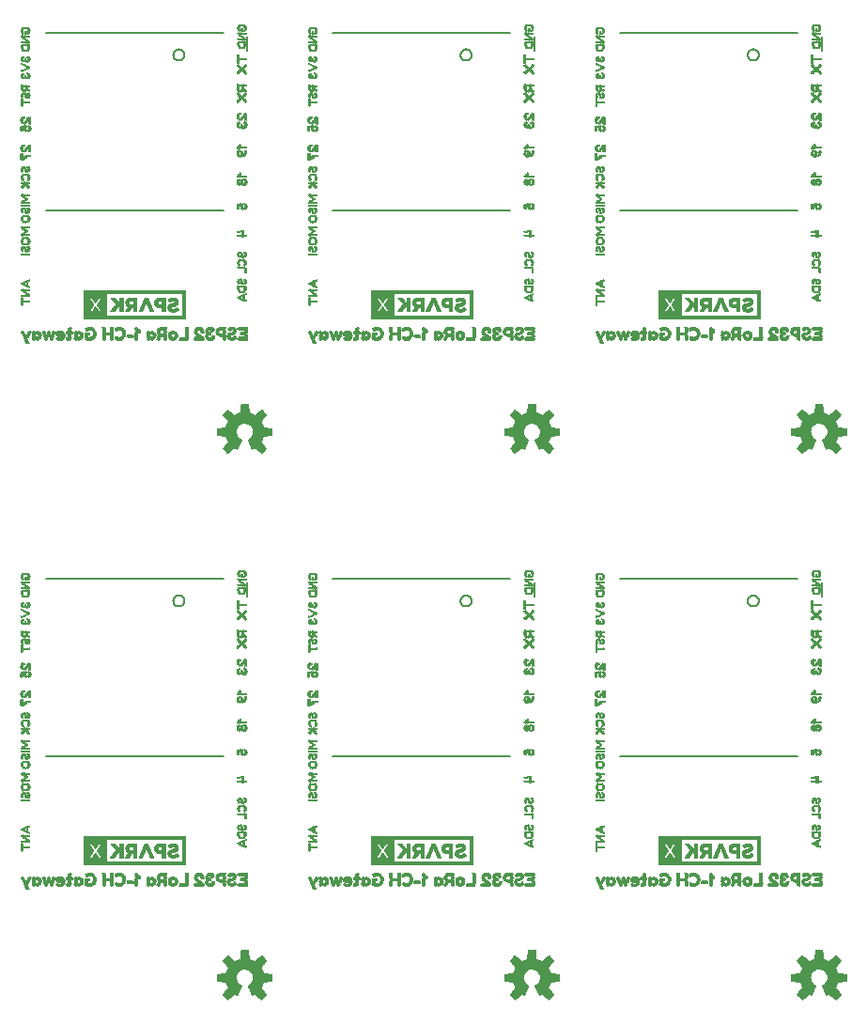
<source format=gbo>
G75*
%MOIN*%
%OFA0B0*%
%FSLAX25Y25*%
%IPPOS*%
%LPD*%
%AMOC8*
5,1,8,0,0,1.08239X$1,22.5*
%
%ADD10C,0.00500*%
%ADD11R,0.00118X0.00827*%
%ADD12R,0.00118X0.00118*%
%ADD13R,0.00118X0.00945*%
%ADD14R,0.00157X0.01417*%
%ADD15R,0.00157X0.00591*%
%ADD16R,0.00157X0.00709*%
%ADD17R,0.00157X0.01654*%
%ADD18R,0.00118X0.01890*%
%ADD19R,0.00118X0.00709*%
%ADD20R,0.00118X0.02008*%
%ADD21R,0.00118X0.02126*%
%ADD22R,0.00118X0.02244*%
%ADD23R,0.00118X0.02362*%
%ADD24R,0.00118X0.01063*%
%ADD25R,0.00157X0.02362*%
%ADD26R,0.00157X0.01063*%
%ADD27R,0.00157X0.00827*%
%ADD28R,0.00157X0.02480*%
%ADD29R,0.00118X0.01181*%
%ADD30R,0.00118X0.02480*%
%ADD31R,0.00118X0.00472*%
%ADD32R,0.00118X0.01299*%
%ADD33R,0.00118X0.01417*%
%ADD34R,0.00157X0.00945*%
%ADD35R,0.00118X0.01535*%
%ADD36R,0.00118X0.01654*%
%ADD37R,0.00118X0.01772*%
%ADD38R,0.00157X0.01535*%
%ADD39R,0.00118X0.02598*%
%ADD40R,0.00157X0.02598*%
%ADD41R,0.00157X0.01181*%
%ADD42R,0.00157X0.01772*%
%ADD43R,0.00157X0.01890*%
%ADD44R,0.00118X0.00591*%
%ADD45R,0.00118X0.00236*%
%ADD46R,0.00118X0.03031*%
%ADD47R,0.00118X0.00394*%
%ADD48R,0.00157X0.03425*%
%ADD49R,0.00118X0.03583*%
%ADD50R,0.00157X0.03583*%
%ADD51R,0.00157X0.01102*%
%ADD52R,0.00157X0.01260*%
%ADD53R,0.00118X0.03425*%
%ADD54R,0.00118X0.01220*%
%ADD55R,0.00118X0.01102*%
%ADD56R,0.00157X0.03307*%
%ADD57R,0.00157X0.01220*%
%ADD58R,0.00118X0.00984*%
%ADD59R,0.00118X0.01260*%
%ADD60R,0.00157X0.00984*%
%ADD61R,0.00157X0.02323*%
%ADD62R,0.00118X0.02087*%
%ADD63R,0.00118X0.01929*%
%ADD64R,0.00157X0.02205*%
%ADD65R,0.00118X0.00669*%
%ADD66R,0.00118X0.00551*%
%ADD67R,0.00118X0.00433*%
%ADD68R,0.00157X0.01929*%
%ADD69R,0.00157X0.00669*%
%ADD70R,0.00118X0.02638*%
%ADD71R,0.00157X0.02756*%
%ADD72R,0.00118X0.02756*%
%ADD73R,0.00118X0.02047*%
%ADD74R,0.00157X0.01811*%
%ADD75R,0.00118X0.01496*%
%ADD76R,0.00157X0.01378*%
%ADD77R,0.00118X0.01378*%
%ADD78R,0.00157X0.02638*%
%ADD79R,0.00157X0.02087*%
%ADD80R,0.00118X0.02205*%
%ADD81R,0.00118X0.02323*%
%ADD82R,0.00157X0.00551*%
%ADD83R,0.00157X0.01496*%
%ADD84R,0.00118X0.02874*%
%ADD85R,0.00157X0.02874*%
%ADD86R,0.00157X0.00433*%
%ADD87R,0.00118X0.00157*%
%ADD88R,0.00118X0.01811*%
%ADD89R,0.00157X0.02047*%
%ADD90R,0.00118X0.00276*%
%ADD91R,0.00157X0.00157*%
%ADD92R,0.00157X0.00276*%
%ADD93R,0.00157X0.01299*%
%ADD94R,0.00157X0.02008*%
%ADD95R,0.00118X0.00354*%
%ADD96R,0.00157X0.02244*%
%ADD97R,0.00118X0.02717*%
%ADD98R,0.00118X0.02835*%
%ADD99R,0.00157X0.02953*%
%ADD100R,0.00118X0.03071*%
%ADD101R,0.00118X0.02953*%
%ADD102R,0.00157X0.02835*%
%ADD103R,0.00157X0.00472*%
%ADD104R,0.00157X0.02126*%
%ADD105R,0.00157X0.01575*%
%ADD106R,0.00118X0.01969*%
%ADD107R,0.00157X0.02677*%
%ADD108R,0.00118X0.01142*%
%ADD109R,0.00118X0.01693*%
%ADD110R,0.00157X0.01969*%
%ADD111R,0.00157X0.02402*%
%ADD112R,0.00118X0.01575*%
%ADD113R,0.00157X0.01693*%
%ADD114R,0.00157X0.00866*%
%ADD115R,0.00118X0.02795*%
%ADD116R,0.00118X0.02402*%
%ADD117R,0.00157X0.02795*%
%ADD118R,0.02835X0.00197*%
%ADD119R,0.01220X0.00197*%
%ADD120R,0.01575X0.00197*%
%ADD121R,0.01024X0.00197*%
%ADD122R,0.01102X0.00197*%
%ADD123R,0.00157X0.00197*%
%ADD124R,0.01614X0.00197*%
%ADD125R,0.00866X0.00197*%
%ADD126R,0.00197X0.00197*%
%ADD127R,0.01260X0.00197*%
%ADD128R,0.03543X0.00157*%
%ADD129R,0.02126X0.00157*%
%ADD130R,0.02638X0.00157*%
%ADD131R,0.01929X0.00157*%
%ADD132R,0.01063X0.00157*%
%ADD133R,0.02480X0.00157*%
%ADD134R,0.00866X0.00157*%
%ADD135R,0.02323X0.00157*%
%ADD136R,0.00354X0.00157*%
%ADD137R,0.03543X0.00197*%
%ADD138R,0.02441X0.00197*%
%ADD139R,0.02992X0.00197*%
%ADD140R,0.02480X0.00197*%
%ADD141R,0.02323X0.00197*%
%ADD142R,0.02638X0.00197*%
%ADD143R,0.02677X0.00197*%
%ADD144R,0.01063X0.00197*%
%ADD145R,0.03701X0.00157*%
%ADD146R,0.02835X0.00157*%
%ADD147R,0.03189X0.00157*%
%ADD148R,0.01260X0.00157*%
%ADD149R,0.01417X0.00157*%
%ADD150R,0.03150X0.00157*%
%ADD151R,0.03701X0.00197*%
%ADD152R,0.03031X0.00197*%
%ADD153R,0.03386X0.00197*%
%ADD154R,0.03346X0.00197*%
%ADD155R,0.03031X0.00157*%
%ADD156R,0.03386X0.00157*%
%ADD157R,0.03228X0.00157*%
%ADD158R,0.01772X0.00157*%
%ADD159R,0.03504X0.00157*%
%ADD160R,0.03228X0.00197*%
%ADD161R,0.02126X0.00197*%
%ADD162R,0.03583X0.00197*%
%ADD163R,0.00551X0.00157*%
%ADD164R,0.01220X0.00157*%
%ADD165R,0.01378X0.00157*%
%ADD166R,0.02283X0.00157*%
%ADD167R,0.01575X0.00157*%
%ADD168R,0.00906X0.00157*%
%ADD169R,0.00709X0.00157*%
%ADD170R,0.00906X0.00197*%
%ADD171R,0.02283X0.00197*%
%ADD172R,0.01378X0.00197*%
%ADD173R,0.00354X0.00197*%
%ADD174R,0.01417X0.00197*%
%ADD175R,0.01772X0.00197*%
%ADD176R,0.00512X0.00197*%
%ADD177R,0.00709X0.00197*%
%ADD178R,0.00748X0.00197*%
%ADD179R,0.02677X0.00157*%
%ADD180R,0.01102X0.00157*%
%ADD181R,0.01969X0.00197*%
%ADD182R,0.04449X0.00197*%
%ADD183R,0.02992X0.00157*%
%ADD184R,0.04094X0.00157*%
%ADD185R,0.01929X0.00197*%
%ADD186R,0.03189X0.00197*%
%ADD187R,0.04094X0.00197*%
%ADD188R,0.01732X0.00157*%
%ADD189R,0.03346X0.00157*%
%ADD190R,0.01457X0.00197*%
%ADD191R,0.01969X0.00157*%
%ADD192R,0.04213X0.00157*%
%ADD193R,0.01732X0.00197*%
%ADD194R,0.04055X0.00197*%
%ADD195R,0.04055X0.00157*%
%ADD196R,0.03898X0.00197*%
%ADD197R,0.00512X0.00157*%
%ADD198R,0.03898X0.00157*%
%ADD199R,0.03504X0.00197*%
%ADD200R,0.02441X0.00157*%
%ADD201R,0.01614X0.00157*%
%ADD202R,0.01024X0.00157*%
%ADD203R,0.00551X0.00197*%
%ADD204R,0.00315X0.00157*%
%ADD205C,0.00039*%
%ADD206C,0.00300*%
D10*
X0047004Y0127254D02*
X0109996Y0127254D01*
X0148925Y0127254D02*
X0211917Y0127254D01*
X0250846Y0127254D02*
X0313839Y0127254D01*
X0322342Y0183750D02*
X0322342Y0188750D01*
X0313839Y0190246D02*
X0250846Y0190246D01*
X0220421Y0188750D02*
X0220421Y0183750D01*
X0211917Y0190246D02*
X0148925Y0190246D01*
X0118500Y0188750D02*
X0118500Y0183750D01*
X0109996Y0190246D02*
X0047004Y0190246D01*
X0092279Y0182372D02*
X0092281Y0182460D01*
X0092287Y0182548D01*
X0092297Y0182636D01*
X0092311Y0182724D01*
X0092328Y0182810D01*
X0092350Y0182896D01*
X0092375Y0182980D01*
X0092405Y0183064D01*
X0092437Y0183146D01*
X0092474Y0183226D01*
X0092514Y0183305D01*
X0092558Y0183382D01*
X0092605Y0183457D01*
X0092655Y0183529D01*
X0092709Y0183600D01*
X0092765Y0183667D01*
X0092825Y0183733D01*
X0092887Y0183795D01*
X0092953Y0183855D01*
X0093020Y0183911D01*
X0093091Y0183965D01*
X0093163Y0184015D01*
X0093238Y0184062D01*
X0093315Y0184106D01*
X0093394Y0184146D01*
X0093474Y0184183D01*
X0093556Y0184215D01*
X0093640Y0184245D01*
X0093724Y0184270D01*
X0093810Y0184292D01*
X0093896Y0184309D01*
X0093984Y0184323D01*
X0094072Y0184333D01*
X0094160Y0184339D01*
X0094248Y0184341D01*
X0094336Y0184339D01*
X0094424Y0184333D01*
X0094512Y0184323D01*
X0094600Y0184309D01*
X0094686Y0184292D01*
X0094772Y0184270D01*
X0094856Y0184245D01*
X0094940Y0184215D01*
X0095022Y0184183D01*
X0095102Y0184146D01*
X0095181Y0184106D01*
X0095258Y0184062D01*
X0095333Y0184015D01*
X0095405Y0183965D01*
X0095476Y0183911D01*
X0095543Y0183855D01*
X0095609Y0183795D01*
X0095671Y0183733D01*
X0095731Y0183667D01*
X0095787Y0183600D01*
X0095841Y0183529D01*
X0095891Y0183457D01*
X0095938Y0183382D01*
X0095982Y0183305D01*
X0096022Y0183226D01*
X0096059Y0183146D01*
X0096091Y0183064D01*
X0096121Y0182980D01*
X0096146Y0182896D01*
X0096168Y0182810D01*
X0096185Y0182724D01*
X0096199Y0182636D01*
X0096209Y0182548D01*
X0096215Y0182460D01*
X0096217Y0182372D01*
X0096215Y0182284D01*
X0096209Y0182196D01*
X0096199Y0182108D01*
X0096185Y0182020D01*
X0096168Y0181934D01*
X0096146Y0181848D01*
X0096121Y0181764D01*
X0096091Y0181680D01*
X0096059Y0181598D01*
X0096022Y0181518D01*
X0095982Y0181439D01*
X0095938Y0181362D01*
X0095891Y0181287D01*
X0095841Y0181215D01*
X0095787Y0181144D01*
X0095731Y0181077D01*
X0095671Y0181011D01*
X0095609Y0180949D01*
X0095543Y0180889D01*
X0095476Y0180833D01*
X0095405Y0180779D01*
X0095333Y0180729D01*
X0095258Y0180682D01*
X0095181Y0180638D01*
X0095102Y0180598D01*
X0095022Y0180561D01*
X0094940Y0180529D01*
X0094856Y0180499D01*
X0094772Y0180474D01*
X0094686Y0180452D01*
X0094600Y0180435D01*
X0094512Y0180421D01*
X0094424Y0180411D01*
X0094336Y0180405D01*
X0094248Y0180403D01*
X0094160Y0180405D01*
X0094072Y0180411D01*
X0093984Y0180421D01*
X0093896Y0180435D01*
X0093810Y0180452D01*
X0093724Y0180474D01*
X0093640Y0180499D01*
X0093556Y0180529D01*
X0093474Y0180561D01*
X0093394Y0180598D01*
X0093315Y0180638D01*
X0093238Y0180682D01*
X0093163Y0180729D01*
X0093091Y0180779D01*
X0093020Y0180833D01*
X0092953Y0180889D01*
X0092887Y0180949D01*
X0092825Y0181011D01*
X0092765Y0181077D01*
X0092709Y0181144D01*
X0092655Y0181215D01*
X0092605Y0181287D01*
X0092558Y0181362D01*
X0092514Y0181439D01*
X0092474Y0181518D01*
X0092437Y0181598D01*
X0092405Y0181680D01*
X0092375Y0181764D01*
X0092350Y0181848D01*
X0092328Y0181934D01*
X0092311Y0182020D01*
X0092297Y0182108D01*
X0092287Y0182196D01*
X0092281Y0182284D01*
X0092279Y0182372D01*
X0109996Y0320955D02*
X0047004Y0320955D01*
X0047004Y0383947D02*
X0109996Y0383947D01*
X0118500Y0382451D02*
X0118500Y0377451D01*
X0092279Y0376073D02*
X0092281Y0376161D01*
X0092287Y0376249D01*
X0092297Y0376337D01*
X0092311Y0376425D01*
X0092328Y0376511D01*
X0092350Y0376597D01*
X0092375Y0376681D01*
X0092405Y0376765D01*
X0092437Y0376847D01*
X0092474Y0376927D01*
X0092514Y0377006D01*
X0092558Y0377083D01*
X0092605Y0377158D01*
X0092655Y0377230D01*
X0092709Y0377301D01*
X0092765Y0377368D01*
X0092825Y0377434D01*
X0092887Y0377496D01*
X0092953Y0377556D01*
X0093020Y0377612D01*
X0093091Y0377666D01*
X0093163Y0377716D01*
X0093238Y0377763D01*
X0093315Y0377807D01*
X0093394Y0377847D01*
X0093474Y0377884D01*
X0093556Y0377916D01*
X0093640Y0377946D01*
X0093724Y0377971D01*
X0093810Y0377993D01*
X0093896Y0378010D01*
X0093984Y0378024D01*
X0094072Y0378034D01*
X0094160Y0378040D01*
X0094248Y0378042D01*
X0094336Y0378040D01*
X0094424Y0378034D01*
X0094512Y0378024D01*
X0094600Y0378010D01*
X0094686Y0377993D01*
X0094772Y0377971D01*
X0094856Y0377946D01*
X0094940Y0377916D01*
X0095022Y0377884D01*
X0095102Y0377847D01*
X0095181Y0377807D01*
X0095258Y0377763D01*
X0095333Y0377716D01*
X0095405Y0377666D01*
X0095476Y0377612D01*
X0095543Y0377556D01*
X0095609Y0377496D01*
X0095671Y0377434D01*
X0095731Y0377368D01*
X0095787Y0377301D01*
X0095841Y0377230D01*
X0095891Y0377158D01*
X0095938Y0377083D01*
X0095982Y0377006D01*
X0096022Y0376927D01*
X0096059Y0376847D01*
X0096091Y0376765D01*
X0096121Y0376681D01*
X0096146Y0376597D01*
X0096168Y0376511D01*
X0096185Y0376425D01*
X0096199Y0376337D01*
X0096209Y0376249D01*
X0096215Y0376161D01*
X0096217Y0376073D01*
X0096215Y0375985D01*
X0096209Y0375897D01*
X0096199Y0375809D01*
X0096185Y0375721D01*
X0096168Y0375635D01*
X0096146Y0375549D01*
X0096121Y0375465D01*
X0096091Y0375381D01*
X0096059Y0375299D01*
X0096022Y0375219D01*
X0095982Y0375140D01*
X0095938Y0375063D01*
X0095891Y0374988D01*
X0095841Y0374916D01*
X0095787Y0374845D01*
X0095731Y0374778D01*
X0095671Y0374712D01*
X0095609Y0374650D01*
X0095543Y0374590D01*
X0095476Y0374534D01*
X0095405Y0374480D01*
X0095333Y0374430D01*
X0095258Y0374383D01*
X0095181Y0374339D01*
X0095102Y0374299D01*
X0095022Y0374262D01*
X0094940Y0374230D01*
X0094856Y0374200D01*
X0094772Y0374175D01*
X0094686Y0374153D01*
X0094600Y0374136D01*
X0094512Y0374122D01*
X0094424Y0374112D01*
X0094336Y0374106D01*
X0094248Y0374104D01*
X0094160Y0374106D01*
X0094072Y0374112D01*
X0093984Y0374122D01*
X0093896Y0374136D01*
X0093810Y0374153D01*
X0093724Y0374175D01*
X0093640Y0374200D01*
X0093556Y0374230D01*
X0093474Y0374262D01*
X0093394Y0374299D01*
X0093315Y0374339D01*
X0093238Y0374383D01*
X0093163Y0374430D01*
X0093091Y0374480D01*
X0093020Y0374534D01*
X0092953Y0374590D01*
X0092887Y0374650D01*
X0092825Y0374712D01*
X0092765Y0374778D01*
X0092709Y0374845D01*
X0092655Y0374916D01*
X0092605Y0374988D01*
X0092558Y0375063D01*
X0092514Y0375140D01*
X0092474Y0375219D01*
X0092437Y0375299D01*
X0092405Y0375381D01*
X0092375Y0375465D01*
X0092350Y0375549D01*
X0092328Y0375635D01*
X0092311Y0375721D01*
X0092297Y0375809D01*
X0092287Y0375897D01*
X0092281Y0375985D01*
X0092279Y0376073D01*
X0148925Y0383947D02*
X0211917Y0383947D01*
X0220421Y0382451D02*
X0220421Y0377451D01*
X0194200Y0376073D02*
X0194202Y0376161D01*
X0194208Y0376249D01*
X0194218Y0376337D01*
X0194232Y0376425D01*
X0194249Y0376511D01*
X0194271Y0376597D01*
X0194296Y0376681D01*
X0194326Y0376765D01*
X0194358Y0376847D01*
X0194395Y0376927D01*
X0194435Y0377006D01*
X0194479Y0377083D01*
X0194526Y0377158D01*
X0194576Y0377230D01*
X0194630Y0377301D01*
X0194686Y0377368D01*
X0194746Y0377434D01*
X0194808Y0377496D01*
X0194874Y0377556D01*
X0194941Y0377612D01*
X0195012Y0377666D01*
X0195084Y0377716D01*
X0195159Y0377763D01*
X0195236Y0377807D01*
X0195315Y0377847D01*
X0195395Y0377884D01*
X0195477Y0377916D01*
X0195561Y0377946D01*
X0195645Y0377971D01*
X0195731Y0377993D01*
X0195817Y0378010D01*
X0195905Y0378024D01*
X0195993Y0378034D01*
X0196081Y0378040D01*
X0196169Y0378042D01*
X0196257Y0378040D01*
X0196345Y0378034D01*
X0196433Y0378024D01*
X0196521Y0378010D01*
X0196607Y0377993D01*
X0196693Y0377971D01*
X0196777Y0377946D01*
X0196861Y0377916D01*
X0196943Y0377884D01*
X0197023Y0377847D01*
X0197102Y0377807D01*
X0197179Y0377763D01*
X0197254Y0377716D01*
X0197326Y0377666D01*
X0197397Y0377612D01*
X0197464Y0377556D01*
X0197530Y0377496D01*
X0197592Y0377434D01*
X0197652Y0377368D01*
X0197708Y0377301D01*
X0197762Y0377230D01*
X0197812Y0377158D01*
X0197859Y0377083D01*
X0197903Y0377006D01*
X0197943Y0376927D01*
X0197980Y0376847D01*
X0198012Y0376765D01*
X0198042Y0376681D01*
X0198067Y0376597D01*
X0198089Y0376511D01*
X0198106Y0376425D01*
X0198120Y0376337D01*
X0198130Y0376249D01*
X0198136Y0376161D01*
X0198138Y0376073D01*
X0198136Y0375985D01*
X0198130Y0375897D01*
X0198120Y0375809D01*
X0198106Y0375721D01*
X0198089Y0375635D01*
X0198067Y0375549D01*
X0198042Y0375465D01*
X0198012Y0375381D01*
X0197980Y0375299D01*
X0197943Y0375219D01*
X0197903Y0375140D01*
X0197859Y0375063D01*
X0197812Y0374988D01*
X0197762Y0374916D01*
X0197708Y0374845D01*
X0197652Y0374778D01*
X0197592Y0374712D01*
X0197530Y0374650D01*
X0197464Y0374590D01*
X0197397Y0374534D01*
X0197326Y0374480D01*
X0197254Y0374430D01*
X0197179Y0374383D01*
X0197102Y0374339D01*
X0197023Y0374299D01*
X0196943Y0374262D01*
X0196861Y0374230D01*
X0196777Y0374200D01*
X0196693Y0374175D01*
X0196607Y0374153D01*
X0196521Y0374136D01*
X0196433Y0374122D01*
X0196345Y0374112D01*
X0196257Y0374106D01*
X0196169Y0374104D01*
X0196081Y0374106D01*
X0195993Y0374112D01*
X0195905Y0374122D01*
X0195817Y0374136D01*
X0195731Y0374153D01*
X0195645Y0374175D01*
X0195561Y0374200D01*
X0195477Y0374230D01*
X0195395Y0374262D01*
X0195315Y0374299D01*
X0195236Y0374339D01*
X0195159Y0374383D01*
X0195084Y0374430D01*
X0195012Y0374480D01*
X0194941Y0374534D01*
X0194874Y0374590D01*
X0194808Y0374650D01*
X0194746Y0374712D01*
X0194686Y0374778D01*
X0194630Y0374845D01*
X0194576Y0374916D01*
X0194526Y0374988D01*
X0194479Y0375063D01*
X0194435Y0375140D01*
X0194395Y0375219D01*
X0194358Y0375299D01*
X0194326Y0375381D01*
X0194296Y0375465D01*
X0194271Y0375549D01*
X0194249Y0375635D01*
X0194232Y0375721D01*
X0194218Y0375809D01*
X0194208Y0375897D01*
X0194202Y0375985D01*
X0194200Y0376073D01*
X0211917Y0320955D02*
X0148925Y0320955D01*
X0250846Y0320955D02*
X0313839Y0320955D01*
X0322342Y0377451D02*
X0322342Y0382451D01*
X0313839Y0383947D02*
X0250846Y0383947D01*
X0296122Y0376073D02*
X0296124Y0376161D01*
X0296130Y0376249D01*
X0296140Y0376337D01*
X0296154Y0376425D01*
X0296171Y0376511D01*
X0296193Y0376597D01*
X0296218Y0376681D01*
X0296248Y0376765D01*
X0296280Y0376847D01*
X0296317Y0376927D01*
X0296357Y0377006D01*
X0296401Y0377083D01*
X0296448Y0377158D01*
X0296498Y0377230D01*
X0296552Y0377301D01*
X0296608Y0377368D01*
X0296668Y0377434D01*
X0296730Y0377496D01*
X0296796Y0377556D01*
X0296863Y0377612D01*
X0296934Y0377666D01*
X0297006Y0377716D01*
X0297081Y0377763D01*
X0297158Y0377807D01*
X0297237Y0377847D01*
X0297317Y0377884D01*
X0297399Y0377916D01*
X0297483Y0377946D01*
X0297567Y0377971D01*
X0297653Y0377993D01*
X0297739Y0378010D01*
X0297827Y0378024D01*
X0297915Y0378034D01*
X0298003Y0378040D01*
X0298091Y0378042D01*
X0298179Y0378040D01*
X0298267Y0378034D01*
X0298355Y0378024D01*
X0298443Y0378010D01*
X0298529Y0377993D01*
X0298615Y0377971D01*
X0298699Y0377946D01*
X0298783Y0377916D01*
X0298865Y0377884D01*
X0298945Y0377847D01*
X0299024Y0377807D01*
X0299101Y0377763D01*
X0299176Y0377716D01*
X0299248Y0377666D01*
X0299319Y0377612D01*
X0299386Y0377556D01*
X0299452Y0377496D01*
X0299514Y0377434D01*
X0299574Y0377368D01*
X0299630Y0377301D01*
X0299684Y0377230D01*
X0299734Y0377158D01*
X0299781Y0377083D01*
X0299825Y0377006D01*
X0299865Y0376927D01*
X0299902Y0376847D01*
X0299934Y0376765D01*
X0299964Y0376681D01*
X0299989Y0376597D01*
X0300011Y0376511D01*
X0300028Y0376425D01*
X0300042Y0376337D01*
X0300052Y0376249D01*
X0300058Y0376161D01*
X0300060Y0376073D01*
X0300058Y0375985D01*
X0300052Y0375897D01*
X0300042Y0375809D01*
X0300028Y0375721D01*
X0300011Y0375635D01*
X0299989Y0375549D01*
X0299964Y0375465D01*
X0299934Y0375381D01*
X0299902Y0375299D01*
X0299865Y0375219D01*
X0299825Y0375140D01*
X0299781Y0375063D01*
X0299734Y0374988D01*
X0299684Y0374916D01*
X0299630Y0374845D01*
X0299574Y0374778D01*
X0299514Y0374712D01*
X0299452Y0374650D01*
X0299386Y0374590D01*
X0299319Y0374534D01*
X0299248Y0374480D01*
X0299176Y0374430D01*
X0299101Y0374383D01*
X0299024Y0374339D01*
X0298945Y0374299D01*
X0298865Y0374262D01*
X0298783Y0374230D01*
X0298699Y0374200D01*
X0298615Y0374175D01*
X0298529Y0374153D01*
X0298443Y0374136D01*
X0298355Y0374122D01*
X0298267Y0374112D01*
X0298179Y0374106D01*
X0298091Y0374104D01*
X0298003Y0374106D01*
X0297915Y0374112D01*
X0297827Y0374122D01*
X0297739Y0374136D01*
X0297653Y0374153D01*
X0297567Y0374175D01*
X0297483Y0374200D01*
X0297399Y0374230D01*
X0297317Y0374262D01*
X0297237Y0374299D01*
X0297158Y0374339D01*
X0297081Y0374383D01*
X0297006Y0374430D01*
X0296934Y0374480D01*
X0296863Y0374534D01*
X0296796Y0374590D01*
X0296730Y0374650D01*
X0296668Y0374712D01*
X0296608Y0374778D01*
X0296552Y0374845D01*
X0296498Y0374916D01*
X0296448Y0374988D01*
X0296401Y0375063D01*
X0296357Y0375140D01*
X0296317Y0375219D01*
X0296280Y0375299D01*
X0296248Y0375381D01*
X0296218Y0375465D01*
X0296193Y0375549D01*
X0296171Y0375635D01*
X0296154Y0375721D01*
X0296140Y0375809D01*
X0296130Y0375897D01*
X0296124Y0375985D01*
X0296122Y0376073D01*
X0296122Y0182372D02*
X0296124Y0182460D01*
X0296130Y0182548D01*
X0296140Y0182636D01*
X0296154Y0182724D01*
X0296171Y0182810D01*
X0296193Y0182896D01*
X0296218Y0182980D01*
X0296248Y0183064D01*
X0296280Y0183146D01*
X0296317Y0183226D01*
X0296357Y0183305D01*
X0296401Y0183382D01*
X0296448Y0183457D01*
X0296498Y0183529D01*
X0296552Y0183600D01*
X0296608Y0183667D01*
X0296668Y0183733D01*
X0296730Y0183795D01*
X0296796Y0183855D01*
X0296863Y0183911D01*
X0296934Y0183965D01*
X0297006Y0184015D01*
X0297081Y0184062D01*
X0297158Y0184106D01*
X0297237Y0184146D01*
X0297317Y0184183D01*
X0297399Y0184215D01*
X0297483Y0184245D01*
X0297567Y0184270D01*
X0297653Y0184292D01*
X0297739Y0184309D01*
X0297827Y0184323D01*
X0297915Y0184333D01*
X0298003Y0184339D01*
X0298091Y0184341D01*
X0298179Y0184339D01*
X0298267Y0184333D01*
X0298355Y0184323D01*
X0298443Y0184309D01*
X0298529Y0184292D01*
X0298615Y0184270D01*
X0298699Y0184245D01*
X0298783Y0184215D01*
X0298865Y0184183D01*
X0298945Y0184146D01*
X0299024Y0184106D01*
X0299101Y0184062D01*
X0299176Y0184015D01*
X0299248Y0183965D01*
X0299319Y0183911D01*
X0299386Y0183855D01*
X0299452Y0183795D01*
X0299514Y0183733D01*
X0299574Y0183667D01*
X0299630Y0183600D01*
X0299684Y0183529D01*
X0299734Y0183457D01*
X0299781Y0183382D01*
X0299825Y0183305D01*
X0299865Y0183226D01*
X0299902Y0183146D01*
X0299934Y0183064D01*
X0299964Y0182980D01*
X0299989Y0182896D01*
X0300011Y0182810D01*
X0300028Y0182724D01*
X0300042Y0182636D01*
X0300052Y0182548D01*
X0300058Y0182460D01*
X0300060Y0182372D01*
X0300058Y0182284D01*
X0300052Y0182196D01*
X0300042Y0182108D01*
X0300028Y0182020D01*
X0300011Y0181934D01*
X0299989Y0181848D01*
X0299964Y0181764D01*
X0299934Y0181680D01*
X0299902Y0181598D01*
X0299865Y0181518D01*
X0299825Y0181439D01*
X0299781Y0181362D01*
X0299734Y0181287D01*
X0299684Y0181215D01*
X0299630Y0181144D01*
X0299574Y0181077D01*
X0299514Y0181011D01*
X0299452Y0180949D01*
X0299386Y0180889D01*
X0299319Y0180833D01*
X0299248Y0180779D01*
X0299176Y0180729D01*
X0299101Y0180682D01*
X0299024Y0180638D01*
X0298945Y0180598D01*
X0298865Y0180561D01*
X0298783Y0180529D01*
X0298699Y0180499D01*
X0298615Y0180474D01*
X0298529Y0180452D01*
X0298443Y0180435D01*
X0298355Y0180421D01*
X0298267Y0180411D01*
X0298179Y0180405D01*
X0298091Y0180403D01*
X0298003Y0180405D01*
X0297915Y0180411D01*
X0297827Y0180421D01*
X0297739Y0180435D01*
X0297653Y0180452D01*
X0297567Y0180474D01*
X0297483Y0180499D01*
X0297399Y0180529D01*
X0297317Y0180561D01*
X0297237Y0180598D01*
X0297158Y0180638D01*
X0297081Y0180682D01*
X0297006Y0180729D01*
X0296934Y0180779D01*
X0296863Y0180833D01*
X0296796Y0180889D01*
X0296730Y0180949D01*
X0296668Y0181011D01*
X0296608Y0181077D01*
X0296552Y0181144D01*
X0296498Y0181215D01*
X0296448Y0181287D01*
X0296401Y0181362D01*
X0296357Y0181439D01*
X0296317Y0181518D01*
X0296280Y0181598D01*
X0296248Y0181680D01*
X0296218Y0181764D01*
X0296193Y0181848D01*
X0296171Y0181934D01*
X0296154Y0182020D01*
X0296140Y0182108D01*
X0296130Y0182196D01*
X0296124Y0182284D01*
X0296122Y0182372D01*
X0194200Y0182372D02*
X0194202Y0182460D01*
X0194208Y0182548D01*
X0194218Y0182636D01*
X0194232Y0182724D01*
X0194249Y0182810D01*
X0194271Y0182896D01*
X0194296Y0182980D01*
X0194326Y0183064D01*
X0194358Y0183146D01*
X0194395Y0183226D01*
X0194435Y0183305D01*
X0194479Y0183382D01*
X0194526Y0183457D01*
X0194576Y0183529D01*
X0194630Y0183600D01*
X0194686Y0183667D01*
X0194746Y0183733D01*
X0194808Y0183795D01*
X0194874Y0183855D01*
X0194941Y0183911D01*
X0195012Y0183965D01*
X0195084Y0184015D01*
X0195159Y0184062D01*
X0195236Y0184106D01*
X0195315Y0184146D01*
X0195395Y0184183D01*
X0195477Y0184215D01*
X0195561Y0184245D01*
X0195645Y0184270D01*
X0195731Y0184292D01*
X0195817Y0184309D01*
X0195905Y0184323D01*
X0195993Y0184333D01*
X0196081Y0184339D01*
X0196169Y0184341D01*
X0196257Y0184339D01*
X0196345Y0184333D01*
X0196433Y0184323D01*
X0196521Y0184309D01*
X0196607Y0184292D01*
X0196693Y0184270D01*
X0196777Y0184245D01*
X0196861Y0184215D01*
X0196943Y0184183D01*
X0197023Y0184146D01*
X0197102Y0184106D01*
X0197179Y0184062D01*
X0197254Y0184015D01*
X0197326Y0183965D01*
X0197397Y0183911D01*
X0197464Y0183855D01*
X0197530Y0183795D01*
X0197592Y0183733D01*
X0197652Y0183667D01*
X0197708Y0183600D01*
X0197762Y0183529D01*
X0197812Y0183457D01*
X0197859Y0183382D01*
X0197903Y0183305D01*
X0197943Y0183226D01*
X0197980Y0183146D01*
X0198012Y0183064D01*
X0198042Y0182980D01*
X0198067Y0182896D01*
X0198089Y0182810D01*
X0198106Y0182724D01*
X0198120Y0182636D01*
X0198130Y0182548D01*
X0198136Y0182460D01*
X0198138Y0182372D01*
X0198136Y0182284D01*
X0198130Y0182196D01*
X0198120Y0182108D01*
X0198106Y0182020D01*
X0198089Y0181934D01*
X0198067Y0181848D01*
X0198042Y0181764D01*
X0198012Y0181680D01*
X0197980Y0181598D01*
X0197943Y0181518D01*
X0197903Y0181439D01*
X0197859Y0181362D01*
X0197812Y0181287D01*
X0197762Y0181215D01*
X0197708Y0181144D01*
X0197652Y0181077D01*
X0197592Y0181011D01*
X0197530Y0180949D01*
X0197464Y0180889D01*
X0197397Y0180833D01*
X0197326Y0180779D01*
X0197254Y0180729D01*
X0197179Y0180682D01*
X0197102Y0180638D01*
X0197023Y0180598D01*
X0196943Y0180561D01*
X0196861Y0180529D01*
X0196777Y0180499D01*
X0196693Y0180474D01*
X0196607Y0180452D01*
X0196521Y0180435D01*
X0196433Y0180421D01*
X0196345Y0180411D01*
X0196257Y0180405D01*
X0196169Y0180403D01*
X0196081Y0180405D01*
X0195993Y0180411D01*
X0195905Y0180421D01*
X0195817Y0180435D01*
X0195731Y0180452D01*
X0195645Y0180474D01*
X0195561Y0180499D01*
X0195477Y0180529D01*
X0195395Y0180561D01*
X0195315Y0180598D01*
X0195236Y0180638D01*
X0195159Y0180682D01*
X0195084Y0180729D01*
X0195012Y0180779D01*
X0194941Y0180833D01*
X0194874Y0180889D01*
X0194808Y0180949D01*
X0194746Y0181011D01*
X0194686Y0181077D01*
X0194630Y0181144D01*
X0194576Y0181215D01*
X0194526Y0181287D01*
X0194479Y0181362D01*
X0194435Y0181439D01*
X0194395Y0181518D01*
X0194358Y0181598D01*
X0194326Y0181680D01*
X0194296Y0181764D01*
X0194271Y0181848D01*
X0194249Y0181934D01*
X0194232Y0182020D01*
X0194218Y0182108D01*
X0194208Y0182196D01*
X0194202Y0182284D01*
X0194200Y0182372D01*
D11*
X0217471Y0187791D03*
X0217589Y0187791D03*
X0217864Y0187791D03*
X0217943Y0187791D03*
X0218061Y0187791D03*
X0218337Y0187791D03*
X0218455Y0187791D03*
X0218534Y0187791D03*
X0218809Y0187791D03*
X0218809Y0186728D03*
X0218888Y0186728D03*
X0219006Y0186728D03*
X0219282Y0186728D03*
X0219400Y0186728D03*
X0218534Y0186728D03*
X0218455Y0186728D03*
X0218337Y0186728D03*
X0218061Y0186728D03*
X0217943Y0186728D03*
X0218337Y0184839D03*
X0218455Y0184839D03*
X0219006Y0184839D03*
X0220187Y0180927D03*
X0219951Y0189799D03*
X0219833Y0189799D03*
X0219754Y0189799D03*
X0219478Y0189799D03*
X0219400Y0189799D03*
X0219282Y0189799D03*
X0219006Y0189799D03*
X0218888Y0189799D03*
X0218809Y0189799D03*
X0219282Y0190862D03*
X0219400Y0190862D03*
X0219282Y0192752D03*
X0219006Y0192870D03*
X0218888Y0192870D03*
X0218809Y0192870D03*
X0218534Y0192870D03*
X0218455Y0192870D03*
X0218337Y0192870D03*
X0217116Y0191689D03*
X0217392Y0189799D03*
X0216880Y0160453D03*
X0217982Y0158091D03*
X0218534Y0149321D03*
X0218809Y0149321D03*
X0219085Y0149321D03*
X0219360Y0149321D03*
X0219636Y0149321D03*
X0219911Y0149321D03*
X0220187Y0149321D03*
X0220463Y0149321D03*
X0217982Y0148100D03*
X0216880Y0147274D03*
X0217156Y0149321D03*
X0216880Y0137116D03*
X0217982Y0129122D03*
X0219085Y0129122D03*
X0219360Y0127744D03*
X0218061Y0112120D03*
X0217864Y0112002D03*
X0217116Y0111411D03*
X0218455Y0109640D03*
X0218534Y0109640D03*
X0218809Y0109640D03*
X0218888Y0109640D03*
X0219006Y0109640D03*
X0219282Y0109522D03*
X0219282Y0110585D03*
X0219400Y0110585D03*
X0219478Y0110703D03*
X0219478Y0106687D03*
X0219400Y0106687D03*
X0219282Y0106687D03*
X0219006Y0106687D03*
X0218888Y0106687D03*
X0218809Y0106687D03*
X0218534Y0106687D03*
X0218455Y0106687D03*
X0218337Y0106687D03*
X0218061Y0106687D03*
X0217943Y0106687D03*
X0217864Y0106687D03*
X0217589Y0106687D03*
X0217471Y0106687D03*
X0217392Y0106687D03*
X0217943Y0102502D03*
X0217116Y0101911D03*
X0217943Y0100022D03*
X0218061Y0100022D03*
X0218337Y0100022D03*
X0218455Y0100022D03*
X0218534Y0100022D03*
X0218809Y0100022D03*
X0218888Y0100022D03*
X0219006Y0100022D03*
X0219282Y0100022D03*
X0219400Y0100022D03*
X0219400Y0101085D03*
X0219282Y0101085D03*
X0219006Y0098132D03*
X0218888Y0098132D03*
X0218809Y0098132D03*
X0218534Y0098132D03*
X0218455Y0098132D03*
X0218337Y0098132D03*
X0218809Y0096833D03*
X0218534Y0096715D03*
X0217471Y0096242D03*
X0218888Y0095533D03*
X0219833Y0095061D03*
X0219951Y0095061D03*
X0219833Y0097305D03*
X0219754Y0097305D03*
X0219951Y0097423D03*
X0242563Y0096969D03*
X0242642Y0096969D03*
X0242760Y0096969D03*
X0243035Y0096969D03*
X0243114Y0096969D03*
X0243232Y0096969D03*
X0243508Y0096969D03*
X0243626Y0096969D03*
X0243705Y0096969D03*
X0243705Y0094843D03*
X0243626Y0094843D03*
X0243508Y0094843D03*
X0243232Y0094843D03*
X0243114Y0094843D03*
X0243035Y0094843D03*
X0243980Y0094843D03*
X0244059Y0094843D03*
X0244177Y0094843D03*
X0244453Y0094843D03*
X0244571Y0094843D03*
X0244650Y0094843D03*
X0244925Y0094843D03*
X0245004Y0094843D03*
X0242642Y0098859D03*
X0242563Y0098859D03*
X0243705Y0100630D03*
X0243980Y0100512D03*
X0244925Y0100040D03*
X0245004Y0100040D03*
X0245122Y0099922D03*
X0244059Y0101811D03*
X0244925Y0102166D03*
X0245004Y0102284D03*
X0245122Y0102284D03*
X0242642Y0101103D03*
X0242642Y0111553D03*
X0242563Y0111553D03*
X0242760Y0111553D03*
X0243035Y0111553D03*
X0243114Y0111553D03*
X0243232Y0111553D03*
X0243508Y0111553D03*
X0243626Y0111553D03*
X0243705Y0111553D03*
X0243980Y0111553D03*
X0244059Y0111553D03*
X0244177Y0111553D03*
X0244453Y0111553D03*
X0244571Y0111553D03*
X0244650Y0111553D03*
X0244925Y0111553D03*
X0245004Y0111553D03*
X0245122Y0111553D03*
X0244650Y0112616D03*
X0244571Y0112616D03*
X0244453Y0112616D03*
X0244650Y0114033D03*
X0244177Y0115096D03*
X0244059Y0115096D03*
X0243980Y0115096D03*
X0243705Y0115096D03*
X0243626Y0115096D03*
X0243508Y0115096D03*
X0244453Y0115215D03*
X0243232Y0114033D03*
X0243114Y0114033D03*
X0242287Y0113325D03*
X0243508Y0117341D03*
X0243626Y0117341D03*
X0243705Y0117341D03*
X0243980Y0117341D03*
X0244059Y0117341D03*
X0244177Y0117341D03*
X0244177Y0118404D03*
X0244059Y0118404D03*
X0243980Y0118404D03*
X0244453Y0118404D03*
X0244571Y0118404D03*
X0244650Y0118404D03*
X0244925Y0118404D03*
X0245004Y0118404D03*
X0245122Y0118404D03*
X0244453Y0119703D03*
X0244453Y0121002D03*
X0244571Y0121002D03*
X0244650Y0121002D03*
X0244925Y0121002D03*
X0245004Y0121002D03*
X0245122Y0121002D03*
X0244177Y0121002D03*
X0244059Y0121002D03*
X0243980Y0121002D03*
X0242563Y0121002D03*
X0243705Y0122935D03*
X0243626Y0123053D03*
X0243508Y0123053D03*
X0243980Y0122935D03*
X0244177Y0123053D03*
X0244453Y0125179D03*
X0244177Y0125297D03*
X0244059Y0125297D03*
X0243980Y0125297D03*
X0243705Y0125297D03*
X0243626Y0125297D03*
X0243508Y0125297D03*
X0244453Y0126242D03*
X0244571Y0126242D03*
X0244650Y0126360D03*
X0243232Y0127778D03*
X0243035Y0127659D03*
X0242287Y0127069D03*
X0242563Y0128841D03*
X0242642Y0128841D03*
X0242760Y0128841D03*
X0243035Y0128841D03*
X0243114Y0128841D03*
X0243232Y0128841D03*
X0243508Y0128841D03*
X0243626Y0128841D03*
X0243705Y0128841D03*
X0243980Y0128841D03*
X0244059Y0128841D03*
X0244177Y0128841D03*
X0244453Y0128841D03*
X0244571Y0128841D03*
X0244650Y0128841D03*
X0244925Y0128841D03*
X0245004Y0128841D03*
X0245122Y0128841D03*
X0245122Y0129904D03*
X0245004Y0129904D03*
X0244925Y0129904D03*
X0244650Y0129904D03*
X0244571Y0129904D03*
X0244453Y0129904D03*
X0244177Y0129904D03*
X0244059Y0129904D03*
X0243980Y0129904D03*
X0244453Y0131203D03*
X0244453Y0132502D03*
X0244571Y0132502D03*
X0244650Y0132502D03*
X0244925Y0132502D03*
X0245004Y0132502D03*
X0245122Y0132502D03*
X0244177Y0132502D03*
X0244059Y0132502D03*
X0243980Y0132502D03*
X0242563Y0132502D03*
X0242563Y0129904D03*
X0242563Y0136937D03*
X0242642Y0136937D03*
X0242760Y0136937D03*
X0243035Y0136937D03*
X0243114Y0136937D03*
X0243232Y0136937D03*
X0244453Y0136937D03*
X0244571Y0136937D03*
X0244650Y0136937D03*
X0244925Y0136937D03*
X0245004Y0136937D03*
X0245122Y0136937D03*
X0244453Y0139772D03*
X0244177Y0139890D03*
X0244059Y0139890D03*
X0243980Y0139890D03*
X0243705Y0139890D03*
X0243626Y0139890D03*
X0244453Y0140835D03*
X0244571Y0140835D03*
X0244650Y0140953D03*
X0243232Y0142370D03*
X0243035Y0142252D03*
X0242287Y0141661D03*
X0245083Y0146565D03*
X0245634Y0146565D03*
X0242051Y0149203D03*
X0242996Y0156762D03*
X0244256Y0156762D03*
X0243705Y0159990D03*
X0243429Y0159990D03*
X0243508Y0165346D03*
X0243626Y0165346D03*
X0243705Y0165346D03*
X0243980Y0165346D03*
X0244059Y0165346D03*
X0244177Y0165346D03*
X0244453Y0165346D03*
X0244571Y0165346D03*
X0244650Y0165346D03*
X0244925Y0165346D03*
X0245004Y0165346D03*
X0243232Y0165346D03*
X0243114Y0165346D03*
X0243035Y0165346D03*
X0244453Y0167236D03*
X0244571Y0167236D03*
X0244650Y0167236D03*
X0244650Y0168654D03*
X0245122Y0169598D03*
X0244925Y0169717D03*
X0244650Y0169835D03*
X0243705Y0169717D03*
X0243626Y0169598D03*
X0243508Y0169598D03*
X0243232Y0169717D03*
X0243232Y0168654D03*
X0243114Y0168654D03*
X0242287Y0167945D03*
X0243114Y0171252D03*
X0243232Y0171252D03*
X0243508Y0171252D03*
X0243626Y0171252D03*
X0243705Y0171252D03*
X0244650Y0171252D03*
X0244925Y0171252D03*
X0245004Y0171252D03*
X0245122Y0171252D03*
X0244571Y0174061D03*
X0244453Y0174061D03*
X0244650Y0174179D03*
X0243232Y0174179D03*
X0243114Y0174179D03*
X0242287Y0174888D03*
X0243114Y0175596D03*
X0242760Y0176659D03*
X0242642Y0176659D03*
X0243035Y0176778D03*
X0243232Y0176896D03*
X0243508Y0177014D03*
X0243626Y0177014D03*
X0243705Y0177132D03*
X0243980Y0177250D03*
X0244059Y0177250D03*
X0244177Y0177368D03*
X0244177Y0178313D03*
X0244059Y0178313D03*
X0243980Y0178431D03*
X0243705Y0178549D03*
X0243626Y0178549D03*
X0243508Y0178667D03*
X0243232Y0178785D03*
X0243114Y0178785D03*
X0243035Y0178904D03*
X0242760Y0179022D03*
X0242642Y0179022D03*
X0242563Y0179022D03*
X0243114Y0180085D03*
X0243232Y0180085D03*
X0242287Y0180793D03*
X0243114Y0181502D03*
X0244453Y0181620D03*
X0244571Y0181620D03*
X0244650Y0180085D03*
X0244571Y0179967D03*
X0244453Y0179967D03*
X0245122Y0177841D03*
X0244571Y0175715D03*
X0244453Y0175715D03*
X0244177Y0183839D03*
X0243626Y0183839D03*
X0243508Y0183839D03*
X0243508Y0185728D03*
X0243626Y0185728D03*
X0243705Y0185728D03*
X0243980Y0185728D03*
X0244059Y0185728D03*
X0244177Y0185728D03*
X0244453Y0185728D03*
X0244571Y0185728D03*
X0243980Y0186791D03*
X0243705Y0186791D03*
X0243626Y0186791D03*
X0243508Y0186791D03*
X0243232Y0186791D03*
X0243114Y0186791D03*
X0243035Y0186791D03*
X0242760Y0186791D03*
X0242642Y0186791D03*
X0243114Y0185728D03*
X0243232Y0185728D03*
X0242563Y0188799D03*
X0243980Y0188799D03*
X0244059Y0188799D03*
X0244177Y0188799D03*
X0244453Y0188799D03*
X0244571Y0188799D03*
X0244650Y0188799D03*
X0244925Y0188799D03*
X0245004Y0188799D03*
X0245122Y0188799D03*
X0244571Y0189862D03*
X0244453Y0189862D03*
X0244453Y0191752D03*
X0244177Y0191870D03*
X0244059Y0191870D03*
X0243980Y0191870D03*
X0243705Y0191870D03*
X0243626Y0191870D03*
X0243508Y0191870D03*
X0242287Y0190689D03*
X0242563Y0118404D03*
X0319037Y0111411D03*
X0319785Y0112002D03*
X0319982Y0112120D03*
X0321203Y0110585D03*
X0321321Y0110585D03*
X0321400Y0110703D03*
X0320927Y0109640D03*
X0320809Y0109640D03*
X0320730Y0109640D03*
X0320455Y0109640D03*
X0320376Y0109640D03*
X0321203Y0109522D03*
X0321203Y0106687D03*
X0321321Y0106687D03*
X0321400Y0106687D03*
X0320927Y0106687D03*
X0320809Y0106687D03*
X0320730Y0106687D03*
X0320455Y0106687D03*
X0320376Y0106687D03*
X0320258Y0106687D03*
X0319982Y0106687D03*
X0319864Y0106687D03*
X0319785Y0106687D03*
X0319510Y0106687D03*
X0319392Y0106687D03*
X0319313Y0106687D03*
X0319864Y0102502D03*
X0319037Y0101911D03*
X0319864Y0100022D03*
X0319982Y0100022D03*
X0320258Y0100022D03*
X0320376Y0100022D03*
X0320455Y0100022D03*
X0320730Y0100022D03*
X0320809Y0100022D03*
X0320927Y0100022D03*
X0321203Y0100022D03*
X0321321Y0100022D03*
X0321321Y0101085D03*
X0321203Y0101085D03*
X0320927Y0098132D03*
X0320809Y0098132D03*
X0320730Y0098132D03*
X0320455Y0098132D03*
X0320376Y0098132D03*
X0320258Y0098132D03*
X0320730Y0096833D03*
X0320455Y0096715D03*
X0319392Y0096242D03*
X0320809Y0095533D03*
X0321754Y0095061D03*
X0321872Y0095061D03*
X0321754Y0097305D03*
X0321675Y0097305D03*
X0321872Y0097423D03*
X0321281Y0127744D03*
X0321006Y0129122D03*
X0319904Y0129122D03*
X0318801Y0137116D03*
X0318801Y0147274D03*
X0319904Y0148100D03*
X0320455Y0149321D03*
X0320730Y0149321D03*
X0321006Y0149321D03*
X0321281Y0149321D03*
X0321557Y0149321D03*
X0321833Y0149321D03*
X0322108Y0149321D03*
X0322384Y0149321D03*
X0319077Y0149321D03*
X0319904Y0158091D03*
X0318801Y0160453D03*
X0322108Y0180927D03*
X0320927Y0184839D03*
X0320376Y0184839D03*
X0320258Y0184839D03*
X0320258Y0186728D03*
X0320376Y0186728D03*
X0320455Y0186728D03*
X0320730Y0186728D03*
X0320809Y0186728D03*
X0320927Y0186728D03*
X0321203Y0186728D03*
X0321321Y0186728D03*
X0320730Y0187791D03*
X0320455Y0187791D03*
X0320376Y0187791D03*
X0320258Y0187791D03*
X0319982Y0187791D03*
X0319864Y0187791D03*
X0319785Y0187791D03*
X0319510Y0187791D03*
X0319392Y0187791D03*
X0319864Y0186728D03*
X0319982Y0186728D03*
X0319313Y0189799D03*
X0320730Y0189799D03*
X0320809Y0189799D03*
X0320927Y0189799D03*
X0321203Y0189799D03*
X0321321Y0189799D03*
X0321400Y0189799D03*
X0321675Y0189799D03*
X0321754Y0189799D03*
X0321872Y0189799D03*
X0321321Y0190862D03*
X0321203Y0190862D03*
X0321203Y0192752D03*
X0320927Y0192870D03*
X0320809Y0192870D03*
X0320730Y0192870D03*
X0320455Y0192870D03*
X0320376Y0192870D03*
X0320258Y0192870D03*
X0319037Y0191689D03*
X0321754Y0288762D03*
X0321872Y0288762D03*
X0320809Y0289234D03*
X0320455Y0290415D03*
X0320730Y0290533D03*
X0321675Y0291006D03*
X0321754Y0291006D03*
X0321872Y0291124D03*
X0320927Y0291833D03*
X0320809Y0291833D03*
X0320730Y0291833D03*
X0320455Y0291833D03*
X0320376Y0291833D03*
X0320258Y0291833D03*
X0320258Y0293722D03*
X0320376Y0293722D03*
X0320455Y0293722D03*
X0320730Y0293722D03*
X0320809Y0293722D03*
X0320927Y0293722D03*
X0321203Y0293722D03*
X0321321Y0293722D03*
X0321321Y0294785D03*
X0321203Y0294785D03*
X0319982Y0293722D03*
X0319864Y0293722D03*
X0319037Y0295612D03*
X0319864Y0296203D03*
X0319864Y0300388D03*
X0319785Y0300388D03*
X0319982Y0300388D03*
X0320258Y0300388D03*
X0320376Y0300388D03*
X0320455Y0300388D03*
X0320730Y0300388D03*
X0320809Y0300388D03*
X0320927Y0300388D03*
X0321203Y0300388D03*
X0321321Y0300388D03*
X0321400Y0300388D03*
X0319510Y0300388D03*
X0319392Y0300388D03*
X0319313Y0300388D03*
X0320376Y0303341D03*
X0320455Y0303341D03*
X0320730Y0303341D03*
X0320809Y0303341D03*
X0320927Y0303341D03*
X0321203Y0303222D03*
X0321203Y0304285D03*
X0321321Y0304285D03*
X0321400Y0304404D03*
X0319982Y0305821D03*
X0319785Y0305703D03*
X0319037Y0305112D03*
X0319392Y0289943D03*
X0321281Y0321445D03*
X0321006Y0322823D03*
X0319904Y0322823D03*
X0318801Y0330817D03*
X0318801Y0340974D03*
X0319904Y0341801D03*
X0320455Y0343022D03*
X0320730Y0343022D03*
X0321006Y0343022D03*
X0321281Y0343022D03*
X0321557Y0343022D03*
X0321833Y0343022D03*
X0322108Y0343022D03*
X0322384Y0343022D03*
X0319077Y0343022D03*
X0319904Y0351791D03*
X0318801Y0354154D03*
X0322108Y0374628D03*
X0320927Y0378539D03*
X0320376Y0378539D03*
X0320258Y0378539D03*
X0320258Y0380429D03*
X0320376Y0380429D03*
X0320455Y0380429D03*
X0320730Y0380429D03*
X0320809Y0380429D03*
X0320927Y0380429D03*
X0321203Y0380429D03*
X0321321Y0380429D03*
X0320730Y0381492D03*
X0320455Y0381492D03*
X0320376Y0381492D03*
X0320258Y0381492D03*
X0319982Y0381492D03*
X0319864Y0381492D03*
X0319785Y0381492D03*
X0319510Y0381492D03*
X0319392Y0381492D03*
X0319864Y0380429D03*
X0319982Y0380429D03*
X0319313Y0383500D03*
X0320730Y0383500D03*
X0320809Y0383500D03*
X0320927Y0383500D03*
X0321203Y0383500D03*
X0321321Y0383500D03*
X0321400Y0383500D03*
X0321675Y0383500D03*
X0321754Y0383500D03*
X0321872Y0383500D03*
X0321321Y0384563D03*
X0321203Y0384563D03*
X0321203Y0386453D03*
X0320927Y0386571D03*
X0320809Y0386571D03*
X0320730Y0386571D03*
X0320455Y0386571D03*
X0320376Y0386571D03*
X0320258Y0386571D03*
X0319037Y0385390D03*
X0245634Y0340266D03*
X0245083Y0340266D03*
X0242051Y0342904D03*
X0243232Y0336071D03*
X0243035Y0335953D03*
X0242287Y0335362D03*
X0243626Y0333591D03*
X0243705Y0333591D03*
X0243980Y0333591D03*
X0244059Y0333591D03*
X0244177Y0333591D03*
X0244453Y0333472D03*
X0244453Y0334535D03*
X0244571Y0334535D03*
X0244650Y0334654D03*
X0244650Y0330638D03*
X0244571Y0330638D03*
X0244453Y0330638D03*
X0244925Y0330638D03*
X0245004Y0330638D03*
X0245122Y0330638D03*
X0243232Y0330638D03*
X0243114Y0330638D03*
X0243035Y0330638D03*
X0242760Y0330638D03*
X0242642Y0330638D03*
X0242563Y0330638D03*
X0242563Y0326203D03*
X0243980Y0326203D03*
X0244059Y0326203D03*
X0244177Y0326203D03*
X0244453Y0326203D03*
X0244571Y0326203D03*
X0244650Y0326203D03*
X0244925Y0326203D03*
X0245004Y0326203D03*
X0245122Y0326203D03*
X0244453Y0324904D03*
X0244453Y0323604D03*
X0244571Y0323604D03*
X0244650Y0323604D03*
X0244925Y0323604D03*
X0245004Y0323604D03*
X0245122Y0323604D03*
X0244177Y0323604D03*
X0244059Y0323604D03*
X0243980Y0323604D03*
X0243980Y0322541D03*
X0244059Y0322541D03*
X0244177Y0322541D03*
X0244453Y0322541D03*
X0244571Y0322541D03*
X0244650Y0322541D03*
X0244925Y0322541D03*
X0245004Y0322541D03*
X0245122Y0322541D03*
X0243705Y0322541D03*
X0243626Y0322541D03*
X0243508Y0322541D03*
X0243232Y0322541D03*
X0243114Y0322541D03*
X0243035Y0322541D03*
X0242760Y0322541D03*
X0242642Y0322541D03*
X0242563Y0322541D03*
X0242563Y0323604D03*
X0243232Y0321478D03*
X0243035Y0321360D03*
X0242287Y0320770D03*
X0243508Y0318998D03*
X0243626Y0318998D03*
X0243705Y0318998D03*
X0243980Y0318998D03*
X0244059Y0318998D03*
X0244177Y0318998D03*
X0244453Y0318880D03*
X0244453Y0319943D03*
X0244571Y0319943D03*
X0244650Y0320061D03*
X0244177Y0316754D03*
X0243980Y0316636D03*
X0243705Y0316636D03*
X0243626Y0316754D03*
X0243508Y0316754D03*
X0243980Y0314703D03*
X0244059Y0314703D03*
X0244177Y0314703D03*
X0244453Y0314703D03*
X0244571Y0314703D03*
X0244650Y0314703D03*
X0244925Y0314703D03*
X0245004Y0314703D03*
X0245122Y0314703D03*
X0244453Y0313404D03*
X0244453Y0312104D03*
X0244571Y0312104D03*
X0244650Y0312104D03*
X0244925Y0312104D03*
X0245004Y0312104D03*
X0245122Y0312104D03*
X0244177Y0312104D03*
X0244059Y0312104D03*
X0243980Y0312104D03*
X0243980Y0311041D03*
X0244059Y0311041D03*
X0244177Y0311041D03*
X0243705Y0311041D03*
X0243626Y0311041D03*
X0243508Y0311041D03*
X0242563Y0312104D03*
X0242563Y0314703D03*
X0243508Y0308797D03*
X0243626Y0308797D03*
X0243705Y0308797D03*
X0243980Y0308797D03*
X0244059Y0308797D03*
X0244177Y0308797D03*
X0244453Y0308915D03*
X0244650Y0307734D03*
X0244650Y0306317D03*
X0244571Y0306317D03*
X0244453Y0306317D03*
X0244453Y0305254D03*
X0244571Y0305254D03*
X0244650Y0305254D03*
X0244925Y0305254D03*
X0245004Y0305254D03*
X0245122Y0305254D03*
X0244177Y0305254D03*
X0244059Y0305254D03*
X0243980Y0305254D03*
X0243705Y0305254D03*
X0243626Y0305254D03*
X0243508Y0305254D03*
X0243232Y0305254D03*
X0243114Y0305254D03*
X0243035Y0305254D03*
X0242760Y0305254D03*
X0242642Y0305254D03*
X0242563Y0305254D03*
X0242287Y0307026D03*
X0243114Y0307734D03*
X0243232Y0307734D03*
X0245004Y0295985D03*
X0245122Y0295985D03*
X0244925Y0295867D03*
X0244059Y0295512D03*
X0243705Y0294331D03*
X0243980Y0294213D03*
X0244925Y0293741D03*
X0245004Y0293741D03*
X0245122Y0293622D03*
X0242642Y0292559D03*
X0242563Y0292559D03*
X0242563Y0290670D03*
X0242642Y0290670D03*
X0242760Y0290670D03*
X0243035Y0290670D03*
X0243114Y0290670D03*
X0243232Y0290670D03*
X0243508Y0290670D03*
X0243626Y0290670D03*
X0243705Y0290670D03*
X0243705Y0288544D03*
X0243626Y0288544D03*
X0243508Y0288544D03*
X0243232Y0288544D03*
X0243114Y0288544D03*
X0243035Y0288544D03*
X0243980Y0288544D03*
X0244059Y0288544D03*
X0244177Y0288544D03*
X0244453Y0288544D03*
X0244571Y0288544D03*
X0244650Y0288544D03*
X0244925Y0288544D03*
X0245004Y0288544D03*
X0242642Y0294804D03*
X0219951Y0291124D03*
X0219833Y0291006D03*
X0219754Y0291006D03*
X0218809Y0290533D03*
X0218534Y0290415D03*
X0217471Y0289943D03*
X0218888Y0289234D03*
X0219833Y0288762D03*
X0219951Y0288762D03*
X0219006Y0291833D03*
X0218888Y0291833D03*
X0218809Y0291833D03*
X0218534Y0291833D03*
X0218455Y0291833D03*
X0218337Y0291833D03*
X0218337Y0293722D03*
X0218455Y0293722D03*
X0218534Y0293722D03*
X0218809Y0293722D03*
X0218888Y0293722D03*
X0219006Y0293722D03*
X0219282Y0293722D03*
X0219400Y0293722D03*
X0219400Y0294785D03*
X0219282Y0294785D03*
X0218061Y0293722D03*
X0217943Y0293722D03*
X0217116Y0295612D03*
X0217943Y0296203D03*
X0217943Y0300388D03*
X0217864Y0300388D03*
X0218061Y0300388D03*
X0218337Y0300388D03*
X0218455Y0300388D03*
X0218534Y0300388D03*
X0218809Y0300388D03*
X0218888Y0300388D03*
X0219006Y0300388D03*
X0219282Y0300388D03*
X0219400Y0300388D03*
X0219478Y0300388D03*
X0217589Y0300388D03*
X0217471Y0300388D03*
X0217392Y0300388D03*
X0218455Y0303341D03*
X0218534Y0303341D03*
X0218809Y0303341D03*
X0218888Y0303341D03*
X0219006Y0303341D03*
X0219282Y0303222D03*
X0219282Y0304285D03*
X0219400Y0304285D03*
X0219478Y0304404D03*
X0218061Y0305821D03*
X0217864Y0305703D03*
X0217116Y0305112D03*
X0219360Y0321445D03*
X0219085Y0322823D03*
X0217982Y0322823D03*
X0216880Y0330817D03*
X0216880Y0340974D03*
X0217982Y0341801D03*
X0218534Y0343022D03*
X0218809Y0343022D03*
X0219085Y0343022D03*
X0219360Y0343022D03*
X0219636Y0343022D03*
X0219911Y0343022D03*
X0220187Y0343022D03*
X0220463Y0343022D03*
X0217156Y0343022D03*
X0217982Y0351791D03*
X0216880Y0354154D03*
X0220187Y0374628D03*
X0219006Y0378539D03*
X0218455Y0378539D03*
X0218337Y0378539D03*
X0218337Y0380429D03*
X0218455Y0380429D03*
X0218534Y0380429D03*
X0218809Y0380429D03*
X0218888Y0380429D03*
X0219006Y0380429D03*
X0219282Y0380429D03*
X0219400Y0380429D03*
X0218809Y0381492D03*
X0218534Y0381492D03*
X0218455Y0381492D03*
X0218337Y0381492D03*
X0218061Y0381492D03*
X0217943Y0381492D03*
X0217864Y0381492D03*
X0217589Y0381492D03*
X0217471Y0381492D03*
X0217943Y0380429D03*
X0218061Y0380429D03*
X0217392Y0383500D03*
X0218809Y0383500D03*
X0218888Y0383500D03*
X0219006Y0383500D03*
X0219282Y0383500D03*
X0219400Y0383500D03*
X0219478Y0383500D03*
X0219754Y0383500D03*
X0219833Y0383500D03*
X0219951Y0383500D03*
X0219400Y0384563D03*
X0219282Y0384563D03*
X0219282Y0386453D03*
X0219006Y0386571D03*
X0218888Y0386571D03*
X0218809Y0386571D03*
X0218534Y0386571D03*
X0218455Y0386571D03*
X0218337Y0386571D03*
X0217116Y0385390D03*
X0242287Y0384390D03*
X0243508Y0385571D03*
X0243626Y0385571D03*
X0243705Y0385571D03*
X0243980Y0385571D03*
X0244059Y0385571D03*
X0244177Y0385571D03*
X0244453Y0385453D03*
X0244453Y0383563D03*
X0244571Y0383563D03*
X0244571Y0382500D03*
X0244650Y0382500D03*
X0244453Y0382500D03*
X0244177Y0382500D03*
X0244059Y0382500D03*
X0243980Y0382500D03*
X0244925Y0382500D03*
X0245004Y0382500D03*
X0245122Y0382500D03*
X0243980Y0380492D03*
X0243705Y0380492D03*
X0243626Y0380492D03*
X0243508Y0380492D03*
X0243232Y0380492D03*
X0243114Y0380492D03*
X0243035Y0380492D03*
X0242760Y0380492D03*
X0242642Y0380492D03*
X0243114Y0379429D03*
X0243232Y0379429D03*
X0243508Y0379429D03*
X0243626Y0379429D03*
X0243705Y0379429D03*
X0243980Y0379429D03*
X0244059Y0379429D03*
X0244177Y0379429D03*
X0244453Y0379429D03*
X0244571Y0379429D03*
X0244177Y0377539D03*
X0243626Y0377539D03*
X0243508Y0377539D03*
X0243114Y0375203D03*
X0242287Y0374494D03*
X0243114Y0373785D03*
X0243232Y0373785D03*
X0242760Y0372722D03*
X0242642Y0372722D03*
X0242563Y0372722D03*
X0243035Y0372604D03*
X0243114Y0372486D03*
X0243232Y0372486D03*
X0243508Y0372368D03*
X0243626Y0372250D03*
X0243705Y0372250D03*
X0243980Y0372132D03*
X0244059Y0372014D03*
X0244177Y0372014D03*
X0244177Y0371069D03*
X0244059Y0370951D03*
X0243980Y0370951D03*
X0243705Y0370833D03*
X0243626Y0370715D03*
X0243508Y0370715D03*
X0243232Y0370596D03*
X0243035Y0370478D03*
X0242760Y0370360D03*
X0242642Y0370360D03*
X0243114Y0369297D03*
X0242287Y0368589D03*
X0243114Y0367880D03*
X0243232Y0367880D03*
X0244453Y0367762D03*
X0244571Y0367762D03*
X0244650Y0367880D03*
X0244571Y0369415D03*
X0244453Y0369415D03*
X0245122Y0371541D03*
X0244571Y0373667D03*
X0244453Y0373667D03*
X0244650Y0373785D03*
X0244571Y0375321D03*
X0244453Y0375321D03*
X0242563Y0382500D03*
X0243114Y0364953D03*
X0243232Y0364953D03*
X0243508Y0364953D03*
X0243626Y0364953D03*
X0243705Y0364953D03*
X0244650Y0364953D03*
X0244925Y0364953D03*
X0245004Y0364953D03*
X0245122Y0364953D03*
X0244650Y0363535D03*
X0244925Y0363417D03*
X0245122Y0363299D03*
X0244650Y0362354D03*
X0243626Y0363299D03*
X0243508Y0363299D03*
X0243705Y0363417D03*
X0243232Y0363417D03*
X0243232Y0362354D03*
X0243114Y0362354D03*
X0242287Y0361646D03*
X0244453Y0360937D03*
X0244571Y0360937D03*
X0244650Y0360937D03*
X0244650Y0359047D03*
X0244571Y0359047D03*
X0244453Y0359047D03*
X0244177Y0359047D03*
X0244059Y0359047D03*
X0243980Y0359047D03*
X0243705Y0359047D03*
X0243626Y0359047D03*
X0243508Y0359047D03*
X0243232Y0359047D03*
X0243114Y0359047D03*
X0243035Y0359047D03*
X0244925Y0359047D03*
X0245004Y0359047D03*
X0243705Y0353691D03*
X0243429Y0353691D03*
X0242996Y0350463D03*
X0244256Y0350463D03*
X0143713Y0340266D03*
X0143161Y0340266D03*
X0140130Y0342904D03*
X0141311Y0336071D03*
X0141114Y0335953D03*
X0140366Y0335362D03*
X0141705Y0333591D03*
X0141784Y0333591D03*
X0142059Y0333591D03*
X0142138Y0333591D03*
X0142256Y0333591D03*
X0142532Y0333472D03*
X0142532Y0334535D03*
X0142650Y0334535D03*
X0142728Y0334654D03*
X0142728Y0330638D03*
X0142650Y0330638D03*
X0142532Y0330638D03*
X0143004Y0330638D03*
X0143083Y0330638D03*
X0143201Y0330638D03*
X0141311Y0330638D03*
X0141193Y0330638D03*
X0141114Y0330638D03*
X0140839Y0330638D03*
X0140721Y0330638D03*
X0140642Y0330638D03*
X0140642Y0326203D03*
X0142059Y0326203D03*
X0142138Y0326203D03*
X0142256Y0326203D03*
X0142532Y0326203D03*
X0142650Y0326203D03*
X0142728Y0326203D03*
X0143004Y0326203D03*
X0143083Y0326203D03*
X0143201Y0326203D03*
X0142532Y0324904D03*
X0142532Y0323604D03*
X0142650Y0323604D03*
X0142728Y0323604D03*
X0143004Y0323604D03*
X0143083Y0323604D03*
X0143201Y0323604D03*
X0142256Y0323604D03*
X0142138Y0323604D03*
X0142059Y0323604D03*
X0142059Y0322541D03*
X0142138Y0322541D03*
X0142256Y0322541D03*
X0142532Y0322541D03*
X0142650Y0322541D03*
X0142728Y0322541D03*
X0143004Y0322541D03*
X0143083Y0322541D03*
X0143201Y0322541D03*
X0141784Y0322541D03*
X0141705Y0322541D03*
X0141587Y0322541D03*
X0141311Y0322541D03*
X0141193Y0322541D03*
X0141114Y0322541D03*
X0140839Y0322541D03*
X0140721Y0322541D03*
X0140642Y0322541D03*
X0140642Y0323604D03*
X0141311Y0321478D03*
X0141114Y0321360D03*
X0140366Y0320770D03*
X0141587Y0318998D03*
X0141705Y0318998D03*
X0141784Y0318998D03*
X0142059Y0318998D03*
X0142138Y0318998D03*
X0142256Y0318998D03*
X0142532Y0318880D03*
X0142532Y0319943D03*
X0142650Y0319943D03*
X0142728Y0320061D03*
X0142256Y0316754D03*
X0142059Y0316636D03*
X0141784Y0316636D03*
X0141705Y0316754D03*
X0141587Y0316754D03*
X0142059Y0314703D03*
X0142138Y0314703D03*
X0142256Y0314703D03*
X0142532Y0314703D03*
X0142650Y0314703D03*
X0142728Y0314703D03*
X0143004Y0314703D03*
X0143083Y0314703D03*
X0143201Y0314703D03*
X0142532Y0313404D03*
X0142532Y0312104D03*
X0142650Y0312104D03*
X0142728Y0312104D03*
X0143004Y0312104D03*
X0143083Y0312104D03*
X0143201Y0312104D03*
X0142256Y0312104D03*
X0142138Y0312104D03*
X0142059Y0312104D03*
X0142059Y0311041D03*
X0142138Y0311041D03*
X0142256Y0311041D03*
X0141784Y0311041D03*
X0141705Y0311041D03*
X0141587Y0311041D03*
X0140642Y0312104D03*
X0140642Y0314703D03*
X0141587Y0308797D03*
X0141705Y0308797D03*
X0141784Y0308797D03*
X0142059Y0308797D03*
X0142138Y0308797D03*
X0142256Y0308797D03*
X0142532Y0308915D03*
X0142728Y0307734D03*
X0141311Y0307734D03*
X0141193Y0307734D03*
X0140366Y0307026D03*
X0140642Y0305254D03*
X0140721Y0305254D03*
X0140839Y0305254D03*
X0141114Y0305254D03*
X0141193Y0305254D03*
X0141311Y0305254D03*
X0141587Y0305254D03*
X0141705Y0305254D03*
X0141784Y0305254D03*
X0142059Y0305254D03*
X0142138Y0305254D03*
X0142256Y0305254D03*
X0142532Y0305254D03*
X0142650Y0305254D03*
X0142728Y0305254D03*
X0143004Y0305254D03*
X0143083Y0305254D03*
X0143201Y0305254D03*
X0142728Y0306317D03*
X0142650Y0306317D03*
X0142532Y0306317D03*
X0143083Y0295985D03*
X0143201Y0295985D03*
X0143004Y0295867D03*
X0142138Y0295512D03*
X0141784Y0294331D03*
X0142059Y0294213D03*
X0143004Y0293741D03*
X0143083Y0293741D03*
X0143201Y0293622D03*
X0140721Y0292559D03*
X0140642Y0292559D03*
X0140642Y0290670D03*
X0140721Y0290670D03*
X0140839Y0290670D03*
X0141114Y0290670D03*
X0141193Y0290670D03*
X0141311Y0290670D03*
X0141587Y0290670D03*
X0141705Y0290670D03*
X0141784Y0290670D03*
X0141784Y0288544D03*
X0141705Y0288544D03*
X0141587Y0288544D03*
X0141311Y0288544D03*
X0141193Y0288544D03*
X0141114Y0288544D03*
X0142059Y0288544D03*
X0142138Y0288544D03*
X0142256Y0288544D03*
X0142532Y0288544D03*
X0142650Y0288544D03*
X0142728Y0288544D03*
X0143004Y0288544D03*
X0143083Y0288544D03*
X0140721Y0294804D03*
X0118030Y0291124D03*
X0117911Y0291006D03*
X0117833Y0291006D03*
X0116888Y0290533D03*
X0116612Y0290415D03*
X0115549Y0289943D03*
X0116967Y0289234D03*
X0117911Y0288762D03*
X0118030Y0288762D03*
X0117085Y0291833D03*
X0116967Y0291833D03*
X0116888Y0291833D03*
X0116612Y0291833D03*
X0116533Y0291833D03*
X0116415Y0291833D03*
X0116415Y0293722D03*
X0116533Y0293722D03*
X0116612Y0293722D03*
X0116888Y0293722D03*
X0116967Y0293722D03*
X0117085Y0293722D03*
X0117360Y0293722D03*
X0117478Y0293722D03*
X0117478Y0294785D03*
X0117360Y0294785D03*
X0116140Y0293722D03*
X0116022Y0293722D03*
X0115195Y0295612D03*
X0116022Y0296203D03*
X0116022Y0300388D03*
X0115943Y0300388D03*
X0116140Y0300388D03*
X0116415Y0300388D03*
X0116533Y0300388D03*
X0116612Y0300388D03*
X0116888Y0300388D03*
X0116967Y0300388D03*
X0117085Y0300388D03*
X0117360Y0300388D03*
X0117478Y0300388D03*
X0117557Y0300388D03*
X0115667Y0300388D03*
X0115549Y0300388D03*
X0115470Y0300388D03*
X0116533Y0303341D03*
X0116612Y0303341D03*
X0116888Y0303341D03*
X0116967Y0303341D03*
X0117085Y0303341D03*
X0117360Y0303222D03*
X0117360Y0304285D03*
X0117478Y0304285D03*
X0117557Y0304404D03*
X0116140Y0305821D03*
X0115943Y0305703D03*
X0115195Y0305112D03*
X0117439Y0321445D03*
X0117163Y0322823D03*
X0116061Y0322823D03*
X0114959Y0330817D03*
X0114959Y0340974D03*
X0116061Y0341801D03*
X0116612Y0343022D03*
X0116888Y0343022D03*
X0117163Y0343022D03*
X0117439Y0343022D03*
X0117715Y0343022D03*
X0117990Y0343022D03*
X0118266Y0343022D03*
X0118541Y0343022D03*
X0115234Y0343022D03*
X0116061Y0351791D03*
X0114959Y0354154D03*
X0118266Y0374628D03*
X0117085Y0378539D03*
X0116533Y0378539D03*
X0116415Y0378539D03*
X0116415Y0380429D03*
X0116533Y0380429D03*
X0116612Y0380429D03*
X0116888Y0380429D03*
X0116967Y0380429D03*
X0117085Y0380429D03*
X0117360Y0380429D03*
X0117478Y0380429D03*
X0116888Y0381492D03*
X0116612Y0381492D03*
X0116533Y0381492D03*
X0116415Y0381492D03*
X0116140Y0381492D03*
X0116022Y0381492D03*
X0115943Y0381492D03*
X0115667Y0381492D03*
X0115549Y0381492D03*
X0116022Y0380429D03*
X0116140Y0380429D03*
X0115470Y0383500D03*
X0116888Y0383500D03*
X0116967Y0383500D03*
X0117085Y0383500D03*
X0117360Y0383500D03*
X0117478Y0383500D03*
X0117557Y0383500D03*
X0117833Y0383500D03*
X0117911Y0383500D03*
X0118030Y0383500D03*
X0117478Y0384563D03*
X0117360Y0384563D03*
X0117360Y0386453D03*
X0117085Y0386571D03*
X0116967Y0386571D03*
X0116888Y0386571D03*
X0116612Y0386571D03*
X0116533Y0386571D03*
X0116415Y0386571D03*
X0115195Y0385390D03*
X0140366Y0384390D03*
X0141587Y0385571D03*
X0141705Y0385571D03*
X0141784Y0385571D03*
X0142059Y0385571D03*
X0142138Y0385571D03*
X0142256Y0385571D03*
X0142532Y0385453D03*
X0142532Y0383563D03*
X0142650Y0383563D03*
X0142650Y0382500D03*
X0142728Y0382500D03*
X0142532Y0382500D03*
X0142256Y0382500D03*
X0142138Y0382500D03*
X0142059Y0382500D03*
X0143004Y0382500D03*
X0143083Y0382500D03*
X0143201Y0382500D03*
X0142059Y0380492D03*
X0141784Y0380492D03*
X0141705Y0380492D03*
X0141587Y0380492D03*
X0141311Y0380492D03*
X0141193Y0380492D03*
X0141114Y0380492D03*
X0140839Y0380492D03*
X0140721Y0380492D03*
X0141193Y0379429D03*
X0141311Y0379429D03*
X0141587Y0379429D03*
X0141705Y0379429D03*
X0141784Y0379429D03*
X0142059Y0379429D03*
X0142138Y0379429D03*
X0142256Y0379429D03*
X0142532Y0379429D03*
X0142650Y0379429D03*
X0142256Y0377539D03*
X0141705Y0377539D03*
X0141587Y0377539D03*
X0141193Y0375203D03*
X0140366Y0374494D03*
X0141193Y0373785D03*
X0141311Y0373785D03*
X0140839Y0372722D03*
X0140721Y0372722D03*
X0140642Y0372722D03*
X0141114Y0372604D03*
X0141193Y0372486D03*
X0141311Y0372486D03*
X0141587Y0372368D03*
X0141705Y0372250D03*
X0141784Y0372250D03*
X0142059Y0372132D03*
X0142138Y0372014D03*
X0142256Y0372014D03*
X0142256Y0371069D03*
X0142138Y0370951D03*
X0142059Y0370951D03*
X0141784Y0370833D03*
X0141705Y0370715D03*
X0141587Y0370715D03*
X0141311Y0370596D03*
X0141114Y0370478D03*
X0140839Y0370360D03*
X0140721Y0370360D03*
X0141193Y0369297D03*
X0140366Y0368589D03*
X0141193Y0367880D03*
X0141311Y0367880D03*
X0142532Y0367762D03*
X0142650Y0367762D03*
X0142728Y0367880D03*
X0142650Y0369415D03*
X0142532Y0369415D03*
X0143201Y0371541D03*
X0142650Y0373667D03*
X0142532Y0373667D03*
X0142728Y0373785D03*
X0142650Y0375321D03*
X0142532Y0375321D03*
X0140642Y0382500D03*
X0141193Y0364953D03*
X0141311Y0364953D03*
X0141587Y0364953D03*
X0141705Y0364953D03*
X0141784Y0364953D03*
X0142728Y0364953D03*
X0143004Y0364953D03*
X0143083Y0364953D03*
X0143201Y0364953D03*
X0142728Y0363535D03*
X0143004Y0363417D03*
X0143201Y0363299D03*
X0142728Y0362354D03*
X0141705Y0363299D03*
X0141587Y0363299D03*
X0141784Y0363417D03*
X0141311Y0363417D03*
X0141311Y0362354D03*
X0141193Y0362354D03*
X0140366Y0361646D03*
X0142532Y0360937D03*
X0142650Y0360937D03*
X0142728Y0360937D03*
X0142728Y0359047D03*
X0142650Y0359047D03*
X0142532Y0359047D03*
X0142256Y0359047D03*
X0142138Y0359047D03*
X0142059Y0359047D03*
X0141784Y0359047D03*
X0141705Y0359047D03*
X0141587Y0359047D03*
X0141311Y0359047D03*
X0141193Y0359047D03*
X0141114Y0359047D03*
X0143004Y0359047D03*
X0143083Y0359047D03*
X0141784Y0353691D03*
X0141508Y0353691D03*
X0141075Y0350463D03*
X0142335Y0350463D03*
X0041791Y0340266D03*
X0041240Y0340266D03*
X0038209Y0342904D03*
X0039390Y0336071D03*
X0039193Y0335953D03*
X0038445Y0335362D03*
X0039783Y0333591D03*
X0039862Y0333591D03*
X0040138Y0333591D03*
X0040217Y0333591D03*
X0040335Y0333591D03*
X0040610Y0333472D03*
X0040610Y0334535D03*
X0040728Y0334535D03*
X0040807Y0334654D03*
X0040807Y0330638D03*
X0040728Y0330638D03*
X0040610Y0330638D03*
X0041083Y0330638D03*
X0041161Y0330638D03*
X0041280Y0330638D03*
X0039390Y0330638D03*
X0039272Y0330638D03*
X0039193Y0330638D03*
X0038917Y0330638D03*
X0038799Y0330638D03*
X0038720Y0330638D03*
X0038720Y0326203D03*
X0040138Y0326203D03*
X0040217Y0326203D03*
X0040335Y0326203D03*
X0040610Y0326203D03*
X0040728Y0326203D03*
X0040807Y0326203D03*
X0041083Y0326203D03*
X0041161Y0326203D03*
X0041280Y0326203D03*
X0040610Y0324904D03*
X0040610Y0323604D03*
X0040728Y0323604D03*
X0040807Y0323604D03*
X0041083Y0323604D03*
X0041161Y0323604D03*
X0041280Y0323604D03*
X0040335Y0323604D03*
X0040217Y0323604D03*
X0040138Y0323604D03*
X0040138Y0322541D03*
X0040217Y0322541D03*
X0040335Y0322541D03*
X0040610Y0322541D03*
X0040728Y0322541D03*
X0040807Y0322541D03*
X0041083Y0322541D03*
X0041161Y0322541D03*
X0041280Y0322541D03*
X0039862Y0322541D03*
X0039783Y0322541D03*
X0039665Y0322541D03*
X0039390Y0322541D03*
X0039272Y0322541D03*
X0039193Y0322541D03*
X0038917Y0322541D03*
X0038799Y0322541D03*
X0038720Y0322541D03*
X0038720Y0323604D03*
X0039390Y0321478D03*
X0039193Y0321360D03*
X0038445Y0320770D03*
X0039665Y0318998D03*
X0039783Y0318998D03*
X0039862Y0318998D03*
X0040138Y0318998D03*
X0040217Y0318998D03*
X0040335Y0318998D03*
X0040610Y0318880D03*
X0040610Y0319943D03*
X0040728Y0319943D03*
X0040807Y0320061D03*
X0040335Y0316754D03*
X0040138Y0316636D03*
X0039862Y0316636D03*
X0039783Y0316754D03*
X0039665Y0316754D03*
X0040138Y0314703D03*
X0040217Y0314703D03*
X0040335Y0314703D03*
X0040610Y0314703D03*
X0040728Y0314703D03*
X0040807Y0314703D03*
X0041083Y0314703D03*
X0041161Y0314703D03*
X0041280Y0314703D03*
X0040610Y0313404D03*
X0040610Y0312104D03*
X0040728Y0312104D03*
X0040807Y0312104D03*
X0041083Y0312104D03*
X0041161Y0312104D03*
X0041280Y0312104D03*
X0040335Y0312104D03*
X0040217Y0312104D03*
X0040138Y0312104D03*
X0040138Y0311041D03*
X0040217Y0311041D03*
X0040335Y0311041D03*
X0039862Y0311041D03*
X0039783Y0311041D03*
X0039665Y0311041D03*
X0038720Y0312104D03*
X0038720Y0314703D03*
X0039665Y0308797D03*
X0039783Y0308797D03*
X0039862Y0308797D03*
X0040138Y0308797D03*
X0040217Y0308797D03*
X0040335Y0308797D03*
X0040610Y0308915D03*
X0040807Y0307734D03*
X0040807Y0306317D03*
X0040728Y0306317D03*
X0040610Y0306317D03*
X0040610Y0305254D03*
X0040728Y0305254D03*
X0040807Y0305254D03*
X0041083Y0305254D03*
X0041161Y0305254D03*
X0041280Y0305254D03*
X0040335Y0305254D03*
X0040217Y0305254D03*
X0040138Y0305254D03*
X0039862Y0305254D03*
X0039783Y0305254D03*
X0039665Y0305254D03*
X0039390Y0305254D03*
X0039272Y0305254D03*
X0039193Y0305254D03*
X0038917Y0305254D03*
X0038799Y0305254D03*
X0038720Y0305254D03*
X0038445Y0307026D03*
X0039272Y0307734D03*
X0039390Y0307734D03*
X0041161Y0295985D03*
X0041280Y0295985D03*
X0041083Y0295867D03*
X0040217Y0295512D03*
X0039862Y0294331D03*
X0040138Y0294213D03*
X0041083Y0293741D03*
X0041161Y0293741D03*
X0041280Y0293622D03*
X0038799Y0292559D03*
X0038720Y0292559D03*
X0038720Y0290670D03*
X0038799Y0290670D03*
X0038917Y0290670D03*
X0039193Y0290670D03*
X0039272Y0290670D03*
X0039390Y0290670D03*
X0039665Y0290670D03*
X0039783Y0290670D03*
X0039862Y0290670D03*
X0039862Y0288544D03*
X0039783Y0288544D03*
X0039665Y0288544D03*
X0039390Y0288544D03*
X0039272Y0288544D03*
X0039193Y0288544D03*
X0040138Y0288544D03*
X0040217Y0288544D03*
X0040335Y0288544D03*
X0040610Y0288544D03*
X0040728Y0288544D03*
X0040807Y0288544D03*
X0041083Y0288544D03*
X0041161Y0288544D03*
X0038799Y0294804D03*
X0039154Y0350463D03*
X0040413Y0350463D03*
X0039862Y0353691D03*
X0039587Y0353691D03*
X0039665Y0359047D03*
X0039783Y0359047D03*
X0039862Y0359047D03*
X0040138Y0359047D03*
X0040217Y0359047D03*
X0040335Y0359047D03*
X0040610Y0359047D03*
X0040728Y0359047D03*
X0040807Y0359047D03*
X0041083Y0359047D03*
X0041161Y0359047D03*
X0039390Y0359047D03*
X0039272Y0359047D03*
X0039193Y0359047D03*
X0040610Y0360937D03*
X0040728Y0360937D03*
X0040807Y0360937D03*
X0040807Y0362354D03*
X0041280Y0363299D03*
X0041083Y0363417D03*
X0040807Y0363535D03*
X0039862Y0363417D03*
X0039783Y0363299D03*
X0039665Y0363299D03*
X0039390Y0363417D03*
X0039390Y0362354D03*
X0039272Y0362354D03*
X0038445Y0361646D03*
X0039272Y0364953D03*
X0039390Y0364953D03*
X0039665Y0364953D03*
X0039783Y0364953D03*
X0039862Y0364953D03*
X0040807Y0364953D03*
X0041083Y0364953D03*
X0041161Y0364953D03*
X0041280Y0364953D03*
X0040728Y0367762D03*
X0040610Y0367762D03*
X0040807Y0367880D03*
X0039390Y0367880D03*
X0039272Y0367880D03*
X0038445Y0368589D03*
X0039272Y0369297D03*
X0038917Y0370360D03*
X0038799Y0370360D03*
X0039193Y0370478D03*
X0039390Y0370596D03*
X0039665Y0370715D03*
X0039783Y0370715D03*
X0039862Y0370833D03*
X0040138Y0370951D03*
X0040217Y0370951D03*
X0040335Y0371069D03*
X0040335Y0372014D03*
X0040217Y0372014D03*
X0040138Y0372132D03*
X0039862Y0372250D03*
X0039783Y0372250D03*
X0039665Y0372368D03*
X0039390Y0372486D03*
X0039272Y0372486D03*
X0039193Y0372604D03*
X0038917Y0372722D03*
X0038799Y0372722D03*
X0038720Y0372722D03*
X0039272Y0373785D03*
X0039390Y0373785D03*
X0038445Y0374494D03*
X0039272Y0375203D03*
X0040610Y0375321D03*
X0040728Y0375321D03*
X0040807Y0373785D03*
X0040728Y0373667D03*
X0040610Y0373667D03*
X0041280Y0371541D03*
X0040728Y0369415D03*
X0040610Y0369415D03*
X0040335Y0377539D03*
X0039783Y0377539D03*
X0039665Y0377539D03*
X0039665Y0379429D03*
X0039783Y0379429D03*
X0039862Y0379429D03*
X0040138Y0379429D03*
X0040217Y0379429D03*
X0040335Y0379429D03*
X0040610Y0379429D03*
X0040728Y0379429D03*
X0040138Y0380492D03*
X0039862Y0380492D03*
X0039783Y0380492D03*
X0039665Y0380492D03*
X0039390Y0380492D03*
X0039272Y0380492D03*
X0039193Y0380492D03*
X0038917Y0380492D03*
X0038799Y0380492D03*
X0039272Y0379429D03*
X0039390Y0379429D03*
X0038720Y0382500D03*
X0040138Y0382500D03*
X0040217Y0382500D03*
X0040335Y0382500D03*
X0040610Y0382500D03*
X0040728Y0382500D03*
X0040807Y0382500D03*
X0041083Y0382500D03*
X0041161Y0382500D03*
X0041280Y0382500D03*
X0040728Y0383563D03*
X0040610Y0383563D03*
X0040610Y0385453D03*
X0040335Y0385571D03*
X0040217Y0385571D03*
X0040138Y0385571D03*
X0039862Y0385571D03*
X0039783Y0385571D03*
X0039665Y0385571D03*
X0038445Y0384390D03*
X0116415Y0192870D03*
X0116533Y0192870D03*
X0116612Y0192870D03*
X0116888Y0192870D03*
X0116967Y0192870D03*
X0117085Y0192870D03*
X0117360Y0192752D03*
X0117360Y0190862D03*
X0117478Y0190862D03*
X0117478Y0189799D03*
X0117557Y0189799D03*
X0117360Y0189799D03*
X0117085Y0189799D03*
X0116967Y0189799D03*
X0116888Y0189799D03*
X0117833Y0189799D03*
X0117911Y0189799D03*
X0118030Y0189799D03*
X0116888Y0187791D03*
X0116612Y0187791D03*
X0116533Y0187791D03*
X0116415Y0187791D03*
X0116140Y0187791D03*
X0116022Y0187791D03*
X0115943Y0187791D03*
X0115667Y0187791D03*
X0115549Y0187791D03*
X0116022Y0186728D03*
X0116140Y0186728D03*
X0116415Y0186728D03*
X0116533Y0186728D03*
X0116612Y0186728D03*
X0116888Y0186728D03*
X0116967Y0186728D03*
X0117085Y0186728D03*
X0117360Y0186728D03*
X0117478Y0186728D03*
X0117085Y0184839D03*
X0116533Y0184839D03*
X0116415Y0184839D03*
X0118266Y0180927D03*
X0115470Y0189799D03*
X0115195Y0191689D03*
X0114959Y0160453D03*
X0116061Y0158091D03*
X0116612Y0149321D03*
X0116888Y0149321D03*
X0117163Y0149321D03*
X0117439Y0149321D03*
X0117715Y0149321D03*
X0117990Y0149321D03*
X0118266Y0149321D03*
X0118541Y0149321D03*
X0116061Y0148100D03*
X0114959Y0147274D03*
X0115234Y0149321D03*
X0114959Y0137116D03*
X0116061Y0129122D03*
X0117163Y0129122D03*
X0117439Y0127744D03*
X0116140Y0112120D03*
X0115943Y0112002D03*
X0115195Y0111411D03*
X0116533Y0109640D03*
X0116612Y0109640D03*
X0116888Y0109640D03*
X0116967Y0109640D03*
X0117085Y0109640D03*
X0117360Y0109522D03*
X0117360Y0110585D03*
X0117478Y0110585D03*
X0117557Y0110703D03*
X0117557Y0106687D03*
X0117478Y0106687D03*
X0117360Y0106687D03*
X0117085Y0106687D03*
X0116967Y0106687D03*
X0116888Y0106687D03*
X0116612Y0106687D03*
X0116533Y0106687D03*
X0116415Y0106687D03*
X0116140Y0106687D03*
X0116022Y0106687D03*
X0115943Y0106687D03*
X0115667Y0106687D03*
X0115549Y0106687D03*
X0115470Y0106687D03*
X0116022Y0102502D03*
X0115195Y0101911D03*
X0116022Y0100022D03*
X0116140Y0100022D03*
X0116415Y0100022D03*
X0116533Y0100022D03*
X0116612Y0100022D03*
X0116888Y0100022D03*
X0116967Y0100022D03*
X0117085Y0100022D03*
X0117360Y0100022D03*
X0117478Y0100022D03*
X0117478Y0101085D03*
X0117360Y0101085D03*
X0117085Y0098132D03*
X0116967Y0098132D03*
X0116888Y0098132D03*
X0116612Y0098132D03*
X0116533Y0098132D03*
X0116415Y0098132D03*
X0116888Y0096833D03*
X0116612Y0096715D03*
X0115549Y0096242D03*
X0116967Y0095533D03*
X0117911Y0095061D03*
X0118030Y0095061D03*
X0117911Y0097305D03*
X0117833Y0097305D03*
X0118030Y0097423D03*
X0140642Y0096969D03*
X0140721Y0096969D03*
X0140839Y0096969D03*
X0141114Y0096969D03*
X0141193Y0096969D03*
X0141311Y0096969D03*
X0141587Y0096969D03*
X0141705Y0096969D03*
X0141784Y0096969D03*
X0141784Y0094843D03*
X0141705Y0094843D03*
X0141587Y0094843D03*
X0141311Y0094843D03*
X0141193Y0094843D03*
X0141114Y0094843D03*
X0142059Y0094843D03*
X0142138Y0094843D03*
X0142256Y0094843D03*
X0142532Y0094843D03*
X0142650Y0094843D03*
X0142728Y0094843D03*
X0143004Y0094843D03*
X0143083Y0094843D03*
X0140721Y0098859D03*
X0140642Y0098859D03*
X0141784Y0100630D03*
X0142059Y0100512D03*
X0143004Y0100040D03*
X0143083Y0100040D03*
X0143201Y0099922D03*
X0142138Y0101811D03*
X0143004Y0102166D03*
X0143083Y0102284D03*
X0143201Y0102284D03*
X0140721Y0101103D03*
X0140721Y0111553D03*
X0140642Y0111553D03*
X0140839Y0111553D03*
X0141114Y0111553D03*
X0141193Y0111553D03*
X0141311Y0111553D03*
X0141587Y0111553D03*
X0141705Y0111553D03*
X0141784Y0111553D03*
X0142059Y0111553D03*
X0142138Y0111553D03*
X0142256Y0111553D03*
X0142532Y0111553D03*
X0142650Y0111553D03*
X0142728Y0111553D03*
X0143004Y0111553D03*
X0143083Y0111553D03*
X0143201Y0111553D03*
X0142728Y0112616D03*
X0142650Y0112616D03*
X0142532Y0112616D03*
X0142728Y0114033D03*
X0142256Y0115096D03*
X0142138Y0115096D03*
X0142059Y0115096D03*
X0141784Y0115096D03*
X0141705Y0115096D03*
X0141587Y0115096D03*
X0142532Y0115215D03*
X0141311Y0114033D03*
X0141193Y0114033D03*
X0140366Y0113325D03*
X0141587Y0117341D03*
X0141705Y0117341D03*
X0141784Y0117341D03*
X0142059Y0117341D03*
X0142138Y0117341D03*
X0142256Y0117341D03*
X0142256Y0118404D03*
X0142138Y0118404D03*
X0142059Y0118404D03*
X0142532Y0118404D03*
X0142650Y0118404D03*
X0142728Y0118404D03*
X0143004Y0118404D03*
X0143083Y0118404D03*
X0143201Y0118404D03*
X0142532Y0119703D03*
X0142532Y0121002D03*
X0142650Y0121002D03*
X0142728Y0121002D03*
X0143004Y0121002D03*
X0143083Y0121002D03*
X0143201Y0121002D03*
X0142256Y0121002D03*
X0142138Y0121002D03*
X0142059Y0121002D03*
X0140642Y0121002D03*
X0141784Y0122935D03*
X0141705Y0123053D03*
X0141587Y0123053D03*
X0142059Y0122935D03*
X0142256Y0123053D03*
X0142532Y0125179D03*
X0142256Y0125297D03*
X0142138Y0125297D03*
X0142059Y0125297D03*
X0141784Y0125297D03*
X0141705Y0125297D03*
X0141587Y0125297D03*
X0142532Y0126242D03*
X0142650Y0126242D03*
X0142728Y0126360D03*
X0141311Y0127778D03*
X0141114Y0127659D03*
X0140366Y0127069D03*
X0140642Y0128841D03*
X0140721Y0128841D03*
X0140839Y0128841D03*
X0141114Y0128841D03*
X0141193Y0128841D03*
X0141311Y0128841D03*
X0141587Y0128841D03*
X0141705Y0128841D03*
X0141784Y0128841D03*
X0142059Y0128841D03*
X0142138Y0128841D03*
X0142256Y0128841D03*
X0142532Y0128841D03*
X0142650Y0128841D03*
X0142728Y0128841D03*
X0143004Y0128841D03*
X0143083Y0128841D03*
X0143201Y0128841D03*
X0143201Y0129904D03*
X0143083Y0129904D03*
X0143004Y0129904D03*
X0142728Y0129904D03*
X0142650Y0129904D03*
X0142532Y0129904D03*
X0142256Y0129904D03*
X0142138Y0129904D03*
X0142059Y0129904D03*
X0142532Y0131203D03*
X0142532Y0132502D03*
X0142650Y0132502D03*
X0142728Y0132502D03*
X0143004Y0132502D03*
X0143083Y0132502D03*
X0143201Y0132502D03*
X0142256Y0132502D03*
X0142138Y0132502D03*
X0142059Y0132502D03*
X0140642Y0132502D03*
X0140642Y0129904D03*
X0140642Y0136937D03*
X0140721Y0136937D03*
X0140839Y0136937D03*
X0141114Y0136937D03*
X0141193Y0136937D03*
X0141311Y0136937D03*
X0142532Y0136937D03*
X0142650Y0136937D03*
X0142728Y0136937D03*
X0143004Y0136937D03*
X0143083Y0136937D03*
X0143201Y0136937D03*
X0142532Y0139772D03*
X0142256Y0139890D03*
X0142138Y0139890D03*
X0142059Y0139890D03*
X0141784Y0139890D03*
X0141705Y0139890D03*
X0142532Y0140835D03*
X0142650Y0140835D03*
X0142728Y0140953D03*
X0141311Y0142370D03*
X0141114Y0142252D03*
X0140366Y0141661D03*
X0143161Y0146565D03*
X0143713Y0146565D03*
X0140130Y0149203D03*
X0141075Y0156762D03*
X0142335Y0156762D03*
X0141784Y0159990D03*
X0141508Y0159990D03*
X0141587Y0165346D03*
X0141705Y0165346D03*
X0141784Y0165346D03*
X0142059Y0165346D03*
X0142138Y0165346D03*
X0142256Y0165346D03*
X0142532Y0165346D03*
X0142650Y0165346D03*
X0142728Y0165346D03*
X0143004Y0165346D03*
X0143083Y0165346D03*
X0141311Y0165346D03*
X0141193Y0165346D03*
X0141114Y0165346D03*
X0142532Y0167236D03*
X0142650Y0167236D03*
X0142728Y0167236D03*
X0142728Y0168654D03*
X0143201Y0169598D03*
X0143004Y0169717D03*
X0142728Y0169835D03*
X0141784Y0169717D03*
X0141705Y0169598D03*
X0141587Y0169598D03*
X0141311Y0169717D03*
X0141311Y0168654D03*
X0141193Y0168654D03*
X0140366Y0167945D03*
X0141193Y0171252D03*
X0141311Y0171252D03*
X0141587Y0171252D03*
X0141705Y0171252D03*
X0141784Y0171252D03*
X0142728Y0171252D03*
X0143004Y0171252D03*
X0143083Y0171252D03*
X0143201Y0171252D03*
X0142650Y0174061D03*
X0142532Y0174061D03*
X0142728Y0174179D03*
X0141311Y0174179D03*
X0141193Y0174179D03*
X0140366Y0174888D03*
X0141193Y0175596D03*
X0140839Y0176659D03*
X0140721Y0176659D03*
X0141114Y0176778D03*
X0141311Y0176896D03*
X0141587Y0177014D03*
X0141705Y0177014D03*
X0141784Y0177132D03*
X0142059Y0177250D03*
X0142138Y0177250D03*
X0142256Y0177368D03*
X0142256Y0178313D03*
X0142138Y0178313D03*
X0142059Y0178431D03*
X0141784Y0178549D03*
X0141705Y0178549D03*
X0141587Y0178667D03*
X0141311Y0178785D03*
X0141193Y0178785D03*
X0141114Y0178904D03*
X0140839Y0179022D03*
X0140721Y0179022D03*
X0140642Y0179022D03*
X0141193Y0180085D03*
X0141311Y0180085D03*
X0140366Y0180793D03*
X0141193Y0181502D03*
X0142532Y0181620D03*
X0142650Y0181620D03*
X0142728Y0180085D03*
X0142650Y0179967D03*
X0142532Y0179967D03*
X0143201Y0177841D03*
X0142650Y0175715D03*
X0142532Y0175715D03*
X0142256Y0183839D03*
X0141705Y0183839D03*
X0141587Y0183839D03*
X0141587Y0185728D03*
X0141705Y0185728D03*
X0141784Y0185728D03*
X0142059Y0185728D03*
X0142138Y0185728D03*
X0142256Y0185728D03*
X0142532Y0185728D03*
X0142650Y0185728D03*
X0142059Y0186791D03*
X0141784Y0186791D03*
X0141705Y0186791D03*
X0141587Y0186791D03*
X0141311Y0186791D03*
X0141193Y0186791D03*
X0141114Y0186791D03*
X0140839Y0186791D03*
X0140721Y0186791D03*
X0141193Y0185728D03*
X0141311Y0185728D03*
X0140642Y0188799D03*
X0142059Y0188799D03*
X0142138Y0188799D03*
X0142256Y0188799D03*
X0142532Y0188799D03*
X0142650Y0188799D03*
X0142728Y0188799D03*
X0143004Y0188799D03*
X0143083Y0188799D03*
X0143201Y0188799D03*
X0142650Y0189862D03*
X0142532Y0189862D03*
X0142532Y0191752D03*
X0142256Y0191870D03*
X0142138Y0191870D03*
X0142059Y0191870D03*
X0141784Y0191870D03*
X0141705Y0191870D03*
X0141587Y0191870D03*
X0140366Y0190689D03*
X0140642Y0118404D03*
X0041280Y0118404D03*
X0041161Y0118404D03*
X0041083Y0118404D03*
X0040807Y0118404D03*
X0040728Y0118404D03*
X0040610Y0118404D03*
X0040335Y0118404D03*
X0040217Y0118404D03*
X0040138Y0118404D03*
X0040138Y0117341D03*
X0040217Y0117341D03*
X0040335Y0117341D03*
X0039862Y0117341D03*
X0039783Y0117341D03*
X0039665Y0117341D03*
X0038720Y0118404D03*
X0040610Y0119703D03*
X0040610Y0121002D03*
X0040728Y0121002D03*
X0040807Y0121002D03*
X0041083Y0121002D03*
X0041161Y0121002D03*
X0041280Y0121002D03*
X0040335Y0121002D03*
X0040217Y0121002D03*
X0040138Y0121002D03*
X0038720Y0121002D03*
X0039862Y0122935D03*
X0039783Y0123053D03*
X0039665Y0123053D03*
X0040138Y0122935D03*
X0040335Y0123053D03*
X0040610Y0125179D03*
X0040335Y0125297D03*
X0040217Y0125297D03*
X0040138Y0125297D03*
X0039862Y0125297D03*
X0039783Y0125297D03*
X0039665Y0125297D03*
X0040610Y0126242D03*
X0040728Y0126242D03*
X0040807Y0126360D03*
X0039390Y0127778D03*
X0039193Y0127659D03*
X0038445Y0127069D03*
X0038720Y0128841D03*
X0038799Y0128841D03*
X0038917Y0128841D03*
X0039193Y0128841D03*
X0039272Y0128841D03*
X0039390Y0128841D03*
X0039665Y0128841D03*
X0039783Y0128841D03*
X0039862Y0128841D03*
X0040138Y0128841D03*
X0040217Y0128841D03*
X0040335Y0128841D03*
X0040610Y0128841D03*
X0040728Y0128841D03*
X0040807Y0128841D03*
X0041083Y0128841D03*
X0041161Y0128841D03*
X0041280Y0128841D03*
X0041280Y0129904D03*
X0041161Y0129904D03*
X0041083Y0129904D03*
X0040807Y0129904D03*
X0040728Y0129904D03*
X0040610Y0129904D03*
X0040335Y0129904D03*
X0040217Y0129904D03*
X0040138Y0129904D03*
X0040610Y0131203D03*
X0040610Y0132502D03*
X0040728Y0132502D03*
X0040807Y0132502D03*
X0041083Y0132502D03*
X0041161Y0132502D03*
X0041280Y0132502D03*
X0040335Y0132502D03*
X0040217Y0132502D03*
X0040138Y0132502D03*
X0038720Y0132502D03*
X0038720Y0129904D03*
X0038720Y0136937D03*
X0038799Y0136937D03*
X0038917Y0136937D03*
X0039193Y0136937D03*
X0039272Y0136937D03*
X0039390Y0136937D03*
X0040610Y0136937D03*
X0040728Y0136937D03*
X0040807Y0136937D03*
X0041083Y0136937D03*
X0041161Y0136937D03*
X0041280Y0136937D03*
X0040610Y0139772D03*
X0040335Y0139890D03*
X0040217Y0139890D03*
X0040138Y0139890D03*
X0039862Y0139890D03*
X0039783Y0139890D03*
X0040610Y0140835D03*
X0040728Y0140835D03*
X0040807Y0140953D03*
X0039390Y0142370D03*
X0039193Y0142252D03*
X0038445Y0141661D03*
X0041240Y0146565D03*
X0041791Y0146565D03*
X0038209Y0149203D03*
X0039154Y0156762D03*
X0040413Y0156762D03*
X0039862Y0159990D03*
X0039587Y0159990D03*
X0039665Y0165346D03*
X0039783Y0165346D03*
X0039862Y0165346D03*
X0040138Y0165346D03*
X0040217Y0165346D03*
X0040335Y0165346D03*
X0040610Y0165346D03*
X0040728Y0165346D03*
X0040807Y0165346D03*
X0041083Y0165346D03*
X0041161Y0165346D03*
X0039390Y0165346D03*
X0039272Y0165346D03*
X0039193Y0165346D03*
X0040610Y0167236D03*
X0040728Y0167236D03*
X0040807Y0167236D03*
X0040807Y0168654D03*
X0041280Y0169598D03*
X0041083Y0169717D03*
X0040807Y0169835D03*
X0039862Y0169717D03*
X0039783Y0169598D03*
X0039665Y0169598D03*
X0039390Y0169717D03*
X0039390Y0168654D03*
X0039272Y0168654D03*
X0038445Y0167945D03*
X0039272Y0171252D03*
X0039390Y0171252D03*
X0039665Y0171252D03*
X0039783Y0171252D03*
X0039862Y0171252D03*
X0040807Y0171252D03*
X0041083Y0171252D03*
X0041161Y0171252D03*
X0041280Y0171252D03*
X0040728Y0174061D03*
X0040610Y0174061D03*
X0040807Y0174179D03*
X0039390Y0174179D03*
X0039272Y0174179D03*
X0038445Y0174888D03*
X0039272Y0175596D03*
X0038917Y0176659D03*
X0038799Y0176659D03*
X0039193Y0176778D03*
X0039390Y0176896D03*
X0039665Y0177014D03*
X0039783Y0177014D03*
X0039862Y0177132D03*
X0040138Y0177250D03*
X0040217Y0177250D03*
X0040335Y0177368D03*
X0040335Y0178313D03*
X0040217Y0178313D03*
X0040138Y0178431D03*
X0039862Y0178549D03*
X0039783Y0178549D03*
X0039665Y0178667D03*
X0039390Y0178785D03*
X0039272Y0178785D03*
X0039193Y0178904D03*
X0038917Y0179022D03*
X0038799Y0179022D03*
X0038720Y0179022D03*
X0039272Y0180085D03*
X0039390Y0180085D03*
X0038445Y0180793D03*
X0039272Y0181502D03*
X0040610Y0181620D03*
X0040728Y0181620D03*
X0040807Y0180085D03*
X0040728Y0179967D03*
X0040610Y0179967D03*
X0041280Y0177841D03*
X0040728Y0175715D03*
X0040610Y0175715D03*
X0040335Y0183839D03*
X0039783Y0183839D03*
X0039665Y0183839D03*
X0039665Y0185728D03*
X0039783Y0185728D03*
X0039862Y0185728D03*
X0040138Y0185728D03*
X0040217Y0185728D03*
X0040335Y0185728D03*
X0040610Y0185728D03*
X0040728Y0185728D03*
X0040138Y0186791D03*
X0039862Y0186791D03*
X0039783Y0186791D03*
X0039665Y0186791D03*
X0039390Y0186791D03*
X0039272Y0186791D03*
X0039193Y0186791D03*
X0038917Y0186791D03*
X0038799Y0186791D03*
X0039272Y0185728D03*
X0039390Y0185728D03*
X0038720Y0188799D03*
X0040138Y0188799D03*
X0040217Y0188799D03*
X0040335Y0188799D03*
X0040610Y0188799D03*
X0040728Y0188799D03*
X0040807Y0188799D03*
X0041083Y0188799D03*
X0041161Y0188799D03*
X0041280Y0188799D03*
X0040728Y0189862D03*
X0040610Y0189862D03*
X0040610Y0191752D03*
X0040335Y0191870D03*
X0040217Y0191870D03*
X0040138Y0191870D03*
X0039862Y0191870D03*
X0039783Y0191870D03*
X0039665Y0191870D03*
X0038445Y0190689D03*
X0040610Y0115215D03*
X0040335Y0115096D03*
X0040217Y0115096D03*
X0040138Y0115096D03*
X0039862Y0115096D03*
X0039783Y0115096D03*
X0039665Y0115096D03*
X0039390Y0114033D03*
X0039272Y0114033D03*
X0038445Y0113325D03*
X0038720Y0111553D03*
X0038799Y0111553D03*
X0038917Y0111553D03*
X0039193Y0111553D03*
X0039272Y0111553D03*
X0039390Y0111553D03*
X0039665Y0111553D03*
X0039783Y0111553D03*
X0039862Y0111553D03*
X0040138Y0111553D03*
X0040217Y0111553D03*
X0040335Y0111553D03*
X0040610Y0111553D03*
X0040728Y0111553D03*
X0040807Y0111553D03*
X0041083Y0111553D03*
X0041161Y0111553D03*
X0041280Y0111553D03*
X0040807Y0112616D03*
X0040728Y0112616D03*
X0040610Y0112616D03*
X0040807Y0114033D03*
X0041161Y0102284D03*
X0041280Y0102284D03*
X0041083Y0102166D03*
X0040217Y0101811D03*
X0039862Y0100630D03*
X0040138Y0100512D03*
X0041083Y0100040D03*
X0041161Y0100040D03*
X0041280Y0099922D03*
X0038799Y0098859D03*
X0038720Y0098859D03*
X0038720Y0096969D03*
X0038799Y0096969D03*
X0038917Y0096969D03*
X0039193Y0096969D03*
X0039272Y0096969D03*
X0039390Y0096969D03*
X0039665Y0096969D03*
X0039783Y0096969D03*
X0039862Y0096969D03*
X0039862Y0094843D03*
X0039783Y0094843D03*
X0039665Y0094843D03*
X0039390Y0094843D03*
X0039272Y0094843D03*
X0039193Y0094843D03*
X0040138Y0094843D03*
X0040217Y0094843D03*
X0040335Y0094843D03*
X0040610Y0094843D03*
X0040728Y0094843D03*
X0040807Y0094843D03*
X0041083Y0094843D03*
X0041161Y0094843D03*
X0038799Y0101103D03*
D12*
X0038445Y0101103D03*
X0038445Y0096969D03*
X0038445Y0111553D03*
X0041673Y0113325D03*
X0038445Y0118404D03*
X0038445Y0121002D03*
X0038445Y0128841D03*
X0038445Y0129904D03*
X0038445Y0132502D03*
X0038445Y0136937D03*
X0041673Y0167945D03*
X0038445Y0186791D03*
X0038445Y0188799D03*
X0039390Y0189980D03*
X0038445Y0290670D03*
X0038445Y0294804D03*
X0038445Y0305254D03*
X0041673Y0307026D03*
X0038445Y0312104D03*
X0038445Y0314703D03*
X0038445Y0322541D03*
X0038445Y0323604D03*
X0038445Y0326203D03*
X0038445Y0330638D03*
X0041673Y0361646D03*
X0038445Y0380492D03*
X0038445Y0382500D03*
X0039390Y0383681D03*
X0115195Y0383500D03*
X0116140Y0384681D03*
X0115195Y0381492D03*
X0140366Y0380492D03*
X0140366Y0382500D03*
X0141311Y0383681D03*
X0143595Y0361646D03*
X0140366Y0330638D03*
X0140366Y0326203D03*
X0140366Y0323604D03*
X0140366Y0322541D03*
X0140366Y0314703D03*
X0140366Y0312104D03*
X0143595Y0307026D03*
X0140366Y0305254D03*
X0140366Y0294804D03*
X0140366Y0290670D03*
X0115195Y0289943D03*
X0115195Y0300388D03*
X0116140Y0190980D03*
X0115195Y0189799D03*
X0115195Y0187791D03*
X0140366Y0186791D03*
X0140366Y0188799D03*
X0141311Y0189980D03*
X0143595Y0167945D03*
X0140366Y0136937D03*
X0140366Y0132502D03*
X0140366Y0129904D03*
X0140366Y0128841D03*
X0140366Y0121002D03*
X0140366Y0118404D03*
X0143595Y0113325D03*
X0140366Y0111553D03*
X0140366Y0101103D03*
X0140366Y0096969D03*
X0115195Y0096242D03*
X0115195Y0106687D03*
X0217116Y0106687D03*
X0217116Y0096242D03*
X0242287Y0096969D03*
X0242287Y0101103D03*
X0242287Y0111553D03*
X0245516Y0113325D03*
X0242287Y0118404D03*
X0242287Y0121002D03*
X0242287Y0128841D03*
X0242287Y0129904D03*
X0242287Y0132502D03*
X0242287Y0136937D03*
X0245516Y0167945D03*
X0242287Y0186791D03*
X0242287Y0188799D03*
X0243232Y0189980D03*
X0218061Y0190980D03*
X0217116Y0189799D03*
X0217116Y0187791D03*
X0217116Y0289943D03*
X0217116Y0300388D03*
X0242287Y0305254D03*
X0245516Y0307026D03*
X0242287Y0312104D03*
X0242287Y0314703D03*
X0242287Y0322541D03*
X0242287Y0323604D03*
X0242287Y0326203D03*
X0242287Y0330638D03*
X0245516Y0361646D03*
X0242287Y0380492D03*
X0242287Y0382500D03*
X0243232Y0383681D03*
X0218061Y0384681D03*
X0217116Y0383500D03*
X0217116Y0381492D03*
X0242287Y0294804D03*
X0242287Y0290670D03*
X0319037Y0289943D03*
X0319037Y0300388D03*
X0319037Y0381492D03*
X0319037Y0383500D03*
X0319982Y0384681D03*
X0319982Y0190980D03*
X0319037Y0189799D03*
X0319037Y0187791D03*
X0319037Y0106687D03*
X0319037Y0096242D03*
D13*
X0319510Y0096183D03*
X0320455Y0095711D03*
X0320730Y0095593D03*
X0321675Y0095120D03*
X0320809Y0096892D03*
X0321203Y0098309D03*
X0319982Y0098309D03*
X0321400Y0101144D03*
X0321400Y0102561D03*
X0319785Y0102443D03*
X0319982Y0109463D03*
X0320258Y0109581D03*
X0321400Y0112061D03*
X0319904Y0119563D03*
X0319628Y0119563D03*
X0321281Y0136230D03*
X0319904Y0137884D03*
X0320455Y0139262D03*
X0320730Y0139262D03*
X0321006Y0139262D03*
X0321281Y0139262D03*
X0321557Y0139262D03*
X0321833Y0139262D03*
X0322108Y0139262D03*
X0319077Y0139262D03*
X0319904Y0146506D03*
X0321006Y0146506D03*
X0322384Y0147884D03*
X0321281Y0156378D03*
X0321281Y0158307D03*
X0320179Y0161339D03*
X0319904Y0161339D03*
X0319077Y0176026D03*
X0319077Y0178506D03*
X0322108Y0178506D03*
X0321203Y0184898D03*
X0321321Y0185016D03*
X0319982Y0185016D03*
X0319037Y0186315D03*
X0320730Y0188795D03*
X0321872Y0187850D03*
X0321400Y0190921D03*
X0321321Y0192693D03*
X0319982Y0192693D03*
X0319392Y0189740D03*
X0321675Y0288821D03*
X0320730Y0289293D03*
X0320455Y0289411D03*
X0319510Y0289884D03*
X0320809Y0290593D03*
X0321203Y0292010D03*
X0319982Y0292010D03*
X0321400Y0294845D03*
X0321400Y0296262D03*
X0319785Y0296144D03*
X0319982Y0303163D03*
X0320258Y0303282D03*
X0321400Y0305762D03*
X0319904Y0313264D03*
X0319628Y0313264D03*
X0321281Y0329931D03*
X0319904Y0331585D03*
X0320455Y0332963D03*
X0320730Y0332963D03*
X0321006Y0332963D03*
X0321281Y0332963D03*
X0321557Y0332963D03*
X0321833Y0332963D03*
X0322108Y0332963D03*
X0319077Y0332963D03*
X0319904Y0340207D03*
X0321006Y0340207D03*
X0322384Y0341585D03*
X0321281Y0350079D03*
X0321281Y0352008D03*
X0320179Y0355039D03*
X0319904Y0355039D03*
X0319077Y0369726D03*
X0319077Y0372207D03*
X0322108Y0372207D03*
X0321203Y0378598D03*
X0321321Y0378717D03*
X0319982Y0378717D03*
X0319037Y0380016D03*
X0320730Y0382496D03*
X0321872Y0381551D03*
X0321400Y0384622D03*
X0321321Y0386394D03*
X0319982Y0386394D03*
X0319392Y0383441D03*
X0245122Y0380551D03*
X0243980Y0381496D03*
X0242642Y0382441D03*
X0244650Y0383622D03*
X0244571Y0385394D03*
X0243232Y0385394D03*
X0242287Y0379016D03*
X0243232Y0377717D03*
X0244453Y0377598D03*
X0244571Y0377717D03*
X0244650Y0375262D03*
X0244177Y0373845D03*
X0243114Y0370537D03*
X0244650Y0369356D03*
X0244177Y0367939D03*
X0243114Y0363476D03*
X0243035Y0362295D03*
X0245004Y0363358D03*
X0243429Y0343789D03*
X0243154Y0343789D03*
X0244807Y0340207D03*
X0244650Y0336012D03*
X0243508Y0333532D03*
X0243232Y0333413D03*
X0242642Y0329043D03*
X0245122Y0329043D03*
X0242642Y0326144D03*
X0242642Y0323663D03*
X0244650Y0321419D03*
X0244571Y0318821D03*
X0243232Y0318821D03*
X0243114Y0318703D03*
X0243232Y0316813D03*
X0244453Y0316813D03*
X0244571Y0316931D03*
X0242642Y0314644D03*
X0242642Y0312163D03*
X0243232Y0310864D03*
X0244453Y0310982D03*
X0244571Y0310864D03*
X0244571Y0308974D03*
X0243232Y0308974D03*
X0243035Y0307675D03*
X0243980Y0295453D03*
X0243705Y0295335D03*
X0242760Y0294863D03*
X0244059Y0294154D03*
X0242760Y0292500D03*
X0245004Y0290729D03*
X0245122Y0290729D03*
X0219754Y0288821D03*
X0218809Y0289293D03*
X0218534Y0289411D03*
X0217589Y0289884D03*
X0218888Y0290593D03*
X0219282Y0292010D03*
X0218061Y0292010D03*
X0219478Y0294845D03*
X0219478Y0296262D03*
X0217864Y0296144D03*
X0218061Y0303163D03*
X0218337Y0303282D03*
X0219478Y0305762D03*
X0217982Y0313264D03*
X0217707Y0313264D03*
X0219360Y0329931D03*
X0217982Y0331585D03*
X0218534Y0332963D03*
X0218809Y0332963D03*
X0219085Y0332963D03*
X0219360Y0332963D03*
X0219636Y0332963D03*
X0219911Y0332963D03*
X0220187Y0332963D03*
X0217156Y0332963D03*
X0217982Y0340207D03*
X0219085Y0340207D03*
X0220463Y0341585D03*
X0219360Y0350079D03*
X0219360Y0352008D03*
X0218258Y0355039D03*
X0217982Y0355039D03*
X0217156Y0369726D03*
X0217156Y0372207D03*
X0220187Y0372207D03*
X0219282Y0378598D03*
X0219400Y0378717D03*
X0218061Y0378717D03*
X0217116Y0380016D03*
X0218809Y0382496D03*
X0219951Y0381551D03*
X0219478Y0384622D03*
X0219400Y0386394D03*
X0218061Y0386394D03*
X0217471Y0383441D03*
X0143201Y0380551D03*
X0142059Y0381496D03*
X0140721Y0382441D03*
X0142728Y0383622D03*
X0142650Y0385394D03*
X0141311Y0385394D03*
X0140366Y0379016D03*
X0141311Y0377717D03*
X0142532Y0377598D03*
X0142650Y0377717D03*
X0142728Y0375262D03*
X0142256Y0373845D03*
X0141193Y0370537D03*
X0142728Y0369356D03*
X0142256Y0367939D03*
X0141193Y0363476D03*
X0141114Y0362295D03*
X0143083Y0363358D03*
X0141508Y0343789D03*
X0141232Y0343789D03*
X0142886Y0340207D03*
X0142728Y0336012D03*
X0141587Y0333532D03*
X0141311Y0333413D03*
X0140721Y0329043D03*
X0143201Y0329043D03*
X0140721Y0326144D03*
X0140721Y0323663D03*
X0142728Y0321419D03*
X0142650Y0318821D03*
X0141311Y0318821D03*
X0141193Y0318703D03*
X0141311Y0316813D03*
X0142532Y0316813D03*
X0142650Y0316931D03*
X0140721Y0314644D03*
X0140721Y0312163D03*
X0141311Y0310864D03*
X0142532Y0310982D03*
X0142650Y0310864D03*
X0142650Y0308974D03*
X0141311Y0308974D03*
X0141114Y0307675D03*
X0142059Y0295453D03*
X0141784Y0295335D03*
X0140839Y0294863D03*
X0142138Y0294154D03*
X0140839Y0292500D03*
X0143083Y0290729D03*
X0143201Y0290729D03*
X0117833Y0288821D03*
X0116888Y0289293D03*
X0116612Y0289411D03*
X0115667Y0289884D03*
X0116967Y0290593D03*
X0117360Y0292010D03*
X0116140Y0292010D03*
X0117557Y0294845D03*
X0117557Y0296262D03*
X0115943Y0296144D03*
X0116140Y0303163D03*
X0116415Y0303282D03*
X0117557Y0305762D03*
X0116061Y0313264D03*
X0115785Y0313264D03*
X0117439Y0329931D03*
X0116061Y0331585D03*
X0116612Y0332963D03*
X0116888Y0332963D03*
X0117163Y0332963D03*
X0117439Y0332963D03*
X0117715Y0332963D03*
X0117990Y0332963D03*
X0118266Y0332963D03*
X0115234Y0332963D03*
X0116061Y0340207D03*
X0117163Y0340207D03*
X0118541Y0341585D03*
X0117439Y0350079D03*
X0117439Y0352008D03*
X0116337Y0355039D03*
X0116061Y0355039D03*
X0115234Y0369726D03*
X0115234Y0372207D03*
X0118266Y0372207D03*
X0117360Y0378598D03*
X0117478Y0378717D03*
X0116140Y0378717D03*
X0115195Y0380016D03*
X0116888Y0382496D03*
X0118030Y0381551D03*
X0117557Y0384622D03*
X0117478Y0386394D03*
X0116140Y0386394D03*
X0115549Y0383441D03*
X0041280Y0380551D03*
X0040138Y0381496D03*
X0038799Y0382441D03*
X0040807Y0383622D03*
X0040728Y0385394D03*
X0039390Y0385394D03*
X0038445Y0379016D03*
X0039390Y0377717D03*
X0040610Y0377598D03*
X0040728Y0377717D03*
X0040807Y0375262D03*
X0040335Y0373845D03*
X0039272Y0370537D03*
X0040807Y0369356D03*
X0040335Y0367939D03*
X0039272Y0363476D03*
X0039193Y0362295D03*
X0041161Y0363358D03*
X0039587Y0343789D03*
X0039311Y0343789D03*
X0040965Y0340207D03*
X0040807Y0336012D03*
X0039665Y0333532D03*
X0039390Y0333413D03*
X0038799Y0329043D03*
X0041280Y0329043D03*
X0038799Y0326144D03*
X0038799Y0323663D03*
X0040807Y0321419D03*
X0040728Y0318821D03*
X0039390Y0318821D03*
X0039272Y0318703D03*
X0039390Y0316813D03*
X0040610Y0316813D03*
X0040728Y0316931D03*
X0038799Y0314644D03*
X0038799Y0312163D03*
X0039390Y0310864D03*
X0040610Y0310982D03*
X0040728Y0310864D03*
X0040728Y0308974D03*
X0039390Y0308974D03*
X0039193Y0307675D03*
X0040138Y0295453D03*
X0039862Y0295335D03*
X0038917Y0294863D03*
X0040217Y0294154D03*
X0038917Y0292500D03*
X0041161Y0290729D03*
X0041280Y0290729D03*
X0040728Y0191693D03*
X0039390Y0191693D03*
X0040807Y0189921D03*
X0040138Y0187795D03*
X0041280Y0186850D03*
X0040728Y0184016D03*
X0040610Y0183898D03*
X0039390Y0184016D03*
X0038445Y0185315D03*
X0038799Y0188740D03*
X0040807Y0181561D03*
X0040335Y0180144D03*
X0039272Y0176837D03*
X0040807Y0175656D03*
X0040335Y0174238D03*
X0039272Y0169776D03*
X0039193Y0168594D03*
X0041161Y0169657D03*
X0039587Y0150089D03*
X0039311Y0150089D03*
X0040965Y0146506D03*
X0040807Y0142311D03*
X0039665Y0139831D03*
X0039390Y0139713D03*
X0038799Y0135343D03*
X0041280Y0135343D03*
X0038799Y0132443D03*
X0038799Y0129963D03*
X0040807Y0127719D03*
X0040728Y0125120D03*
X0039390Y0125120D03*
X0039272Y0125002D03*
X0039390Y0123112D03*
X0040610Y0123112D03*
X0040728Y0123230D03*
X0038799Y0120943D03*
X0038799Y0118463D03*
X0039390Y0117163D03*
X0040610Y0117281D03*
X0040728Y0117163D03*
X0040728Y0115274D03*
X0039390Y0115274D03*
X0039193Y0113974D03*
X0040138Y0101752D03*
X0039862Y0101634D03*
X0038917Y0101162D03*
X0040217Y0100453D03*
X0038917Y0098800D03*
X0041161Y0097028D03*
X0041280Y0097028D03*
X0115234Y0139262D03*
X0116612Y0139262D03*
X0116888Y0139262D03*
X0117163Y0139262D03*
X0117439Y0139262D03*
X0117715Y0139262D03*
X0117990Y0139262D03*
X0118266Y0139262D03*
X0116061Y0137884D03*
X0117439Y0136230D03*
X0117163Y0146506D03*
X0116061Y0146506D03*
X0118541Y0147884D03*
X0117439Y0156378D03*
X0117439Y0158307D03*
X0116337Y0161339D03*
X0116061Y0161339D03*
X0115234Y0176026D03*
X0115234Y0178506D03*
X0118266Y0178506D03*
X0117360Y0184898D03*
X0117478Y0185016D03*
X0116140Y0185016D03*
X0115195Y0186315D03*
X0116888Y0188795D03*
X0118030Y0187850D03*
X0117557Y0190921D03*
X0117478Y0192693D03*
X0116140Y0192693D03*
X0115549Y0189740D03*
X0140366Y0185315D03*
X0141311Y0184016D03*
X0142532Y0183898D03*
X0142650Y0184016D03*
X0142728Y0181561D03*
X0142256Y0180144D03*
X0141193Y0176837D03*
X0142728Y0175656D03*
X0142256Y0174238D03*
X0141193Y0169776D03*
X0141114Y0168594D03*
X0143083Y0169657D03*
X0143201Y0186850D03*
X0142059Y0187795D03*
X0140721Y0188740D03*
X0142728Y0189921D03*
X0142650Y0191693D03*
X0141311Y0191693D03*
X0141232Y0150089D03*
X0141508Y0150089D03*
X0142886Y0146506D03*
X0142728Y0142311D03*
X0141587Y0139831D03*
X0141311Y0139713D03*
X0140721Y0135343D03*
X0143201Y0135343D03*
X0140721Y0132443D03*
X0140721Y0129963D03*
X0142728Y0127719D03*
X0142650Y0125120D03*
X0141311Y0125120D03*
X0141193Y0125002D03*
X0141311Y0123112D03*
X0142532Y0123112D03*
X0142650Y0123230D03*
X0140721Y0120943D03*
X0140721Y0118463D03*
X0141311Y0117163D03*
X0142532Y0117281D03*
X0142650Y0117163D03*
X0142650Y0115274D03*
X0141311Y0115274D03*
X0141114Y0113974D03*
X0142059Y0101752D03*
X0141784Y0101634D03*
X0140839Y0101162D03*
X0142138Y0100453D03*
X0140839Y0098800D03*
X0143083Y0097028D03*
X0143201Y0097028D03*
X0117833Y0095120D03*
X0116888Y0095593D03*
X0116612Y0095711D03*
X0115667Y0096183D03*
X0116967Y0096892D03*
X0117360Y0098309D03*
X0116140Y0098309D03*
X0117557Y0101144D03*
X0117557Y0102561D03*
X0115943Y0102443D03*
X0116140Y0109463D03*
X0116415Y0109581D03*
X0117557Y0112061D03*
X0116061Y0119563D03*
X0115785Y0119563D03*
X0217707Y0119563D03*
X0217982Y0119563D03*
X0219478Y0112061D03*
X0218337Y0109581D03*
X0218061Y0109463D03*
X0217864Y0102443D03*
X0219478Y0102561D03*
X0219478Y0101144D03*
X0219282Y0098309D03*
X0218061Y0098309D03*
X0218888Y0096892D03*
X0218534Y0095711D03*
X0218809Y0095593D03*
X0219754Y0095120D03*
X0217589Y0096183D03*
X0242760Y0098800D03*
X0244059Y0100453D03*
X0243705Y0101634D03*
X0243980Y0101752D03*
X0242760Y0101162D03*
X0245004Y0097028D03*
X0245122Y0097028D03*
X0243035Y0113974D03*
X0243232Y0115274D03*
X0244571Y0115274D03*
X0244571Y0117163D03*
X0244453Y0117281D03*
X0243232Y0117163D03*
X0242642Y0118463D03*
X0242642Y0120943D03*
X0243232Y0123112D03*
X0244453Y0123112D03*
X0244571Y0123230D03*
X0244571Y0125120D03*
X0243232Y0125120D03*
X0243114Y0125002D03*
X0244650Y0127719D03*
X0242642Y0129963D03*
X0242642Y0132443D03*
X0242642Y0135343D03*
X0245122Y0135343D03*
X0243232Y0139713D03*
X0243508Y0139831D03*
X0244650Y0142311D03*
X0244807Y0146506D03*
X0243429Y0150089D03*
X0243154Y0150089D03*
X0243035Y0168594D03*
X0243114Y0169776D03*
X0245004Y0169657D03*
X0244177Y0174238D03*
X0244650Y0175656D03*
X0243114Y0176837D03*
X0244177Y0180144D03*
X0244650Y0181561D03*
X0244453Y0183898D03*
X0244571Y0184016D03*
X0243232Y0184016D03*
X0242287Y0185315D03*
X0243980Y0187795D03*
X0245122Y0186850D03*
X0244650Y0189921D03*
X0244571Y0191693D03*
X0243232Y0191693D03*
X0242642Y0188740D03*
X0220187Y0178506D03*
X0217156Y0178506D03*
X0217156Y0176026D03*
X0218061Y0185016D03*
X0219282Y0184898D03*
X0219400Y0185016D03*
X0217116Y0186315D03*
X0218809Y0188795D03*
X0219951Y0187850D03*
X0219478Y0190921D03*
X0219400Y0192693D03*
X0218061Y0192693D03*
X0217471Y0189740D03*
X0217982Y0161339D03*
X0218258Y0161339D03*
X0219360Y0158307D03*
X0219360Y0156378D03*
X0220463Y0147884D03*
X0219085Y0146506D03*
X0217982Y0146506D03*
X0218534Y0139262D03*
X0218809Y0139262D03*
X0219085Y0139262D03*
X0219360Y0139262D03*
X0219636Y0139262D03*
X0219911Y0139262D03*
X0220187Y0139262D03*
X0217982Y0137884D03*
X0217156Y0139262D03*
X0219360Y0136230D03*
D14*
X0217254Y0111352D03*
X0217254Y0101852D03*
X0243370Y0098563D03*
X0242425Y0116219D03*
X0242425Y0127010D03*
X0243842Y0136642D03*
X0242425Y0141602D03*
X0243370Y0188504D03*
X0243842Y0190276D03*
X0242425Y0190748D03*
X0218671Y0191276D03*
X0217254Y0191748D03*
X0218199Y0189504D03*
X0141921Y0190276D03*
X0140504Y0190748D03*
X0141449Y0188504D03*
X0116750Y0191276D03*
X0115333Y0191748D03*
X0116278Y0189504D03*
X0140504Y0141602D03*
X0141921Y0136642D03*
X0140504Y0127010D03*
X0140504Y0116219D03*
X0141449Y0098563D03*
X0115333Y0101852D03*
X0115333Y0111352D03*
X0040000Y0136642D03*
X0038583Y0141602D03*
X0038583Y0127010D03*
X0038583Y0116219D03*
X0039528Y0098563D03*
X0039528Y0188504D03*
X0040000Y0190276D03*
X0038583Y0190748D03*
X0039528Y0292264D03*
X0038583Y0309919D03*
X0038583Y0320711D03*
X0040000Y0330343D03*
X0038583Y0335303D03*
X0039528Y0382205D03*
X0040000Y0383976D03*
X0038583Y0384449D03*
X0115333Y0385449D03*
X0116750Y0384976D03*
X0116278Y0383205D03*
X0140504Y0384449D03*
X0141921Y0383976D03*
X0141449Y0382205D03*
X0140504Y0335303D03*
X0141921Y0330343D03*
X0140504Y0320711D03*
X0140504Y0309919D03*
X0141449Y0292264D03*
X0115333Y0295553D03*
X0115333Y0305053D03*
X0217254Y0305053D03*
X0217254Y0295553D03*
X0243370Y0292264D03*
X0242425Y0309919D03*
X0242425Y0320711D03*
X0243842Y0330343D03*
X0242425Y0335303D03*
X0243370Y0382205D03*
X0243842Y0383976D03*
X0242425Y0384449D03*
X0218671Y0384976D03*
X0217254Y0385449D03*
X0218199Y0383205D03*
X0319175Y0385449D03*
X0320592Y0384976D03*
X0320120Y0383205D03*
X0319175Y0305053D03*
X0319175Y0295553D03*
X0319175Y0191748D03*
X0320592Y0191276D03*
X0320120Y0189504D03*
X0319175Y0111352D03*
X0319175Y0101852D03*
D15*
X0319175Y0106687D03*
X0319175Y0096242D03*
X0319175Y0189799D03*
X0319175Y0289943D03*
X0319175Y0300388D03*
X0319175Y0383500D03*
X0244315Y0375321D03*
X0242425Y0372722D03*
X0242425Y0370360D03*
X0244315Y0369415D03*
X0242425Y0382500D03*
X0217254Y0383500D03*
X0242425Y0330638D03*
X0242425Y0329102D03*
X0242425Y0326203D03*
X0242425Y0314703D03*
X0242425Y0294804D03*
X0217254Y0289943D03*
X0217254Y0300388D03*
X0142394Y0369415D03*
X0140504Y0370360D03*
X0140504Y0372722D03*
X0142394Y0375321D03*
X0140504Y0382500D03*
X0115333Y0383500D03*
X0140504Y0330638D03*
X0140504Y0329102D03*
X0140504Y0326203D03*
X0140504Y0314703D03*
X0140504Y0294804D03*
X0115333Y0289943D03*
X0115333Y0300388D03*
X0040472Y0369415D03*
X0038583Y0370360D03*
X0038583Y0372722D03*
X0040472Y0375321D03*
X0038583Y0382500D03*
X0038583Y0330638D03*
X0038583Y0329102D03*
X0038583Y0326203D03*
X0038583Y0314703D03*
X0038583Y0294804D03*
X0038583Y0188799D03*
X0040472Y0181620D03*
X0038583Y0179022D03*
X0038583Y0176659D03*
X0040472Y0175715D03*
X0038583Y0136937D03*
X0038583Y0135402D03*
X0038583Y0132502D03*
X0038583Y0121002D03*
X0038583Y0101103D03*
X0115333Y0096242D03*
X0115333Y0106687D03*
X0140504Y0101103D03*
X0140504Y0121002D03*
X0140504Y0132502D03*
X0140504Y0135402D03*
X0140504Y0136937D03*
X0142394Y0175715D03*
X0140504Y0176659D03*
X0140504Y0179022D03*
X0142394Y0181620D03*
X0140504Y0188799D03*
X0115333Y0189799D03*
X0217254Y0189799D03*
X0242425Y0188799D03*
X0244315Y0181620D03*
X0242425Y0179022D03*
X0242425Y0176659D03*
X0244315Y0175715D03*
X0242425Y0136937D03*
X0242425Y0135402D03*
X0242425Y0132502D03*
X0242425Y0121002D03*
X0242425Y0101103D03*
X0217254Y0096242D03*
X0217254Y0106687D03*
D16*
X0220089Y0097364D03*
X0220089Y0095002D03*
X0242425Y0096910D03*
X0242425Y0098918D03*
X0243842Y0098918D03*
X0244315Y0098918D03*
X0244787Y0098918D03*
X0245260Y0098918D03*
X0245260Y0099981D03*
X0245260Y0102343D03*
X0245260Y0094902D03*
X0242425Y0111494D03*
X0242425Y0118463D03*
X0242425Y0128781D03*
X0242425Y0129963D03*
X0245260Y0135343D03*
X0244827Y0156821D03*
X0245260Y0165406D03*
X0245260Y0169657D03*
X0245260Y0171311D03*
X0245260Y0186850D03*
X0242425Y0186850D03*
X0220089Y0187850D03*
X0217254Y0187850D03*
X0217018Y0178506D03*
X0219222Y0158307D03*
X0217018Y0149262D03*
X0142906Y0156821D03*
X0143339Y0165406D03*
X0143339Y0169657D03*
X0143339Y0171311D03*
X0143339Y0186850D03*
X0140504Y0186850D03*
X0118167Y0187850D03*
X0115333Y0187850D03*
X0115096Y0178506D03*
X0117301Y0158307D03*
X0115096Y0149262D03*
X0140504Y0129963D03*
X0140504Y0128781D03*
X0143339Y0135343D03*
X0140504Y0118463D03*
X0140504Y0111494D03*
X0143339Y0102343D03*
X0143339Y0099981D03*
X0143339Y0098918D03*
X0142866Y0098918D03*
X0142394Y0098918D03*
X0141921Y0098918D03*
X0140504Y0098918D03*
X0140504Y0096910D03*
X0143339Y0094902D03*
X0118167Y0095002D03*
X0118167Y0097364D03*
X0041417Y0098918D03*
X0040945Y0098918D03*
X0040472Y0098918D03*
X0040000Y0098918D03*
X0038583Y0098918D03*
X0038583Y0096910D03*
X0041417Y0094902D03*
X0041417Y0099981D03*
X0041417Y0102343D03*
X0038583Y0111494D03*
X0038583Y0118463D03*
X0038583Y0128781D03*
X0038583Y0129963D03*
X0041417Y0135343D03*
X0040984Y0156821D03*
X0041417Y0165406D03*
X0041417Y0169657D03*
X0041417Y0171311D03*
X0041417Y0186850D03*
X0038583Y0186850D03*
X0041417Y0288603D03*
X0038583Y0290611D03*
X0038583Y0292619D03*
X0040000Y0292619D03*
X0040472Y0292619D03*
X0040945Y0292619D03*
X0041417Y0292619D03*
X0041417Y0293682D03*
X0041417Y0296044D03*
X0038583Y0305195D03*
X0038583Y0312163D03*
X0038583Y0322482D03*
X0038583Y0323663D03*
X0041417Y0329043D03*
X0040984Y0350522D03*
X0041417Y0359106D03*
X0041417Y0363358D03*
X0041417Y0365012D03*
X0041417Y0380551D03*
X0038583Y0380551D03*
X0115333Y0381551D03*
X0118167Y0381551D03*
X0115096Y0372207D03*
X0117301Y0352008D03*
X0115096Y0342963D03*
X0140504Y0323663D03*
X0140504Y0322482D03*
X0143339Y0329043D03*
X0140504Y0312163D03*
X0140504Y0305195D03*
X0143339Y0296044D03*
X0143339Y0293682D03*
X0143339Y0292619D03*
X0142866Y0292619D03*
X0142394Y0292619D03*
X0141921Y0292619D03*
X0140504Y0292619D03*
X0140504Y0290611D03*
X0143339Y0288603D03*
X0118167Y0288703D03*
X0118167Y0291065D03*
X0142906Y0350522D03*
X0143339Y0359106D03*
X0143339Y0363358D03*
X0143339Y0365012D03*
X0143339Y0380551D03*
X0140504Y0380551D03*
X0217254Y0381551D03*
X0220089Y0381551D03*
X0217018Y0372207D03*
X0219222Y0352008D03*
X0217018Y0342963D03*
X0244827Y0350522D03*
X0245260Y0359106D03*
X0245260Y0363358D03*
X0245260Y0365012D03*
X0245260Y0380551D03*
X0242425Y0380551D03*
X0245260Y0329043D03*
X0242425Y0323663D03*
X0242425Y0322482D03*
X0242425Y0312163D03*
X0242425Y0305195D03*
X0245260Y0296044D03*
X0245260Y0293682D03*
X0245260Y0292619D03*
X0244787Y0292619D03*
X0244315Y0292619D03*
X0243842Y0292619D03*
X0242425Y0292619D03*
X0242425Y0290611D03*
X0245260Y0288603D03*
X0220089Y0288703D03*
X0220089Y0291065D03*
X0318939Y0342963D03*
X0321144Y0352008D03*
X0318939Y0372207D03*
X0319175Y0381551D03*
X0322010Y0381551D03*
X0322010Y0291065D03*
X0322010Y0288703D03*
X0322010Y0187850D03*
X0319175Y0187850D03*
X0318939Y0178506D03*
X0321144Y0158307D03*
X0318939Y0149262D03*
X0322010Y0097364D03*
X0322010Y0095002D03*
D17*
X0322010Y0108400D03*
X0319766Y0139616D03*
X0319766Y0149734D03*
X0320868Y0156850D03*
X0321419Y0160709D03*
X0320868Y0167100D03*
X0319175Y0186197D03*
X0244315Y0177781D03*
X0242425Y0185197D03*
X0244551Y0159144D03*
X0244669Y0149459D03*
X0245260Y0138650D03*
X0245260Y0124175D03*
X0245260Y0116219D03*
X0220089Y0108400D03*
X0217845Y0139616D03*
X0217845Y0149734D03*
X0218947Y0156850D03*
X0219498Y0160709D03*
X0218947Y0167100D03*
X0217254Y0186197D03*
X0142394Y0177781D03*
X0140504Y0185197D03*
X0142630Y0159144D03*
X0142748Y0149459D03*
X0143339Y0138650D03*
X0143339Y0124175D03*
X0143339Y0116219D03*
X0118167Y0108400D03*
X0115923Y0139616D03*
X0115923Y0149734D03*
X0117026Y0156850D03*
X0117577Y0160709D03*
X0117026Y0167100D03*
X0115333Y0186197D03*
X0040472Y0177781D03*
X0038583Y0185197D03*
X0040709Y0159144D03*
X0040827Y0149459D03*
X0041417Y0138650D03*
X0041417Y0124175D03*
X0041417Y0116219D03*
X0118167Y0302100D03*
X0115923Y0333317D03*
X0115923Y0343435D03*
X0117026Y0350551D03*
X0117577Y0354409D03*
X0117026Y0360801D03*
X0115333Y0379898D03*
X0140504Y0378898D03*
X0142394Y0371482D03*
X0142630Y0352845D03*
X0142748Y0343159D03*
X0143339Y0332350D03*
X0143339Y0317876D03*
X0143339Y0309919D03*
X0217845Y0333317D03*
X0217845Y0343435D03*
X0218947Y0350551D03*
X0219498Y0354409D03*
X0218947Y0360801D03*
X0217254Y0379898D03*
X0242425Y0378898D03*
X0244315Y0371482D03*
X0244551Y0352845D03*
X0244669Y0343159D03*
X0245260Y0332350D03*
X0245260Y0317876D03*
X0245260Y0309919D03*
X0220089Y0302100D03*
X0319766Y0333317D03*
X0319766Y0343435D03*
X0320868Y0350551D03*
X0321419Y0354409D03*
X0320868Y0360801D03*
X0319175Y0379898D03*
X0322010Y0302100D03*
X0041417Y0309919D03*
X0041417Y0317876D03*
X0041417Y0332350D03*
X0040827Y0343159D03*
X0040709Y0352845D03*
X0040472Y0371482D03*
X0038583Y0378898D03*
D18*
X0041280Y0374553D03*
X0041280Y0368648D03*
X0038720Y0384449D03*
X0038799Y0335303D03*
X0038799Y0320711D03*
X0041280Y0309919D03*
X0115549Y0305053D03*
X0115549Y0295553D03*
X0115667Y0295553D03*
X0118030Y0295553D03*
X0143201Y0309919D03*
X0140721Y0320711D03*
X0140721Y0335303D03*
X0143201Y0368648D03*
X0143201Y0374553D03*
X0140642Y0384449D03*
X0115470Y0385449D03*
X0217392Y0385449D03*
X0242563Y0384449D03*
X0245122Y0374553D03*
X0245122Y0368648D03*
X0242642Y0335303D03*
X0242642Y0320711D03*
X0245122Y0309919D03*
X0217471Y0305053D03*
X0217471Y0295553D03*
X0217589Y0295553D03*
X0219951Y0295553D03*
X0217392Y0191748D03*
X0242563Y0190748D03*
X0245122Y0180852D03*
X0245122Y0174947D03*
X0242642Y0141602D03*
X0242642Y0127010D03*
X0245122Y0116219D03*
X0217471Y0111352D03*
X0217471Y0101852D03*
X0217589Y0101852D03*
X0219951Y0101852D03*
X0143201Y0116219D03*
X0140721Y0127010D03*
X0140721Y0141602D03*
X0143201Y0174947D03*
X0143201Y0180852D03*
X0140642Y0190748D03*
X0115470Y0191748D03*
X0115549Y0111352D03*
X0115549Y0101852D03*
X0115667Y0101852D03*
X0118030Y0101852D03*
X0041280Y0116219D03*
X0038799Y0127010D03*
X0038799Y0141602D03*
X0041280Y0174947D03*
X0041280Y0180852D03*
X0038720Y0190748D03*
X0319313Y0191748D03*
X0319392Y0111352D03*
X0319392Y0101852D03*
X0319510Y0101852D03*
X0321872Y0101852D03*
X0321872Y0295553D03*
X0319510Y0295553D03*
X0319392Y0295553D03*
X0319392Y0305053D03*
X0319313Y0385449D03*
D19*
X0319313Y0381551D03*
X0320455Y0378480D03*
X0320730Y0378480D03*
X0320809Y0378480D03*
X0320455Y0355039D03*
X0322384Y0332963D03*
X0319864Y0305762D03*
X0319785Y0304581D03*
X0321400Y0301510D03*
X0321321Y0296262D03*
X0319982Y0296262D03*
X0319785Y0295081D03*
X0319313Y0289884D03*
X0319313Y0187850D03*
X0320455Y0184780D03*
X0320730Y0184780D03*
X0320809Y0184780D03*
X0320455Y0161339D03*
X0322384Y0139262D03*
X0319864Y0112061D03*
X0319785Y0110880D03*
X0321400Y0107809D03*
X0321321Y0102561D03*
X0319982Y0102561D03*
X0319785Y0101380D03*
X0319313Y0096183D03*
X0245122Y0094902D03*
X0245122Y0098918D03*
X0245004Y0098918D03*
X0244925Y0098918D03*
X0244650Y0098918D03*
X0244571Y0098918D03*
X0244453Y0098918D03*
X0244177Y0098918D03*
X0244059Y0098918D03*
X0243980Y0098918D03*
X0242563Y0101162D03*
X0243035Y0112793D03*
X0242287Y0116219D03*
X0244059Y0122994D03*
X0242287Y0124175D03*
X0243035Y0126537D03*
X0243114Y0127719D03*
X0242563Y0135343D03*
X0244650Y0138059D03*
X0243035Y0141130D03*
X0243114Y0142311D03*
X0243705Y0150089D03*
X0245122Y0165406D03*
X0243035Y0167413D03*
X0243232Y0175537D03*
X0242563Y0176600D03*
X0243232Y0181443D03*
X0243705Y0183780D03*
X0243980Y0183780D03*
X0244059Y0183780D03*
X0242563Y0186850D03*
X0218888Y0184780D03*
X0218809Y0184780D03*
X0218534Y0184780D03*
X0217392Y0187850D03*
X0218534Y0161339D03*
X0220463Y0139262D03*
X0217943Y0112061D03*
X0217864Y0110880D03*
X0219478Y0107809D03*
X0219400Y0102561D03*
X0218061Y0102561D03*
X0217864Y0101380D03*
X0217392Y0096183D03*
X0143201Y0094902D03*
X0143201Y0098918D03*
X0143083Y0098918D03*
X0143004Y0098918D03*
X0142728Y0098918D03*
X0142650Y0098918D03*
X0142532Y0098918D03*
X0142256Y0098918D03*
X0142138Y0098918D03*
X0142059Y0098918D03*
X0140642Y0101162D03*
X0141114Y0112793D03*
X0140366Y0116219D03*
X0142138Y0122994D03*
X0140366Y0124175D03*
X0141114Y0126537D03*
X0141193Y0127719D03*
X0140642Y0135343D03*
X0142728Y0138059D03*
X0141114Y0141130D03*
X0141193Y0142311D03*
X0141784Y0150089D03*
X0143201Y0165406D03*
X0141114Y0167413D03*
X0141311Y0175537D03*
X0140642Y0176600D03*
X0141311Y0181443D03*
X0141784Y0183780D03*
X0142059Y0183780D03*
X0142138Y0183780D03*
X0140642Y0186850D03*
X0116967Y0184780D03*
X0116888Y0184780D03*
X0116612Y0184780D03*
X0115470Y0187850D03*
X0116612Y0161339D03*
X0118541Y0139262D03*
X0116022Y0112061D03*
X0115943Y0110880D03*
X0117557Y0107809D03*
X0117478Y0102561D03*
X0116140Y0102561D03*
X0115943Y0101380D03*
X0115470Y0096183D03*
X0041280Y0094902D03*
X0041280Y0098918D03*
X0041161Y0098918D03*
X0041083Y0098918D03*
X0040807Y0098918D03*
X0040728Y0098918D03*
X0040610Y0098918D03*
X0040335Y0098918D03*
X0040217Y0098918D03*
X0040138Y0098918D03*
X0038720Y0101162D03*
X0039193Y0112793D03*
X0038445Y0116219D03*
X0040217Y0122994D03*
X0038445Y0124175D03*
X0039193Y0126537D03*
X0039272Y0127719D03*
X0038720Y0135343D03*
X0040807Y0138059D03*
X0039193Y0141130D03*
X0039272Y0142311D03*
X0039862Y0150089D03*
X0041280Y0165406D03*
X0039193Y0167413D03*
X0039390Y0175537D03*
X0038720Y0176600D03*
X0039390Y0181443D03*
X0039862Y0183780D03*
X0040138Y0183780D03*
X0040217Y0183780D03*
X0038720Y0186850D03*
X0041280Y0288603D03*
X0041280Y0292619D03*
X0041161Y0292619D03*
X0041083Y0292619D03*
X0040807Y0292619D03*
X0040728Y0292619D03*
X0040610Y0292619D03*
X0040335Y0292619D03*
X0040217Y0292619D03*
X0040138Y0292619D03*
X0038720Y0294863D03*
X0039193Y0306494D03*
X0038445Y0309919D03*
X0040217Y0316695D03*
X0038445Y0317876D03*
X0039193Y0320238D03*
X0039272Y0321419D03*
X0038720Y0329043D03*
X0040807Y0331760D03*
X0039193Y0334831D03*
X0039272Y0336012D03*
X0039862Y0343789D03*
X0041280Y0359106D03*
X0039193Y0361114D03*
X0039390Y0369238D03*
X0038720Y0370301D03*
X0039390Y0375144D03*
X0039862Y0377480D03*
X0040138Y0377480D03*
X0040217Y0377480D03*
X0038720Y0380551D03*
X0115470Y0381551D03*
X0116612Y0378480D03*
X0116888Y0378480D03*
X0116967Y0378480D03*
X0116612Y0355039D03*
X0118541Y0332963D03*
X0116022Y0305762D03*
X0115943Y0304581D03*
X0117557Y0301510D03*
X0117478Y0296262D03*
X0116140Y0296262D03*
X0115943Y0295081D03*
X0115470Y0289884D03*
X0140642Y0294863D03*
X0142059Y0292619D03*
X0142138Y0292619D03*
X0142256Y0292619D03*
X0142532Y0292619D03*
X0142650Y0292619D03*
X0142728Y0292619D03*
X0143004Y0292619D03*
X0143083Y0292619D03*
X0143201Y0292619D03*
X0143201Y0288603D03*
X0141114Y0306494D03*
X0140366Y0309919D03*
X0142138Y0316695D03*
X0140366Y0317876D03*
X0141114Y0320238D03*
X0141193Y0321419D03*
X0140642Y0329043D03*
X0142728Y0331760D03*
X0141114Y0334831D03*
X0141193Y0336012D03*
X0141784Y0343789D03*
X0143201Y0359106D03*
X0141114Y0361114D03*
X0141311Y0369238D03*
X0140642Y0370301D03*
X0141311Y0375144D03*
X0141784Y0377480D03*
X0142059Y0377480D03*
X0142138Y0377480D03*
X0140642Y0380551D03*
X0217392Y0381551D03*
X0218534Y0378480D03*
X0218809Y0378480D03*
X0218888Y0378480D03*
X0218534Y0355039D03*
X0220463Y0332963D03*
X0217943Y0305762D03*
X0217864Y0304581D03*
X0219478Y0301510D03*
X0219400Y0296262D03*
X0218061Y0296262D03*
X0217864Y0295081D03*
X0217392Y0289884D03*
X0242563Y0294863D03*
X0243980Y0292619D03*
X0244059Y0292619D03*
X0244177Y0292619D03*
X0244453Y0292619D03*
X0244571Y0292619D03*
X0244650Y0292619D03*
X0244925Y0292619D03*
X0245004Y0292619D03*
X0245122Y0292619D03*
X0245122Y0288603D03*
X0243035Y0306494D03*
X0242287Y0309919D03*
X0244059Y0316695D03*
X0242287Y0317876D03*
X0243035Y0320238D03*
X0243114Y0321419D03*
X0242563Y0329043D03*
X0244650Y0331760D03*
X0243035Y0334831D03*
X0243114Y0336012D03*
X0243705Y0343789D03*
X0245122Y0359106D03*
X0243035Y0361114D03*
X0243232Y0369238D03*
X0242563Y0370301D03*
X0243232Y0375144D03*
X0243705Y0377480D03*
X0243980Y0377480D03*
X0244059Y0377480D03*
X0242563Y0380551D03*
D20*
X0242563Y0378839D03*
X0242760Y0374494D03*
X0245004Y0374494D03*
X0245004Y0368589D03*
X0242760Y0368589D03*
X0242563Y0364362D03*
X0242760Y0361646D03*
X0245004Y0361646D03*
X0245122Y0384390D03*
X0219951Y0385390D03*
X0217392Y0379839D03*
X0242760Y0335362D03*
X0245004Y0335362D03*
X0245122Y0332409D03*
X0245004Y0320770D03*
X0242760Y0320770D03*
X0242642Y0317817D03*
X0245122Y0317817D03*
X0245004Y0307026D03*
X0242760Y0307026D03*
X0219833Y0305112D03*
X0217589Y0305112D03*
X0219951Y0302159D03*
X0219833Y0295612D03*
X0217392Y0293132D03*
X0143083Y0307026D03*
X0140839Y0307026D03*
X0140721Y0317817D03*
X0143201Y0317817D03*
X0143083Y0320770D03*
X0140839Y0320770D03*
X0143201Y0332409D03*
X0143083Y0335362D03*
X0140839Y0335362D03*
X0140839Y0361646D03*
X0143083Y0361646D03*
X0140642Y0364362D03*
X0140839Y0368589D03*
X0143083Y0368589D03*
X0143083Y0374494D03*
X0140839Y0374494D03*
X0140642Y0378839D03*
X0143201Y0384390D03*
X0118030Y0385390D03*
X0115470Y0379839D03*
X0115667Y0305112D03*
X0117911Y0305112D03*
X0118030Y0302159D03*
X0117911Y0295612D03*
X0115470Y0293132D03*
X0041161Y0307026D03*
X0038917Y0307026D03*
X0038799Y0317817D03*
X0041280Y0317817D03*
X0041161Y0320770D03*
X0038917Y0320770D03*
X0041280Y0332409D03*
X0041161Y0335362D03*
X0038917Y0335362D03*
X0038917Y0361646D03*
X0041161Y0361646D03*
X0038720Y0364362D03*
X0038917Y0368589D03*
X0041161Y0368589D03*
X0041161Y0374494D03*
X0038917Y0374494D03*
X0038720Y0378839D03*
X0041280Y0384390D03*
X0041280Y0190689D03*
X0038720Y0185138D03*
X0038917Y0180793D03*
X0041161Y0180793D03*
X0041161Y0174888D03*
X0038917Y0174888D03*
X0038720Y0170661D03*
X0038917Y0167945D03*
X0041161Y0167945D03*
X0041161Y0141661D03*
X0038917Y0141661D03*
X0041280Y0138709D03*
X0041161Y0127069D03*
X0038917Y0127069D03*
X0038799Y0124116D03*
X0041280Y0124116D03*
X0041161Y0113325D03*
X0038917Y0113325D03*
X0115667Y0111411D03*
X0117911Y0111411D03*
X0118030Y0108459D03*
X0117911Y0101911D03*
X0115470Y0099431D03*
X0140839Y0113325D03*
X0143083Y0113325D03*
X0143201Y0124116D03*
X0140721Y0124116D03*
X0140839Y0127069D03*
X0143083Y0127069D03*
X0143201Y0138709D03*
X0143083Y0141661D03*
X0140839Y0141661D03*
X0140839Y0167945D03*
X0143083Y0167945D03*
X0140642Y0170661D03*
X0140839Y0174888D03*
X0143083Y0174888D03*
X0143083Y0180793D03*
X0140839Y0180793D03*
X0140642Y0185138D03*
X0143201Y0190689D03*
X0118030Y0191689D03*
X0115470Y0186138D03*
X0217392Y0186138D03*
X0219951Y0191689D03*
X0242563Y0185138D03*
X0242760Y0180793D03*
X0245004Y0180793D03*
X0245004Y0174888D03*
X0242760Y0174888D03*
X0242563Y0170661D03*
X0242760Y0167945D03*
X0245004Y0167945D03*
X0245122Y0190689D03*
X0245004Y0141661D03*
X0242760Y0141661D03*
X0245122Y0138709D03*
X0245004Y0127069D03*
X0242760Y0127069D03*
X0242642Y0124116D03*
X0245122Y0124116D03*
X0245004Y0113325D03*
X0242760Y0113325D03*
X0219833Y0111411D03*
X0217589Y0111411D03*
X0219951Y0108459D03*
X0219833Y0101911D03*
X0217392Y0099431D03*
X0319313Y0099431D03*
X0321754Y0101911D03*
X0321872Y0108459D03*
X0321754Y0111411D03*
X0319510Y0111411D03*
X0319313Y0186138D03*
X0321872Y0191689D03*
X0319313Y0293132D03*
X0321754Y0295612D03*
X0321872Y0302159D03*
X0321754Y0305112D03*
X0319510Y0305112D03*
X0319313Y0379839D03*
X0321872Y0385390D03*
D21*
X0319392Y0385449D03*
X0321872Y0379780D03*
X0319392Y0302100D03*
X0322148Y0299620D03*
X0321675Y0295553D03*
X0321872Y0293073D03*
X0319392Y0293073D03*
X0244925Y0307085D03*
X0245004Y0309919D03*
X0242642Y0309919D03*
X0242642Y0332350D03*
X0243705Y0349970D03*
X0242445Y0352766D03*
X0244925Y0361705D03*
X0244177Y0364303D03*
X0242642Y0364303D03*
X0245122Y0378780D03*
X0242642Y0384449D03*
X0219951Y0379780D03*
X0217471Y0385449D03*
X0217471Y0302100D03*
X0220226Y0299620D03*
X0219754Y0295553D03*
X0219951Y0293073D03*
X0217471Y0293073D03*
X0143004Y0307085D03*
X0143083Y0309919D03*
X0140721Y0309919D03*
X0140721Y0332350D03*
X0141784Y0349970D03*
X0140524Y0352766D03*
X0143004Y0361705D03*
X0142256Y0364303D03*
X0140721Y0364303D03*
X0143201Y0378780D03*
X0140721Y0384449D03*
X0118030Y0379780D03*
X0115549Y0385449D03*
X0115549Y0302100D03*
X0118305Y0299620D03*
X0117833Y0295553D03*
X0118030Y0293073D03*
X0115549Y0293073D03*
X0041083Y0307085D03*
X0041161Y0309919D03*
X0038799Y0309919D03*
X0038799Y0332350D03*
X0039862Y0349970D03*
X0038602Y0352766D03*
X0041083Y0361705D03*
X0040335Y0364303D03*
X0038799Y0364303D03*
X0041280Y0378780D03*
X0038799Y0384449D03*
X0038799Y0190748D03*
X0041280Y0185079D03*
X0040335Y0170602D03*
X0038799Y0170602D03*
X0041083Y0168004D03*
X0038602Y0159065D03*
X0039862Y0156270D03*
X0038799Y0138650D03*
X0038799Y0116219D03*
X0041161Y0116219D03*
X0041083Y0113384D03*
X0115549Y0108400D03*
X0118305Y0105919D03*
X0117833Y0101852D03*
X0118030Y0099372D03*
X0115549Y0099372D03*
X0140721Y0116219D03*
X0143083Y0116219D03*
X0143004Y0113384D03*
X0140721Y0138650D03*
X0141784Y0156270D03*
X0140524Y0159065D03*
X0143004Y0168004D03*
X0142256Y0170602D03*
X0140721Y0170602D03*
X0143201Y0185079D03*
X0140721Y0190748D03*
X0118030Y0186079D03*
X0115549Y0191748D03*
X0217471Y0191748D03*
X0219951Y0186079D03*
X0242642Y0190748D03*
X0245122Y0185079D03*
X0244177Y0170602D03*
X0242642Y0170602D03*
X0244925Y0168004D03*
X0242445Y0159065D03*
X0243705Y0156270D03*
X0242642Y0138650D03*
X0242642Y0116219D03*
X0245004Y0116219D03*
X0244925Y0113384D03*
X0220226Y0105919D03*
X0217471Y0108400D03*
X0219754Y0101852D03*
X0219951Y0099372D03*
X0217471Y0099372D03*
X0319392Y0099372D03*
X0321872Y0099372D03*
X0321675Y0101852D03*
X0322148Y0105919D03*
X0319392Y0108400D03*
X0321872Y0186079D03*
X0319392Y0191748D03*
D22*
X0321754Y0191689D03*
X0321754Y0186020D03*
X0319392Y0186020D03*
X0321675Y0111411D03*
X0321754Y0108459D03*
X0319510Y0108459D03*
X0321675Y0105978D03*
X0321754Y0105978D03*
X0321872Y0105978D03*
X0321754Y0099313D03*
X0319510Y0099313D03*
X0245004Y0124116D03*
X0242760Y0124116D03*
X0244925Y0127069D03*
X0245004Y0138709D03*
X0242760Y0138709D03*
X0244925Y0141661D03*
X0245240Y0156211D03*
X0243980Y0156211D03*
X0242720Y0156053D03*
X0242445Y0156053D03*
X0242760Y0170543D03*
X0244059Y0170543D03*
X0244453Y0170543D03*
X0244571Y0170543D03*
X0244925Y0174888D03*
X0243035Y0174888D03*
X0243035Y0180793D03*
X0244925Y0180793D03*
X0245004Y0185020D03*
X0242642Y0185020D03*
X0245004Y0190689D03*
X0219833Y0191689D03*
X0219833Y0186020D03*
X0217471Y0186020D03*
X0219754Y0111411D03*
X0219833Y0108459D03*
X0217589Y0108459D03*
X0219754Y0105978D03*
X0219833Y0105978D03*
X0219951Y0105978D03*
X0219833Y0099313D03*
X0217589Y0099313D03*
X0143083Y0124116D03*
X0140839Y0124116D03*
X0143004Y0127069D03*
X0143083Y0138709D03*
X0140839Y0138709D03*
X0143004Y0141661D03*
X0143319Y0156211D03*
X0142059Y0156211D03*
X0140799Y0156053D03*
X0140524Y0156053D03*
X0140839Y0170543D03*
X0142138Y0170543D03*
X0142532Y0170543D03*
X0142650Y0170543D03*
X0143004Y0174888D03*
X0141114Y0174888D03*
X0141114Y0180793D03*
X0143004Y0180793D03*
X0143083Y0185020D03*
X0140721Y0185020D03*
X0143083Y0190689D03*
X0117911Y0191689D03*
X0117911Y0186020D03*
X0115549Y0186020D03*
X0117833Y0111411D03*
X0117911Y0108459D03*
X0115667Y0108459D03*
X0117833Y0105978D03*
X0117911Y0105978D03*
X0118030Y0105978D03*
X0117911Y0099313D03*
X0115667Y0099313D03*
X0041161Y0124116D03*
X0038917Y0124116D03*
X0041083Y0127069D03*
X0041161Y0138709D03*
X0038917Y0138709D03*
X0041083Y0141661D03*
X0041398Y0156211D03*
X0040138Y0156211D03*
X0038878Y0156053D03*
X0038602Y0156053D03*
X0038917Y0170543D03*
X0040217Y0170543D03*
X0040610Y0170543D03*
X0040728Y0170543D03*
X0041083Y0174888D03*
X0039193Y0174888D03*
X0039193Y0180793D03*
X0041083Y0180793D03*
X0041161Y0185020D03*
X0038799Y0185020D03*
X0041161Y0190689D03*
X0115667Y0293014D03*
X0117911Y0293014D03*
X0117911Y0299679D03*
X0117833Y0299679D03*
X0118030Y0299679D03*
X0117911Y0302159D03*
X0115667Y0302159D03*
X0117833Y0305112D03*
X0140839Y0317817D03*
X0143083Y0317817D03*
X0143004Y0320770D03*
X0143083Y0332409D03*
X0140839Y0332409D03*
X0143004Y0335362D03*
X0140799Y0349754D03*
X0140524Y0349754D03*
X0142059Y0349911D03*
X0143319Y0349911D03*
X0142650Y0364244D03*
X0142532Y0364244D03*
X0142138Y0364244D03*
X0140839Y0364244D03*
X0141114Y0368589D03*
X0143004Y0368589D03*
X0143004Y0374494D03*
X0141114Y0374494D03*
X0140721Y0378720D03*
X0143083Y0378720D03*
X0143083Y0384390D03*
X0117911Y0385390D03*
X0117911Y0379720D03*
X0115549Y0379720D03*
X0041161Y0378720D03*
X0038799Y0378720D03*
X0039193Y0374494D03*
X0041083Y0374494D03*
X0041083Y0368589D03*
X0039193Y0368589D03*
X0038917Y0364244D03*
X0040217Y0364244D03*
X0040610Y0364244D03*
X0040728Y0364244D03*
X0040138Y0349911D03*
X0041398Y0349911D03*
X0038878Y0349754D03*
X0038602Y0349754D03*
X0041083Y0335362D03*
X0041161Y0332409D03*
X0038917Y0332409D03*
X0041083Y0320770D03*
X0041161Y0317817D03*
X0038917Y0317817D03*
X0041161Y0384390D03*
X0217471Y0379720D03*
X0219833Y0379720D03*
X0219833Y0385390D03*
X0242642Y0378720D03*
X0245004Y0378720D03*
X0244925Y0374494D03*
X0243035Y0374494D03*
X0243035Y0368589D03*
X0244925Y0368589D03*
X0244571Y0364244D03*
X0244453Y0364244D03*
X0244059Y0364244D03*
X0242760Y0364244D03*
X0243980Y0349911D03*
X0245240Y0349911D03*
X0242720Y0349754D03*
X0242445Y0349754D03*
X0244925Y0335362D03*
X0245004Y0332409D03*
X0242760Y0332409D03*
X0244925Y0320770D03*
X0245004Y0317817D03*
X0242760Y0317817D03*
X0219754Y0305112D03*
X0219833Y0302159D03*
X0217589Y0302159D03*
X0219754Y0299679D03*
X0219833Y0299679D03*
X0219951Y0299679D03*
X0219833Y0293014D03*
X0217589Y0293014D03*
X0245004Y0384390D03*
X0319392Y0379720D03*
X0321754Y0379720D03*
X0321754Y0385390D03*
X0321675Y0305112D03*
X0321754Y0302159D03*
X0319510Y0302159D03*
X0321675Y0299679D03*
X0321754Y0299679D03*
X0321872Y0299679D03*
X0321754Y0293014D03*
X0319510Y0293014D03*
D23*
X0321675Y0292955D03*
X0320927Y0289884D03*
X0321675Y0302219D03*
X0321557Y0354213D03*
X0319077Y0364463D03*
X0319510Y0379661D03*
X0321675Y0379661D03*
X0321675Y0385449D03*
X0319785Y0385567D03*
X0319510Y0385449D03*
X0244925Y0384449D03*
X0243035Y0384567D03*
X0242760Y0384449D03*
X0242760Y0378661D03*
X0244925Y0378661D03*
X0243980Y0364185D03*
X0243035Y0364185D03*
X0242720Y0352766D03*
X0244807Y0342963D03*
X0244925Y0332469D03*
X0244925Y0309919D03*
X0242760Y0309919D03*
X0244177Y0294863D03*
X0219754Y0292955D03*
X0219006Y0289884D03*
X0219754Y0302219D03*
X0219636Y0354213D03*
X0217156Y0364463D03*
X0217589Y0379661D03*
X0219754Y0379661D03*
X0219754Y0385449D03*
X0217864Y0385567D03*
X0217589Y0385449D03*
X0143004Y0384449D03*
X0141114Y0384567D03*
X0140839Y0384449D03*
X0140839Y0378661D03*
X0143004Y0378661D03*
X0142059Y0364185D03*
X0141114Y0364185D03*
X0140799Y0352766D03*
X0142886Y0342963D03*
X0143004Y0332469D03*
X0143004Y0309919D03*
X0140839Y0309919D03*
X0142256Y0294863D03*
X0117833Y0292955D03*
X0117085Y0289884D03*
X0117833Y0302219D03*
X0117715Y0354213D03*
X0115234Y0364463D03*
X0115667Y0379661D03*
X0117833Y0379661D03*
X0117833Y0385449D03*
X0115943Y0385567D03*
X0115667Y0385449D03*
X0041083Y0384449D03*
X0039193Y0384567D03*
X0038917Y0384449D03*
X0038917Y0378661D03*
X0041083Y0378661D03*
X0040138Y0364185D03*
X0039193Y0364185D03*
X0038878Y0352766D03*
X0040965Y0342963D03*
X0041083Y0332469D03*
X0041083Y0309919D03*
X0038917Y0309919D03*
X0040335Y0294863D03*
X0039193Y0190866D03*
X0038917Y0190748D03*
X0041083Y0190748D03*
X0041083Y0184961D03*
X0038917Y0184961D03*
X0039193Y0170484D03*
X0040138Y0170484D03*
X0038878Y0159065D03*
X0040965Y0149262D03*
X0041083Y0138768D03*
X0041083Y0116219D03*
X0038917Y0116219D03*
X0040335Y0101162D03*
X0115234Y0170762D03*
X0117715Y0160512D03*
X0117833Y0185961D03*
X0115667Y0185961D03*
X0115667Y0191748D03*
X0115943Y0191866D03*
X0117833Y0191748D03*
X0140839Y0190748D03*
X0141114Y0190866D03*
X0143004Y0190748D03*
X0143004Y0184961D03*
X0140839Y0184961D03*
X0141114Y0170484D03*
X0142059Y0170484D03*
X0140799Y0159065D03*
X0142886Y0149262D03*
X0143004Y0138768D03*
X0143004Y0116219D03*
X0140839Y0116219D03*
X0142256Y0101162D03*
X0117833Y0099254D03*
X0117085Y0096183D03*
X0117833Y0108518D03*
X0219754Y0108518D03*
X0219754Y0099254D03*
X0219006Y0096183D03*
X0244177Y0101162D03*
X0244925Y0116219D03*
X0242760Y0116219D03*
X0244925Y0138768D03*
X0244807Y0149262D03*
X0242720Y0159065D03*
X0243035Y0170484D03*
X0243980Y0170484D03*
X0244925Y0184961D03*
X0242760Y0184961D03*
X0242760Y0190748D03*
X0243035Y0190866D03*
X0244925Y0190748D03*
X0219754Y0191748D03*
X0217864Y0191866D03*
X0217589Y0191748D03*
X0217589Y0185961D03*
X0219754Y0185961D03*
X0217156Y0170762D03*
X0219636Y0160512D03*
X0319077Y0170762D03*
X0321557Y0160512D03*
X0321675Y0185961D03*
X0319510Y0185961D03*
X0319510Y0191748D03*
X0319785Y0191866D03*
X0321675Y0191748D03*
X0321675Y0108518D03*
X0321675Y0099254D03*
X0320927Y0096183D03*
D24*
X0321321Y0098368D03*
X0319037Y0099667D03*
X0320258Y0102384D03*
X0321321Y0109404D03*
X0322148Y0111411D03*
X0320258Y0111884D03*
X0321754Y0187909D03*
X0319510Y0189681D03*
X0319864Y0192634D03*
X0321400Y0192516D03*
X0321321Y0292069D03*
X0319037Y0293368D03*
X0320258Y0296085D03*
X0321321Y0303104D03*
X0322148Y0305112D03*
X0320258Y0305585D03*
X0321754Y0381610D03*
X0319510Y0383382D03*
X0319864Y0386335D03*
X0321400Y0386217D03*
X0245398Y0361646D03*
X0245004Y0371541D03*
X0244925Y0371541D03*
X0245004Y0380610D03*
X0242760Y0382382D03*
X0243114Y0385335D03*
X0244650Y0385217D03*
X0219833Y0381610D03*
X0217589Y0383382D03*
X0217943Y0386335D03*
X0219478Y0386217D03*
X0243508Y0335835D03*
X0245398Y0335362D03*
X0244571Y0333354D03*
X0244453Y0329575D03*
X0244571Y0329457D03*
X0244650Y0329339D03*
X0244925Y0329220D03*
X0245004Y0329102D03*
X0243232Y0329575D03*
X0243114Y0329457D03*
X0243035Y0329339D03*
X0242760Y0329102D03*
X0242760Y0326085D03*
X0244177Y0324904D03*
X0242760Y0323722D03*
X0243508Y0321242D03*
X0245398Y0320770D03*
X0244650Y0318644D03*
X0243114Y0316990D03*
X0242760Y0314585D03*
X0244177Y0313404D03*
X0242760Y0312222D03*
X0243114Y0310805D03*
X0243114Y0309033D03*
X0245398Y0307026D03*
X0244925Y0290788D03*
X0220226Y0305112D03*
X0218337Y0305585D03*
X0219400Y0303104D03*
X0218337Y0296085D03*
X0217116Y0293368D03*
X0219400Y0292069D03*
X0217943Y0192634D03*
X0219478Y0192516D03*
X0217589Y0189681D03*
X0219833Y0187909D03*
X0242760Y0188681D03*
X0245004Y0186909D03*
X0244650Y0191516D03*
X0243114Y0191634D03*
X0244925Y0177841D03*
X0245004Y0177841D03*
X0245398Y0167945D03*
X0243508Y0142134D03*
X0245398Y0141661D03*
X0244571Y0139654D03*
X0244453Y0135874D03*
X0244571Y0135756D03*
X0244650Y0135638D03*
X0244925Y0135520D03*
X0245004Y0135402D03*
X0243232Y0135874D03*
X0243114Y0135756D03*
X0243035Y0135638D03*
X0242760Y0135402D03*
X0242760Y0132384D03*
X0244177Y0131203D03*
X0242760Y0130022D03*
X0243508Y0127541D03*
X0245398Y0127069D03*
X0244650Y0124943D03*
X0243114Y0123289D03*
X0242760Y0120884D03*
X0244177Y0119703D03*
X0242760Y0118522D03*
X0243114Y0117104D03*
X0243114Y0115333D03*
X0245398Y0113325D03*
X0244925Y0097087D03*
X0220226Y0111411D03*
X0218337Y0111884D03*
X0219400Y0109404D03*
X0218337Y0102384D03*
X0217116Y0099667D03*
X0219400Y0098368D03*
X0143004Y0097087D03*
X0143476Y0113325D03*
X0141193Y0115333D03*
X0141193Y0117104D03*
X0140839Y0118522D03*
X0142256Y0119703D03*
X0140839Y0120884D03*
X0141193Y0123289D03*
X0142728Y0124943D03*
X0143476Y0127069D03*
X0141587Y0127541D03*
X0140839Y0130022D03*
X0142256Y0131203D03*
X0140839Y0132384D03*
X0140839Y0135402D03*
X0141114Y0135638D03*
X0141193Y0135756D03*
X0141311Y0135874D03*
X0142532Y0135874D03*
X0142650Y0135756D03*
X0142728Y0135638D03*
X0143004Y0135520D03*
X0143083Y0135402D03*
X0142650Y0139654D03*
X0143476Y0141661D03*
X0141587Y0142134D03*
X0143476Y0167945D03*
X0143083Y0177841D03*
X0143004Y0177841D03*
X0143083Y0186909D03*
X0140839Y0188681D03*
X0141193Y0191634D03*
X0142728Y0191516D03*
X0117911Y0187909D03*
X0115667Y0189681D03*
X0116022Y0192634D03*
X0117557Y0192516D03*
X0116415Y0111884D03*
X0118305Y0111411D03*
X0117478Y0109404D03*
X0116415Y0102384D03*
X0115195Y0099667D03*
X0117478Y0098368D03*
X0041083Y0097087D03*
X0041555Y0113325D03*
X0039272Y0115333D03*
X0039272Y0117104D03*
X0038917Y0118522D03*
X0040335Y0119703D03*
X0038917Y0120884D03*
X0039272Y0123289D03*
X0040807Y0124943D03*
X0041555Y0127069D03*
X0039665Y0127541D03*
X0038917Y0130022D03*
X0040335Y0131203D03*
X0038917Y0132384D03*
X0038917Y0135402D03*
X0039193Y0135638D03*
X0039272Y0135756D03*
X0039390Y0135874D03*
X0040610Y0135874D03*
X0040728Y0135756D03*
X0040807Y0135638D03*
X0041083Y0135520D03*
X0041161Y0135402D03*
X0040728Y0139654D03*
X0041555Y0141661D03*
X0039665Y0142134D03*
X0041555Y0167945D03*
X0041161Y0177841D03*
X0041083Y0177841D03*
X0041161Y0186909D03*
X0038917Y0188681D03*
X0039272Y0191634D03*
X0040807Y0191516D03*
X0041083Y0290788D03*
X0041555Y0307026D03*
X0039272Y0309033D03*
X0039272Y0310805D03*
X0038917Y0312222D03*
X0040335Y0313404D03*
X0038917Y0314585D03*
X0039272Y0316990D03*
X0040807Y0318644D03*
X0041555Y0320770D03*
X0039665Y0321242D03*
X0038917Y0323722D03*
X0040335Y0324904D03*
X0038917Y0326085D03*
X0038917Y0329102D03*
X0039193Y0329339D03*
X0039272Y0329457D03*
X0039390Y0329575D03*
X0040610Y0329575D03*
X0040728Y0329457D03*
X0040807Y0329339D03*
X0041083Y0329220D03*
X0041161Y0329102D03*
X0040728Y0333354D03*
X0041555Y0335362D03*
X0039665Y0335835D03*
X0041555Y0361646D03*
X0041161Y0371541D03*
X0041083Y0371541D03*
X0041161Y0380610D03*
X0038917Y0382382D03*
X0039272Y0385335D03*
X0040807Y0385217D03*
X0115195Y0293368D03*
X0117478Y0292069D03*
X0116415Y0296085D03*
X0117478Y0303104D03*
X0118305Y0305112D03*
X0116415Y0305585D03*
X0141193Y0309033D03*
X0141193Y0310805D03*
X0140839Y0312222D03*
X0142256Y0313404D03*
X0140839Y0314585D03*
X0141193Y0316990D03*
X0142728Y0318644D03*
X0143476Y0320770D03*
X0141587Y0321242D03*
X0140839Y0323722D03*
X0142256Y0324904D03*
X0140839Y0326085D03*
X0140839Y0329102D03*
X0141114Y0329339D03*
X0141193Y0329457D03*
X0141311Y0329575D03*
X0142532Y0329575D03*
X0142650Y0329457D03*
X0142728Y0329339D03*
X0143004Y0329220D03*
X0143083Y0329102D03*
X0142650Y0333354D03*
X0143476Y0335362D03*
X0141587Y0335835D03*
X0143476Y0361646D03*
X0143083Y0371541D03*
X0143004Y0371541D03*
X0143083Y0380610D03*
X0140839Y0382382D03*
X0141193Y0385335D03*
X0142728Y0385217D03*
X0117911Y0381610D03*
X0115667Y0383382D03*
X0116022Y0386335D03*
X0117557Y0386217D03*
X0143476Y0307026D03*
X0143004Y0290788D03*
D25*
X0115805Y0292955D03*
X0115805Y0302219D03*
X0117577Y0312437D03*
X0117852Y0322213D03*
X0117026Y0322213D03*
X0115648Y0341033D03*
X0140661Y0352766D03*
X0142906Y0352766D03*
X0143181Y0349970D03*
X0141921Y0364185D03*
X0140976Y0384567D03*
X0115805Y0385567D03*
X0140976Y0332469D03*
X0217569Y0341033D03*
X0218947Y0322213D03*
X0219774Y0322213D03*
X0219498Y0312437D03*
X0217726Y0302219D03*
X0217726Y0292955D03*
X0242898Y0332469D03*
X0245102Y0349970D03*
X0244827Y0352766D03*
X0242583Y0352766D03*
X0243842Y0364185D03*
X0242898Y0384567D03*
X0217726Y0385567D03*
X0319648Y0385567D03*
X0319490Y0341033D03*
X0320868Y0322213D03*
X0321695Y0322213D03*
X0321419Y0312437D03*
X0319648Y0302219D03*
X0319648Y0292955D03*
X0319648Y0191866D03*
X0319490Y0147333D03*
X0320868Y0128512D03*
X0321695Y0128512D03*
X0321419Y0118736D03*
X0319648Y0108518D03*
X0319648Y0099254D03*
X0242898Y0138768D03*
X0245102Y0156270D03*
X0244827Y0159065D03*
X0242583Y0159065D03*
X0243842Y0170484D03*
X0242898Y0190866D03*
X0217726Y0191866D03*
X0217569Y0147333D03*
X0218947Y0128512D03*
X0219774Y0128512D03*
X0219498Y0118736D03*
X0217726Y0108518D03*
X0217726Y0099254D03*
X0140976Y0138768D03*
X0143181Y0156270D03*
X0142906Y0159065D03*
X0140661Y0159065D03*
X0141921Y0170484D03*
X0140976Y0190866D03*
X0115805Y0191866D03*
X0115648Y0147333D03*
X0117026Y0128512D03*
X0117852Y0128512D03*
X0117577Y0118736D03*
X0115805Y0108518D03*
X0115805Y0099254D03*
X0041260Y0156270D03*
X0040984Y0159065D03*
X0038740Y0159065D03*
X0040000Y0170484D03*
X0039055Y0190866D03*
X0039055Y0138768D03*
X0039055Y0332469D03*
X0041260Y0349970D03*
X0040984Y0352766D03*
X0038740Y0352766D03*
X0040000Y0364185D03*
X0039055Y0384567D03*
D26*
X0039055Y0382382D03*
X0039055Y0329220D03*
X0039055Y0294804D03*
X0039055Y0292441D03*
X0039055Y0188681D03*
X0039055Y0135520D03*
X0039055Y0101103D03*
X0039055Y0098741D03*
X0115805Y0096242D03*
X0140976Y0098741D03*
X0140976Y0101103D03*
X0140976Y0135520D03*
X0140976Y0188681D03*
X0115805Y0189681D03*
X0115805Y0289943D03*
X0140976Y0292441D03*
X0140976Y0294804D03*
X0140976Y0329220D03*
X0140976Y0382382D03*
X0115805Y0383382D03*
X0217726Y0383382D03*
X0242898Y0382382D03*
X0242898Y0329220D03*
X0242898Y0294804D03*
X0242898Y0292441D03*
X0217726Y0289943D03*
X0217726Y0189681D03*
X0242898Y0188681D03*
X0242898Y0135520D03*
X0242898Y0101103D03*
X0242898Y0098741D03*
X0217726Y0096242D03*
X0319648Y0096242D03*
X0319648Y0189681D03*
X0319648Y0289943D03*
X0319648Y0383382D03*
D27*
X0320592Y0383500D03*
X0321065Y0383500D03*
X0321537Y0383500D03*
X0322010Y0383500D03*
X0321065Y0384563D03*
X0320592Y0386571D03*
X0320592Y0382555D03*
X0320592Y0381492D03*
X0320120Y0381492D03*
X0319648Y0381492D03*
X0320120Y0380429D03*
X0320592Y0380429D03*
X0321065Y0380429D03*
X0321065Y0378539D03*
X0320592Y0378421D03*
X0322246Y0374628D03*
X0322246Y0372266D03*
X0322246Y0369667D03*
X0318939Y0369667D03*
X0322246Y0363144D03*
X0322246Y0362041D03*
X0322246Y0359561D03*
X0318939Y0359561D03*
X0320592Y0343022D03*
X0320868Y0343022D03*
X0321144Y0343022D03*
X0321419Y0343022D03*
X0321695Y0343022D03*
X0321970Y0343022D03*
X0322246Y0343022D03*
X0320041Y0341801D03*
X0319766Y0341801D03*
X0318939Y0332904D03*
X0322246Y0332904D03*
X0319766Y0322823D03*
X0318939Y0311827D03*
X0320120Y0305703D03*
X0320592Y0303341D03*
X0320120Y0303222D03*
X0321065Y0303222D03*
X0321065Y0300388D03*
X0320592Y0300388D03*
X0320120Y0300388D03*
X0319648Y0300388D03*
X0320120Y0296203D03*
X0320120Y0293722D03*
X0320592Y0293722D03*
X0321065Y0293722D03*
X0320592Y0291833D03*
X0320120Y0291951D03*
X0320592Y0289352D03*
X0320592Y0192870D03*
X0321065Y0190862D03*
X0321065Y0189799D03*
X0321537Y0189799D03*
X0322010Y0189799D03*
X0320592Y0189799D03*
X0320592Y0188854D03*
X0320592Y0187791D03*
X0320120Y0187791D03*
X0319648Y0187791D03*
X0320120Y0186728D03*
X0320592Y0186728D03*
X0321065Y0186728D03*
X0321065Y0184839D03*
X0320592Y0184720D03*
X0322246Y0180927D03*
X0322246Y0178565D03*
X0322246Y0175967D03*
X0318939Y0175967D03*
X0322246Y0169443D03*
X0322246Y0168341D03*
X0322246Y0165860D03*
X0318939Y0165860D03*
X0320592Y0149321D03*
X0320868Y0149321D03*
X0321144Y0149321D03*
X0321419Y0149321D03*
X0321695Y0149321D03*
X0321970Y0149321D03*
X0322246Y0149321D03*
X0320041Y0148100D03*
X0319766Y0148100D03*
X0318939Y0139203D03*
X0322246Y0139203D03*
X0319766Y0129122D03*
X0318939Y0118126D03*
X0320120Y0112002D03*
X0320592Y0109640D03*
X0320120Y0109522D03*
X0321065Y0109522D03*
X0321065Y0106687D03*
X0320592Y0106687D03*
X0320120Y0106687D03*
X0319648Y0106687D03*
X0320120Y0102502D03*
X0320120Y0100022D03*
X0320592Y0100022D03*
X0321065Y0100022D03*
X0320592Y0098132D03*
X0320120Y0098250D03*
X0320592Y0095652D03*
X0245496Y0146565D03*
X0243370Y0142252D03*
X0243842Y0139890D03*
X0243370Y0139772D03*
X0244315Y0139772D03*
X0244787Y0136937D03*
X0245260Y0136937D03*
X0242898Y0136937D03*
X0243842Y0132502D03*
X0244315Y0132502D03*
X0244787Y0132502D03*
X0245260Y0132502D03*
X0244315Y0131203D03*
X0244315Y0129904D03*
X0244787Y0129904D03*
X0245260Y0129904D03*
X0245260Y0128841D03*
X0244787Y0128841D03*
X0244315Y0128841D03*
X0243842Y0128841D03*
X0243370Y0128841D03*
X0242898Y0128841D03*
X0243370Y0127659D03*
X0243842Y0129904D03*
X0243842Y0125297D03*
X0243370Y0125179D03*
X0243842Y0122935D03*
X0244315Y0123053D03*
X0244315Y0121002D03*
X0244787Y0121002D03*
X0245260Y0121002D03*
X0243842Y0121002D03*
X0244315Y0119703D03*
X0244315Y0118404D03*
X0244787Y0118404D03*
X0245260Y0118404D03*
X0243842Y0118404D03*
X0243842Y0117341D03*
X0244315Y0117341D03*
X0244315Y0115096D03*
X0243842Y0115096D03*
X0244315Y0112616D03*
X0244315Y0111553D03*
X0244787Y0111553D03*
X0245260Y0111553D03*
X0243842Y0111553D03*
X0243370Y0111553D03*
X0242898Y0111553D03*
X0243842Y0101693D03*
X0243842Y0096969D03*
X0243370Y0096969D03*
X0242898Y0096969D03*
X0243370Y0094843D03*
X0243842Y0094843D03*
X0244315Y0094843D03*
X0244787Y0094843D03*
X0245260Y0096969D03*
X0219144Y0100022D03*
X0218671Y0100022D03*
X0218199Y0100022D03*
X0218199Y0098250D03*
X0218671Y0098132D03*
X0218671Y0095652D03*
X0218199Y0102502D03*
X0218199Y0106687D03*
X0218671Y0106687D03*
X0219144Y0106687D03*
X0217726Y0106687D03*
X0218199Y0109522D03*
X0218671Y0109640D03*
X0219144Y0109522D03*
X0218199Y0112002D03*
X0217018Y0118126D03*
X0217845Y0129122D03*
X0217018Y0139203D03*
X0220325Y0139203D03*
X0218120Y0148100D03*
X0217845Y0148100D03*
X0218671Y0149321D03*
X0218947Y0149321D03*
X0219222Y0149321D03*
X0219498Y0149321D03*
X0219774Y0149321D03*
X0220049Y0149321D03*
X0220325Y0149321D03*
X0220325Y0165860D03*
X0220325Y0168341D03*
X0220325Y0169443D03*
X0217018Y0165860D03*
X0217018Y0175967D03*
X0220325Y0175967D03*
X0220325Y0178565D03*
X0220325Y0180927D03*
X0219144Y0184839D03*
X0218671Y0184720D03*
X0218671Y0186728D03*
X0218199Y0186728D03*
X0219144Y0186728D03*
X0218671Y0187791D03*
X0218199Y0187791D03*
X0217726Y0187791D03*
X0218671Y0188854D03*
X0218671Y0189799D03*
X0219144Y0189799D03*
X0219616Y0189799D03*
X0220089Y0189799D03*
X0219144Y0190862D03*
X0218671Y0192870D03*
X0242898Y0186791D03*
X0243370Y0186791D03*
X0243842Y0186791D03*
X0243842Y0185728D03*
X0243370Y0185728D03*
X0244315Y0185728D03*
X0244315Y0183839D03*
X0243842Y0183720D03*
X0243370Y0180085D03*
X0242898Y0178904D03*
X0243370Y0178667D03*
X0243842Y0178431D03*
X0243842Y0177132D03*
X0245260Y0177841D03*
X0243370Y0174179D03*
X0243370Y0171252D03*
X0244787Y0171252D03*
X0244787Y0169717D03*
X0243370Y0169598D03*
X0244315Y0167236D03*
X0244315Y0165346D03*
X0244787Y0165346D03*
X0243842Y0165346D03*
X0243370Y0165346D03*
X0243567Y0159990D03*
X0242031Y0159006D03*
X0243134Y0156762D03*
X0243842Y0187854D03*
X0243842Y0188799D03*
X0244315Y0188799D03*
X0244787Y0188799D03*
X0245260Y0188799D03*
X0244315Y0189862D03*
X0243842Y0191870D03*
X0243842Y0288544D03*
X0243370Y0288544D03*
X0244315Y0288544D03*
X0244787Y0288544D03*
X0245260Y0290670D03*
X0243842Y0290670D03*
X0243370Y0290670D03*
X0242898Y0290670D03*
X0243842Y0295394D03*
X0243842Y0305254D03*
X0243370Y0305254D03*
X0242898Y0305254D03*
X0244315Y0305254D03*
X0244787Y0305254D03*
X0245260Y0305254D03*
X0244315Y0306317D03*
X0244315Y0308797D03*
X0243842Y0308797D03*
X0243842Y0311041D03*
X0244315Y0311041D03*
X0244315Y0312104D03*
X0244787Y0312104D03*
X0245260Y0312104D03*
X0243842Y0312104D03*
X0244315Y0313404D03*
X0244315Y0314703D03*
X0244787Y0314703D03*
X0245260Y0314703D03*
X0243842Y0314703D03*
X0243842Y0316636D03*
X0244315Y0316754D03*
X0243842Y0318998D03*
X0243370Y0318880D03*
X0243370Y0321360D03*
X0243370Y0322541D03*
X0242898Y0322541D03*
X0243842Y0322541D03*
X0244315Y0322541D03*
X0244787Y0322541D03*
X0245260Y0322541D03*
X0245260Y0323604D03*
X0244787Y0323604D03*
X0244315Y0323604D03*
X0243842Y0323604D03*
X0244315Y0324904D03*
X0244315Y0326203D03*
X0244787Y0326203D03*
X0245260Y0326203D03*
X0243842Y0326203D03*
X0242898Y0330638D03*
X0244787Y0330638D03*
X0245260Y0330638D03*
X0244315Y0333472D03*
X0243842Y0333591D03*
X0243370Y0333472D03*
X0243370Y0335953D03*
X0245496Y0340266D03*
X0243134Y0350463D03*
X0242031Y0352707D03*
X0243567Y0353691D03*
X0243370Y0359047D03*
X0243842Y0359047D03*
X0244315Y0359047D03*
X0244787Y0359047D03*
X0244315Y0360937D03*
X0244787Y0363417D03*
X0243370Y0363299D03*
X0243370Y0364953D03*
X0244787Y0364953D03*
X0243370Y0367880D03*
X0243842Y0370833D03*
X0243842Y0372132D03*
X0243370Y0372368D03*
X0242898Y0372604D03*
X0243370Y0373785D03*
X0245260Y0371541D03*
X0243842Y0377421D03*
X0244315Y0377539D03*
X0244315Y0379429D03*
X0243842Y0379429D03*
X0243370Y0379429D03*
X0243370Y0380492D03*
X0242898Y0380492D03*
X0243842Y0380492D03*
X0243842Y0381555D03*
X0243842Y0382500D03*
X0244315Y0382500D03*
X0244787Y0382500D03*
X0245260Y0382500D03*
X0244315Y0383563D03*
X0243842Y0385571D03*
X0220089Y0383500D03*
X0219616Y0383500D03*
X0219144Y0383500D03*
X0218671Y0383500D03*
X0218671Y0382555D03*
X0218671Y0381492D03*
X0218199Y0381492D03*
X0217726Y0381492D03*
X0218199Y0380429D03*
X0218671Y0380429D03*
X0219144Y0380429D03*
X0219144Y0378539D03*
X0218671Y0378421D03*
X0220325Y0374628D03*
X0220325Y0372266D03*
X0220325Y0369667D03*
X0217018Y0369667D03*
X0220325Y0363144D03*
X0220325Y0362041D03*
X0220325Y0359561D03*
X0217018Y0359561D03*
X0218671Y0343022D03*
X0218947Y0343022D03*
X0219222Y0343022D03*
X0219498Y0343022D03*
X0219774Y0343022D03*
X0220049Y0343022D03*
X0220325Y0343022D03*
X0218120Y0341801D03*
X0217845Y0341801D03*
X0217018Y0332904D03*
X0220325Y0332904D03*
X0217845Y0322823D03*
X0217018Y0311827D03*
X0218199Y0305703D03*
X0218671Y0303341D03*
X0218199Y0303222D03*
X0219144Y0303222D03*
X0219144Y0300388D03*
X0218671Y0300388D03*
X0218199Y0300388D03*
X0217726Y0300388D03*
X0218199Y0296203D03*
X0218199Y0293722D03*
X0218671Y0293722D03*
X0219144Y0293722D03*
X0218671Y0291833D03*
X0218199Y0291951D03*
X0218671Y0289352D03*
X0219144Y0384563D03*
X0218671Y0386571D03*
X0143339Y0382500D03*
X0142866Y0382500D03*
X0142394Y0382500D03*
X0141921Y0382500D03*
X0141921Y0381555D03*
X0141921Y0380492D03*
X0141449Y0380492D03*
X0140976Y0380492D03*
X0141449Y0379429D03*
X0141921Y0379429D03*
X0142394Y0379429D03*
X0142394Y0377539D03*
X0141921Y0377421D03*
X0141449Y0373785D03*
X0140976Y0372604D03*
X0141449Y0372368D03*
X0141921Y0372132D03*
X0141921Y0370833D03*
X0143339Y0371541D03*
X0141449Y0367880D03*
X0141449Y0364953D03*
X0142866Y0364953D03*
X0142866Y0363417D03*
X0141449Y0363299D03*
X0142394Y0360937D03*
X0142394Y0359047D03*
X0142866Y0359047D03*
X0141921Y0359047D03*
X0141449Y0359047D03*
X0141646Y0353691D03*
X0140110Y0352707D03*
X0141213Y0350463D03*
X0143575Y0340266D03*
X0141449Y0335953D03*
X0141921Y0333591D03*
X0141449Y0333472D03*
X0142394Y0333472D03*
X0142866Y0330638D03*
X0143339Y0330638D03*
X0140976Y0330638D03*
X0141921Y0326203D03*
X0142394Y0326203D03*
X0142866Y0326203D03*
X0143339Y0326203D03*
X0142394Y0324904D03*
X0142394Y0323604D03*
X0142866Y0323604D03*
X0143339Y0323604D03*
X0143339Y0322541D03*
X0142866Y0322541D03*
X0142394Y0322541D03*
X0141921Y0322541D03*
X0141449Y0322541D03*
X0140976Y0322541D03*
X0141449Y0321360D03*
X0141921Y0323604D03*
X0141921Y0318998D03*
X0141449Y0318880D03*
X0141921Y0316636D03*
X0142394Y0316754D03*
X0142394Y0314703D03*
X0142866Y0314703D03*
X0143339Y0314703D03*
X0141921Y0314703D03*
X0142394Y0313404D03*
X0142394Y0312104D03*
X0142866Y0312104D03*
X0143339Y0312104D03*
X0141921Y0312104D03*
X0141921Y0311041D03*
X0142394Y0311041D03*
X0142394Y0308797D03*
X0141921Y0308797D03*
X0142394Y0306317D03*
X0142394Y0305254D03*
X0142866Y0305254D03*
X0143339Y0305254D03*
X0141921Y0305254D03*
X0141449Y0305254D03*
X0140976Y0305254D03*
X0141921Y0295394D03*
X0141921Y0290670D03*
X0141449Y0290670D03*
X0140976Y0290670D03*
X0141449Y0288544D03*
X0141921Y0288544D03*
X0142394Y0288544D03*
X0142866Y0288544D03*
X0143339Y0290670D03*
X0117222Y0293722D03*
X0116750Y0293722D03*
X0116278Y0293722D03*
X0116278Y0291951D03*
X0116750Y0291833D03*
X0116750Y0289352D03*
X0116278Y0296203D03*
X0116278Y0300388D03*
X0116750Y0300388D03*
X0117222Y0300388D03*
X0115805Y0300388D03*
X0116278Y0303222D03*
X0116750Y0303341D03*
X0117222Y0303222D03*
X0116278Y0305703D03*
X0115096Y0311827D03*
X0115923Y0322823D03*
X0115096Y0332904D03*
X0118404Y0332904D03*
X0116199Y0341801D03*
X0115923Y0341801D03*
X0116750Y0343022D03*
X0117026Y0343022D03*
X0117301Y0343022D03*
X0117577Y0343022D03*
X0117852Y0343022D03*
X0118128Y0343022D03*
X0118404Y0343022D03*
X0118404Y0359561D03*
X0118404Y0362041D03*
X0118404Y0363144D03*
X0115096Y0359561D03*
X0115096Y0369667D03*
X0118404Y0369667D03*
X0118404Y0372266D03*
X0118404Y0374628D03*
X0117222Y0378539D03*
X0116750Y0378421D03*
X0116750Y0380429D03*
X0117222Y0380429D03*
X0116278Y0380429D03*
X0116278Y0381492D03*
X0116750Y0381492D03*
X0115805Y0381492D03*
X0116750Y0382555D03*
X0116750Y0383500D03*
X0117222Y0383500D03*
X0117695Y0383500D03*
X0118167Y0383500D03*
X0117222Y0384563D03*
X0116750Y0386571D03*
X0141921Y0385571D03*
X0142394Y0383563D03*
X0041417Y0382500D03*
X0040945Y0382500D03*
X0040472Y0382500D03*
X0040000Y0382500D03*
X0040000Y0381555D03*
X0040000Y0380492D03*
X0039528Y0380492D03*
X0039055Y0380492D03*
X0039528Y0379429D03*
X0040000Y0379429D03*
X0040472Y0379429D03*
X0040472Y0377539D03*
X0040000Y0377421D03*
X0039528Y0373785D03*
X0039055Y0372604D03*
X0039528Y0372368D03*
X0040000Y0372132D03*
X0040000Y0370833D03*
X0041417Y0371541D03*
X0039528Y0367880D03*
X0039528Y0364953D03*
X0040945Y0364953D03*
X0040945Y0363417D03*
X0039528Y0363299D03*
X0040472Y0360937D03*
X0040472Y0359047D03*
X0040000Y0359047D03*
X0039528Y0359047D03*
X0040945Y0359047D03*
X0039724Y0353691D03*
X0038189Y0352707D03*
X0039291Y0350463D03*
X0041654Y0340266D03*
X0039528Y0335953D03*
X0040000Y0333591D03*
X0040472Y0333472D03*
X0039528Y0333472D03*
X0039055Y0330638D03*
X0040945Y0330638D03*
X0041417Y0330638D03*
X0041417Y0326203D03*
X0040945Y0326203D03*
X0040472Y0326203D03*
X0040000Y0326203D03*
X0040472Y0324904D03*
X0040472Y0323604D03*
X0040000Y0323604D03*
X0040945Y0323604D03*
X0041417Y0323604D03*
X0041417Y0322541D03*
X0040945Y0322541D03*
X0040472Y0322541D03*
X0040000Y0322541D03*
X0039528Y0322541D03*
X0039055Y0322541D03*
X0039528Y0321360D03*
X0040000Y0318998D03*
X0039528Y0318880D03*
X0040000Y0316636D03*
X0040472Y0316754D03*
X0040472Y0314703D03*
X0040000Y0314703D03*
X0040945Y0314703D03*
X0041417Y0314703D03*
X0040472Y0313404D03*
X0040472Y0312104D03*
X0040000Y0312104D03*
X0040945Y0312104D03*
X0041417Y0312104D03*
X0040472Y0311041D03*
X0040000Y0311041D03*
X0040000Y0308797D03*
X0040472Y0308797D03*
X0040472Y0306317D03*
X0040472Y0305254D03*
X0040000Y0305254D03*
X0039528Y0305254D03*
X0039055Y0305254D03*
X0040945Y0305254D03*
X0041417Y0305254D03*
X0040000Y0295394D03*
X0040000Y0290670D03*
X0039528Y0290670D03*
X0039055Y0290670D03*
X0039528Y0288544D03*
X0040000Y0288544D03*
X0040472Y0288544D03*
X0040945Y0288544D03*
X0041417Y0290670D03*
X0040472Y0383563D03*
X0040000Y0385571D03*
X0116750Y0192870D03*
X0117222Y0190862D03*
X0117222Y0189799D03*
X0116750Y0189799D03*
X0116750Y0188854D03*
X0116750Y0187791D03*
X0116278Y0187791D03*
X0115805Y0187791D03*
X0116278Y0186728D03*
X0116750Y0186728D03*
X0117222Y0186728D03*
X0117222Y0184839D03*
X0116750Y0184720D03*
X0118404Y0180927D03*
X0118404Y0178565D03*
X0118404Y0175967D03*
X0115096Y0175967D03*
X0118404Y0169443D03*
X0118404Y0168341D03*
X0118404Y0165860D03*
X0115096Y0165860D03*
X0116750Y0149321D03*
X0117026Y0149321D03*
X0117301Y0149321D03*
X0117577Y0149321D03*
X0117852Y0149321D03*
X0118128Y0149321D03*
X0118404Y0149321D03*
X0116199Y0148100D03*
X0115923Y0148100D03*
X0115096Y0139203D03*
X0118404Y0139203D03*
X0115923Y0129122D03*
X0115096Y0118126D03*
X0116278Y0112002D03*
X0116750Y0109640D03*
X0117222Y0109522D03*
X0116278Y0109522D03*
X0116278Y0106687D03*
X0116750Y0106687D03*
X0117222Y0106687D03*
X0115805Y0106687D03*
X0116278Y0102502D03*
X0116278Y0100022D03*
X0116750Y0100022D03*
X0117222Y0100022D03*
X0116750Y0098132D03*
X0116278Y0098250D03*
X0116750Y0095652D03*
X0140976Y0096969D03*
X0141449Y0096969D03*
X0141921Y0096969D03*
X0143339Y0096969D03*
X0142866Y0094843D03*
X0142394Y0094843D03*
X0141921Y0094843D03*
X0141449Y0094843D03*
X0141921Y0101693D03*
X0141921Y0111553D03*
X0141449Y0111553D03*
X0140976Y0111553D03*
X0142394Y0111553D03*
X0142866Y0111553D03*
X0143339Y0111553D03*
X0142394Y0112616D03*
X0142394Y0115096D03*
X0141921Y0115096D03*
X0141921Y0117341D03*
X0142394Y0117341D03*
X0142394Y0118404D03*
X0142866Y0118404D03*
X0143339Y0118404D03*
X0141921Y0118404D03*
X0142394Y0119703D03*
X0142394Y0121002D03*
X0142866Y0121002D03*
X0143339Y0121002D03*
X0141921Y0121002D03*
X0141921Y0122935D03*
X0142394Y0123053D03*
X0141921Y0125297D03*
X0141449Y0125179D03*
X0141449Y0127659D03*
X0141449Y0128841D03*
X0141921Y0128841D03*
X0142394Y0128841D03*
X0142866Y0128841D03*
X0143339Y0128841D03*
X0143339Y0129904D03*
X0142866Y0129904D03*
X0142394Y0129904D03*
X0141921Y0129904D03*
X0142394Y0131203D03*
X0142394Y0132502D03*
X0142866Y0132502D03*
X0143339Y0132502D03*
X0141921Y0132502D03*
X0140976Y0128841D03*
X0140976Y0136937D03*
X0142866Y0136937D03*
X0143339Y0136937D03*
X0142394Y0139772D03*
X0141921Y0139890D03*
X0141449Y0139772D03*
X0141449Y0142252D03*
X0143575Y0146565D03*
X0141213Y0156762D03*
X0140110Y0159006D03*
X0141646Y0159990D03*
X0141449Y0165346D03*
X0141921Y0165346D03*
X0142394Y0165346D03*
X0142866Y0165346D03*
X0142394Y0167236D03*
X0142866Y0169717D03*
X0141449Y0169598D03*
X0141449Y0171252D03*
X0142866Y0171252D03*
X0141449Y0174179D03*
X0141921Y0177132D03*
X0141921Y0178431D03*
X0141449Y0178667D03*
X0140976Y0178904D03*
X0141449Y0180085D03*
X0143339Y0177841D03*
X0141921Y0183720D03*
X0142394Y0183839D03*
X0142394Y0185728D03*
X0141921Y0185728D03*
X0141449Y0185728D03*
X0141449Y0186791D03*
X0141921Y0186791D03*
X0140976Y0186791D03*
X0141921Y0187854D03*
X0141921Y0188799D03*
X0142394Y0188799D03*
X0142866Y0188799D03*
X0143339Y0188799D03*
X0142394Y0189862D03*
X0141921Y0191870D03*
X0118167Y0189799D03*
X0117695Y0189799D03*
X0041417Y0188799D03*
X0040945Y0188799D03*
X0040472Y0188799D03*
X0040000Y0188799D03*
X0040000Y0187854D03*
X0040000Y0186791D03*
X0039528Y0186791D03*
X0039055Y0186791D03*
X0039528Y0185728D03*
X0040000Y0185728D03*
X0040472Y0185728D03*
X0040472Y0183839D03*
X0040000Y0183720D03*
X0039528Y0180085D03*
X0039055Y0178904D03*
X0039528Y0178667D03*
X0040000Y0178431D03*
X0040000Y0177132D03*
X0041417Y0177841D03*
X0039528Y0174179D03*
X0039528Y0171252D03*
X0040945Y0171252D03*
X0040945Y0169717D03*
X0039528Y0169598D03*
X0040472Y0167236D03*
X0040472Y0165346D03*
X0040000Y0165346D03*
X0039528Y0165346D03*
X0040945Y0165346D03*
X0039724Y0159990D03*
X0038189Y0159006D03*
X0039291Y0156762D03*
X0041654Y0146565D03*
X0039528Y0142252D03*
X0040000Y0139890D03*
X0040472Y0139772D03*
X0039528Y0139772D03*
X0039055Y0136937D03*
X0040945Y0136937D03*
X0041417Y0136937D03*
X0041417Y0132502D03*
X0040945Y0132502D03*
X0040472Y0132502D03*
X0040000Y0132502D03*
X0040472Y0131203D03*
X0040472Y0129904D03*
X0040000Y0129904D03*
X0040945Y0129904D03*
X0041417Y0129904D03*
X0041417Y0128841D03*
X0040945Y0128841D03*
X0040472Y0128841D03*
X0040000Y0128841D03*
X0039528Y0128841D03*
X0039055Y0128841D03*
X0039528Y0127659D03*
X0040000Y0125297D03*
X0039528Y0125179D03*
X0040000Y0122935D03*
X0040472Y0123053D03*
X0040472Y0121002D03*
X0040000Y0121002D03*
X0040945Y0121002D03*
X0041417Y0121002D03*
X0040472Y0119703D03*
X0040472Y0118404D03*
X0040000Y0118404D03*
X0040945Y0118404D03*
X0041417Y0118404D03*
X0040472Y0117341D03*
X0040000Y0117341D03*
X0040000Y0115096D03*
X0040472Y0115096D03*
X0040472Y0112616D03*
X0040472Y0111553D03*
X0040000Y0111553D03*
X0039528Y0111553D03*
X0039055Y0111553D03*
X0040945Y0111553D03*
X0041417Y0111553D03*
X0040000Y0101693D03*
X0040000Y0096969D03*
X0039528Y0096969D03*
X0039055Y0096969D03*
X0039528Y0094843D03*
X0040000Y0094843D03*
X0040472Y0094843D03*
X0040945Y0094843D03*
X0041417Y0096969D03*
X0040472Y0189862D03*
X0040000Y0191870D03*
D28*
X0039055Y0184902D03*
X0040945Y0184902D03*
X0038898Y0149203D03*
X0040945Y0138827D03*
X0039055Y0124116D03*
X0040472Y0101103D03*
X0115372Y0170703D03*
X0117301Y0170703D03*
X0115648Y0160453D03*
X0116474Y0147274D03*
X0117026Y0137116D03*
X0117852Y0137116D03*
X0117695Y0108577D03*
X0117695Y0099195D03*
X0117222Y0096242D03*
X0142394Y0101103D03*
X0140976Y0124116D03*
X0142866Y0138827D03*
X0140819Y0149203D03*
X0140976Y0184902D03*
X0142866Y0184902D03*
X0117695Y0185902D03*
X0115805Y0185902D03*
X0117222Y0289943D03*
X0117695Y0292896D03*
X0117695Y0302278D03*
X0117852Y0330817D03*
X0117026Y0330817D03*
X0116474Y0340974D03*
X0115648Y0354154D03*
X0115372Y0364404D03*
X0117301Y0364404D03*
X0117695Y0379602D03*
X0115805Y0379602D03*
X0140976Y0378602D03*
X0142866Y0378602D03*
X0140819Y0342904D03*
X0142866Y0332528D03*
X0140976Y0317817D03*
X0142394Y0294804D03*
X0219144Y0289943D03*
X0219616Y0292896D03*
X0219616Y0302278D03*
X0219774Y0330817D03*
X0218947Y0330817D03*
X0218396Y0340974D03*
X0217569Y0354154D03*
X0217293Y0364404D03*
X0219222Y0364404D03*
X0219616Y0379602D03*
X0217726Y0379602D03*
X0242898Y0378602D03*
X0244787Y0378602D03*
X0242740Y0342904D03*
X0244787Y0332528D03*
X0242898Y0317817D03*
X0244315Y0294804D03*
X0321065Y0289943D03*
X0321537Y0292896D03*
X0321537Y0302278D03*
X0321695Y0330817D03*
X0320868Y0330817D03*
X0320317Y0340974D03*
X0319490Y0354154D03*
X0319215Y0364404D03*
X0321144Y0364404D03*
X0321537Y0379602D03*
X0319648Y0379602D03*
X0319648Y0185902D03*
X0321537Y0185902D03*
X0321144Y0170703D03*
X0319215Y0170703D03*
X0319490Y0160453D03*
X0320317Y0147274D03*
X0320868Y0137116D03*
X0321695Y0137116D03*
X0321537Y0108577D03*
X0321537Y0099195D03*
X0321065Y0096242D03*
X0244315Y0101103D03*
X0242898Y0124116D03*
X0244787Y0138827D03*
X0242740Y0149203D03*
X0218396Y0147274D03*
X0218947Y0137116D03*
X0219774Y0137116D03*
X0217569Y0160453D03*
X0217293Y0170703D03*
X0219222Y0170703D03*
X0219616Y0185902D03*
X0217726Y0185902D03*
X0242898Y0184902D03*
X0244787Y0184902D03*
X0219616Y0108577D03*
X0219616Y0099195D03*
X0219144Y0096242D03*
X0040472Y0294804D03*
X0039055Y0317817D03*
X0040945Y0332528D03*
X0038898Y0342904D03*
X0039055Y0378602D03*
X0040945Y0378602D03*
D29*
X0039272Y0377835D03*
X0041083Y0380669D03*
X0039193Y0382323D03*
X0040335Y0383740D03*
X0041555Y0374553D03*
X0041555Y0368648D03*
X0038445Y0364539D03*
X0039665Y0362177D03*
X0040335Y0361114D03*
X0040335Y0334831D03*
X0040807Y0333177D03*
X0041555Y0332350D03*
X0039272Y0333295D03*
X0039193Y0326026D03*
X0039193Y0323782D03*
X0040335Y0320238D03*
X0040807Y0317049D03*
X0039193Y0314526D03*
X0039193Y0312282D03*
X0040807Y0310746D03*
X0041555Y0309919D03*
X0040807Y0309093D03*
X0039665Y0307557D03*
X0040335Y0306494D03*
X0039193Y0294863D03*
X0039193Y0292382D03*
X0039272Y0292382D03*
X0040335Y0190039D03*
X0039193Y0188622D03*
X0041083Y0186969D03*
X0039272Y0184134D03*
X0041555Y0180852D03*
X0041555Y0174947D03*
X0038445Y0170839D03*
X0039665Y0168476D03*
X0040335Y0167413D03*
X0040335Y0141130D03*
X0040807Y0139476D03*
X0041555Y0138650D03*
X0039272Y0139594D03*
X0039193Y0132325D03*
X0039193Y0130081D03*
X0040335Y0126537D03*
X0040807Y0123348D03*
X0039193Y0120825D03*
X0039193Y0118581D03*
X0040807Y0117045D03*
X0041555Y0116219D03*
X0040807Y0115392D03*
X0039665Y0113856D03*
X0040335Y0112793D03*
X0039193Y0101162D03*
X0039193Y0098681D03*
X0039272Y0098681D03*
X0115943Y0096183D03*
X0116022Y0098427D03*
X0118305Y0101852D03*
X0118305Y0108400D03*
X0117557Y0109226D03*
X0116022Y0109344D03*
X0117085Y0110880D03*
X0141587Y0113856D03*
X0142256Y0112793D03*
X0142728Y0115392D03*
X0143476Y0116219D03*
X0142728Y0117045D03*
X0141114Y0118581D03*
X0141114Y0120825D03*
X0142728Y0123348D03*
X0142256Y0126537D03*
X0141114Y0130081D03*
X0141114Y0132325D03*
X0143476Y0138650D03*
X0142728Y0139476D03*
X0141193Y0139594D03*
X0142256Y0141130D03*
X0142256Y0167413D03*
X0141587Y0168476D03*
X0140366Y0170839D03*
X0143476Y0174947D03*
X0143476Y0180852D03*
X0141193Y0184134D03*
X0143004Y0186969D03*
X0141114Y0188622D03*
X0142256Y0190039D03*
X0117833Y0187969D03*
X0115943Y0189622D03*
X0117085Y0191039D03*
X0116022Y0185134D03*
X0141114Y0101162D03*
X0141114Y0098681D03*
X0141193Y0098681D03*
X0217864Y0096183D03*
X0217943Y0098427D03*
X0220226Y0101852D03*
X0220226Y0108400D03*
X0219478Y0109226D03*
X0217943Y0109344D03*
X0219006Y0110880D03*
X0243508Y0113856D03*
X0244177Y0112793D03*
X0244650Y0115392D03*
X0245398Y0116219D03*
X0244650Y0117045D03*
X0243035Y0118581D03*
X0243035Y0120825D03*
X0244650Y0123348D03*
X0244177Y0126537D03*
X0243035Y0130081D03*
X0243035Y0132325D03*
X0245398Y0138650D03*
X0244650Y0139476D03*
X0243114Y0139594D03*
X0244177Y0141130D03*
X0244177Y0167413D03*
X0243508Y0168476D03*
X0242287Y0170839D03*
X0245398Y0174947D03*
X0245398Y0180852D03*
X0243114Y0184134D03*
X0244925Y0186969D03*
X0243035Y0188622D03*
X0244177Y0190039D03*
X0219754Y0187969D03*
X0217864Y0189622D03*
X0219006Y0191039D03*
X0217943Y0185134D03*
X0243035Y0101162D03*
X0243035Y0098681D03*
X0243114Y0098681D03*
X0319785Y0096183D03*
X0319864Y0098427D03*
X0322148Y0101852D03*
X0322148Y0108400D03*
X0321400Y0109226D03*
X0319864Y0109344D03*
X0320927Y0110880D03*
X0319864Y0185134D03*
X0321675Y0187969D03*
X0319785Y0189622D03*
X0320927Y0191039D03*
X0319785Y0289884D03*
X0319864Y0292128D03*
X0322148Y0295553D03*
X0322148Y0302100D03*
X0321400Y0302927D03*
X0319864Y0303045D03*
X0320927Y0304581D03*
X0319864Y0378835D03*
X0321675Y0381669D03*
X0319785Y0383323D03*
X0320927Y0384740D03*
X0245398Y0374553D03*
X0243114Y0377835D03*
X0244925Y0380669D03*
X0243035Y0382323D03*
X0244177Y0383740D03*
X0245398Y0368648D03*
X0242287Y0364539D03*
X0243508Y0362177D03*
X0244177Y0361114D03*
X0244177Y0334831D03*
X0244650Y0333177D03*
X0245398Y0332350D03*
X0243114Y0333295D03*
X0243035Y0326026D03*
X0243035Y0323782D03*
X0244177Y0320238D03*
X0244650Y0317049D03*
X0243035Y0314526D03*
X0243035Y0312282D03*
X0244650Y0310746D03*
X0245398Y0309919D03*
X0244650Y0309093D03*
X0243508Y0307557D03*
X0244177Y0306494D03*
X0243035Y0294863D03*
X0243035Y0292382D03*
X0243114Y0292382D03*
X0220226Y0295553D03*
X0217943Y0292128D03*
X0217864Y0289884D03*
X0220226Y0302100D03*
X0219478Y0302927D03*
X0217943Y0303045D03*
X0219006Y0304581D03*
X0217943Y0378835D03*
X0219754Y0381669D03*
X0217864Y0383323D03*
X0219006Y0384740D03*
X0143004Y0380669D03*
X0141114Y0382323D03*
X0142256Y0383740D03*
X0141193Y0377835D03*
X0143476Y0374553D03*
X0143476Y0368648D03*
X0140366Y0364539D03*
X0141587Y0362177D03*
X0142256Y0361114D03*
X0142256Y0334831D03*
X0142728Y0333177D03*
X0143476Y0332350D03*
X0141193Y0333295D03*
X0141114Y0326026D03*
X0141114Y0323782D03*
X0142256Y0320238D03*
X0142728Y0317049D03*
X0141114Y0314526D03*
X0141114Y0312282D03*
X0142728Y0310746D03*
X0143476Y0309919D03*
X0142728Y0309093D03*
X0141587Y0307557D03*
X0142256Y0306494D03*
X0141114Y0294863D03*
X0141114Y0292382D03*
X0141193Y0292382D03*
X0118305Y0295553D03*
X0116022Y0292128D03*
X0115943Y0289884D03*
X0118305Y0302100D03*
X0117557Y0302927D03*
X0116022Y0303045D03*
X0117085Y0304581D03*
X0116022Y0378835D03*
X0117833Y0381669D03*
X0115943Y0383323D03*
X0117085Y0384740D03*
D30*
X0115943Y0379602D03*
X0117439Y0370888D03*
X0117439Y0360821D03*
X0115785Y0354154D03*
X0118541Y0353996D03*
X0117990Y0330817D03*
X0115943Y0302278D03*
X0115943Y0292896D03*
X0117557Y0292896D03*
X0143004Y0317817D03*
X0141114Y0332528D03*
X0140957Y0339872D03*
X0140957Y0342904D03*
X0143713Y0342746D03*
X0141114Y0378602D03*
X0217864Y0379602D03*
X0219360Y0370888D03*
X0219360Y0360821D03*
X0217707Y0354154D03*
X0220463Y0353996D03*
X0219911Y0330817D03*
X0217864Y0302278D03*
X0217864Y0292896D03*
X0219478Y0292896D03*
X0244925Y0317817D03*
X0243035Y0332528D03*
X0242878Y0339872D03*
X0242878Y0342904D03*
X0245634Y0342746D03*
X0243035Y0378602D03*
X0319785Y0379602D03*
X0321281Y0370888D03*
X0321281Y0360821D03*
X0319628Y0354154D03*
X0322384Y0353996D03*
X0321833Y0330817D03*
X0319785Y0302278D03*
X0319785Y0292896D03*
X0321400Y0292896D03*
X0319785Y0185902D03*
X0321281Y0177187D03*
X0321281Y0167120D03*
X0319628Y0160453D03*
X0322384Y0160295D03*
X0321833Y0137116D03*
X0319785Y0108577D03*
X0319785Y0099195D03*
X0321400Y0099195D03*
X0245634Y0149045D03*
X0242878Y0149203D03*
X0242878Y0146171D03*
X0243035Y0138827D03*
X0244925Y0124116D03*
X0219911Y0137116D03*
X0220463Y0160295D03*
X0217707Y0160453D03*
X0219360Y0167120D03*
X0219360Y0177187D03*
X0217864Y0185902D03*
X0243035Y0184902D03*
X0217864Y0108577D03*
X0217864Y0099195D03*
X0219478Y0099195D03*
X0143004Y0124116D03*
X0141114Y0138827D03*
X0140957Y0146171D03*
X0140957Y0149203D03*
X0143713Y0149045D03*
X0118541Y0160295D03*
X0115785Y0160453D03*
X0117439Y0167120D03*
X0117439Y0177187D03*
X0115943Y0185902D03*
X0141114Y0184902D03*
X0117990Y0137116D03*
X0115943Y0108577D03*
X0115943Y0099195D03*
X0117557Y0099195D03*
X0041083Y0124116D03*
X0039193Y0138827D03*
X0039035Y0146171D03*
X0039035Y0149203D03*
X0041791Y0149045D03*
X0039193Y0184902D03*
X0041083Y0317817D03*
X0039193Y0332528D03*
X0039035Y0339872D03*
X0039035Y0342904D03*
X0041791Y0342746D03*
X0039193Y0378602D03*
D31*
X0039272Y0383740D03*
X0041555Y0371482D03*
X0041555Y0363358D03*
X0039272Y0361114D03*
X0041555Y0329043D03*
X0041673Y0309919D03*
X0039272Y0306494D03*
X0041555Y0293682D03*
X0118305Y0291065D03*
X0143476Y0293682D03*
X0141193Y0306494D03*
X0143595Y0309919D03*
X0143476Y0329043D03*
X0141193Y0361114D03*
X0143476Y0363358D03*
X0143476Y0371482D03*
X0141193Y0383740D03*
X0116022Y0384740D03*
X0217943Y0384740D03*
X0243114Y0383740D03*
X0245398Y0371482D03*
X0245398Y0363358D03*
X0243114Y0361114D03*
X0245398Y0329043D03*
X0245516Y0309919D03*
X0243114Y0306494D03*
X0245398Y0293682D03*
X0220226Y0291065D03*
X0217943Y0191039D03*
X0243114Y0190039D03*
X0245398Y0177781D03*
X0245398Y0169657D03*
X0243114Y0167413D03*
X0245398Y0135343D03*
X0245516Y0116219D03*
X0243114Y0112793D03*
X0245398Y0099981D03*
X0220226Y0097364D03*
X0143476Y0099981D03*
X0141193Y0112793D03*
X0143595Y0116219D03*
X0143476Y0135343D03*
X0141193Y0167413D03*
X0143476Y0169657D03*
X0143476Y0177781D03*
X0141193Y0190039D03*
X0116022Y0191039D03*
X0118305Y0097364D03*
X0041555Y0099981D03*
X0039272Y0112793D03*
X0041673Y0116219D03*
X0041555Y0135343D03*
X0039272Y0167413D03*
X0041555Y0169657D03*
X0041555Y0177781D03*
X0039272Y0190039D03*
X0319864Y0191039D03*
X0322148Y0097364D03*
X0322148Y0291065D03*
X0319864Y0384740D03*
D32*
X0320376Y0384917D03*
X0320455Y0384917D03*
X0319864Y0383264D03*
X0321400Y0381728D03*
X0322148Y0385390D03*
X0320927Y0295022D03*
X0319864Y0289943D03*
X0245398Y0317817D03*
X0243114Y0314467D03*
X0244059Y0313404D03*
X0243114Y0312341D03*
X0243114Y0323841D03*
X0244059Y0324904D03*
X0243114Y0325967D03*
X0243114Y0294804D03*
X0243232Y0292323D03*
X0244571Y0290906D03*
X0244650Y0290906D03*
X0219006Y0295022D03*
X0217943Y0289943D03*
X0243626Y0368234D03*
X0243705Y0368352D03*
X0243980Y0368234D03*
X0244650Y0371541D03*
X0243980Y0374140D03*
X0243705Y0374258D03*
X0243626Y0374140D03*
X0244650Y0380728D03*
X0243114Y0382264D03*
X0243626Y0383917D03*
X0243705Y0383917D03*
X0245398Y0384390D03*
X0220226Y0385390D03*
X0218534Y0384917D03*
X0218455Y0384917D03*
X0217943Y0383264D03*
X0219478Y0381728D03*
X0143476Y0384390D03*
X0141784Y0383917D03*
X0141705Y0383917D03*
X0141193Y0382264D03*
X0142728Y0380728D03*
X0141784Y0374258D03*
X0141705Y0374140D03*
X0142059Y0374140D03*
X0142728Y0371541D03*
X0141784Y0368352D03*
X0141705Y0368234D03*
X0142059Y0368234D03*
X0117557Y0381728D03*
X0116022Y0383264D03*
X0116533Y0384917D03*
X0116612Y0384917D03*
X0118305Y0385390D03*
X0141193Y0325967D03*
X0142138Y0324904D03*
X0141193Y0323841D03*
X0143476Y0317817D03*
X0141193Y0314467D03*
X0142138Y0313404D03*
X0141193Y0312341D03*
X0141193Y0294804D03*
X0141311Y0292323D03*
X0142650Y0290906D03*
X0142728Y0290906D03*
X0117085Y0295022D03*
X0116022Y0289943D03*
X0118305Y0191689D03*
X0116612Y0191217D03*
X0116533Y0191217D03*
X0116022Y0189563D03*
X0117557Y0188028D03*
X0141193Y0188563D03*
X0141705Y0190217D03*
X0141784Y0190217D03*
X0143476Y0190689D03*
X0142728Y0187028D03*
X0141784Y0180557D03*
X0141705Y0180439D03*
X0142059Y0180439D03*
X0142728Y0177841D03*
X0141784Y0174652D03*
X0141705Y0174533D03*
X0142059Y0174533D03*
X0141193Y0132266D03*
X0142138Y0131203D03*
X0141193Y0130140D03*
X0143476Y0124116D03*
X0141193Y0120766D03*
X0142138Y0119703D03*
X0141193Y0118640D03*
X0141193Y0101103D03*
X0141311Y0098622D03*
X0142650Y0097205D03*
X0142728Y0097205D03*
X0117085Y0101321D03*
X0116022Y0096242D03*
X0040807Y0097205D03*
X0040728Y0097205D03*
X0039390Y0098622D03*
X0039272Y0101103D03*
X0039272Y0118640D03*
X0040217Y0119703D03*
X0039272Y0120766D03*
X0041555Y0124116D03*
X0039272Y0130140D03*
X0040217Y0131203D03*
X0039272Y0132266D03*
X0039783Y0174533D03*
X0039862Y0174652D03*
X0040138Y0174533D03*
X0040807Y0177841D03*
X0040138Y0180439D03*
X0039862Y0180557D03*
X0039783Y0180439D03*
X0040807Y0187028D03*
X0039272Y0188563D03*
X0039783Y0190217D03*
X0039862Y0190217D03*
X0041555Y0190689D03*
X0040807Y0290906D03*
X0040728Y0290906D03*
X0039390Y0292323D03*
X0039272Y0294804D03*
X0039272Y0312341D03*
X0040217Y0313404D03*
X0039272Y0314467D03*
X0041555Y0317817D03*
X0039272Y0323841D03*
X0040217Y0324904D03*
X0039272Y0325967D03*
X0039783Y0368234D03*
X0039862Y0368352D03*
X0040138Y0368234D03*
X0040807Y0371541D03*
X0040138Y0374140D03*
X0039862Y0374258D03*
X0039783Y0374140D03*
X0040807Y0380728D03*
X0039272Y0382264D03*
X0039783Y0383917D03*
X0039862Y0383917D03*
X0041555Y0384390D03*
X0218455Y0191217D03*
X0218534Y0191217D03*
X0217943Y0189563D03*
X0219478Y0188028D03*
X0220226Y0191689D03*
X0243114Y0188563D03*
X0243626Y0190217D03*
X0243705Y0190217D03*
X0245398Y0190689D03*
X0244650Y0187028D03*
X0243705Y0180557D03*
X0243626Y0180439D03*
X0243980Y0180439D03*
X0244650Y0177841D03*
X0243705Y0174652D03*
X0243626Y0174533D03*
X0243980Y0174533D03*
X0243114Y0132266D03*
X0244059Y0131203D03*
X0243114Y0130140D03*
X0245398Y0124116D03*
X0243114Y0120766D03*
X0244059Y0119703D03*
X0243114Y0118640D03*
X0243114Y0101103D03*
X0243232Y0098622D03*
X0244571Y0097205D03*
X0244650Y0097205D03*
X0219006Y0101321D03*
X0217943Y0096242D03*
X0319864Y0096242D03*
X0320927Y0101321D03*
X0321400Y0188028D03*
X0319864Y0189563D03*
X0320376Y0191217D03*
X0320455Y0191217D03*
X0322148Y0191689D03*
D33*
X0320809Y0191157D03*
X0320730Y0191157D03*
X0319982Y0189504D03*
X0321321Y0188087D03*
X0319982Y0096183D03*
X0244453Y0097264D03*
X0243232Y0101162D03*
X0243232Y0118699D03*
X0243980Y0119762D03*
X0243232Y0120707D03*
X0243232Y0130199D03*
X0243980Y0131262D03*
X0243232Y0132207D03*
X0218061Y0096183D03*
X0243508Y0174474D03*
X0244059Y0174474D03*
X0244571Y0177781D03*
X0244059Y0180380D03*
X0243508Y0180380D03*
X0244571Y0187087D03*
X0243232Y0188504D03*
X0243980Y0190157D03*
X0244059Y0190157D03*
X0219400Y0188087D03*
X0218061Y0189504D03*
X0218809Y0191157D03*
X0218888Y0191157D03*
X0218061Y0289884D03*
X0243232Y0294863D03*
X0244453Y0290965D03*
X0243232Y0312400D03*
X0243980Y0313463D03*
X0243232Y0314407D03*
X0243232Y0323900D03*
X0243980Y0324963D03*
X0243232Y0325907D03*
X0243508Y0368175D03*
X0244059Y0368175D03*
X0244571Y0371482D03*
X0244059Y0374081D03*
X0243508Y0374081D03*
X0244571Y0380787D03*
X0243232Y0382205D03*
X0243980Y0383858D03*
X0244059Y0383858D03*
X0219400Y0381787D03*
X0218061Y0383205D03*
X0218809Y0384858D03*
X0218888Y0384858D03*
X0142650Y0380787D03*
X0141311Y0382205D03*
X0142059Y0383858D03*
X0142138Y0383858D03*
X0142138Y0374081D03*
X0141587Y0374081D03*
X0142650Y0371482D03*
X0142138Y0368175D03*
X0141587Y0368175D03*
X0117478Y0381787D03*
X0116140Y0383205D03*
X0116888Y0384858D03*
X0116967Y0384858D03*
X0141311Y0325907D03*
X0142059Y0324963D03*
X0141311Y0323900D03*
X0141311Y0314407D03*
X0142059Y0313463D03*
X0141311Y0312400D03*
X0141311Y0294863D03*
X0142532Y0290965D03*
X0116140Y0289884D03*
X0116888Y0191157D03*
X0116967Y0191157D03*
X0116140Y0189504D03*
X0117478Y0188087D03*
X0141311Y0188504D03*
X0142059Y0190157D03*
X0142138Y0190157D03*
X0142650Y0187087D03*
X0142138Y0180380D03*
X0141587Y0180380D03*
X0142650Y0177781D03*
X0142138Y0174474D03*
X0141587Y0174474D03*
X0141311Y0132207D03*
X0142059Y0131262D03*
X0141311Y0130199D03*
X0141311Y0120707D03*
X0142059Y0119762D03*
X0141311Y0118699D03*
X0141311Y0101162D03*
X0142532Y0097264D03*
X0116140Y0096183D03*
X0040610Y0097264D03*
X0039390Y0101162D03*
X0039390Y0118699D03*
X0040138Y0119762D03*
X0039390Y0120707D03*
X0039390Y0130199D03*
X0040138Y0131262D03*
X0039390Y0132207D03*
X0039665Y0174474D03*
X0040217Y0174474D03*
X0040728Y0177781D03*
X0040217Y0180380D03*
X0039665Y0180380D03*
X0040728Y0187087D03*
X0039390Y0188504D03*
X0040138Y0190157D03*
X0040217Y0190157D03*
X0040610Y0290965D03*
X0039390Y0294863D03*
X0039390Y0312400D03*
X0040138Y0313463D03*
X0039390Y0314407D03*
X0039390Y0323900D03*
X0040138Y0324963D03*
X0039390Y0325907D03*
X0039665Y0368175D03*
X0040217Y0368175D03*
X0040728Y0371482D03*
X0040217Y0374081D03*
X0039665Y0374081D03*
X0040728Y0380787D03*
X0039390Y0382205D03*
X0040138Y0383858D03*
X0040217Y0383858D03*
X0319982Y0383205D03*
X0320730Y0384858D03*
X0320809Y0384858D03*
X0321321Y0381787D03*
X0319982Y0289884D03*
D34*
X0320592Y0290474D03*
X0321065Y0291892D03*
X0321065Y0294845D03*
X0321065Y0304345D03*
X0320041Y0313264D03*
X0319766Y0313264D03*
X0321419Y0329931D03*
X0320041Y0331585D03*
X0319766Y0331585D03*
X0320592Y0332963D03*
X0320868Y0332963D03*
X0321144Y0332963D03*
X0321419Y0332963D03*
X0321695Y0332963D03*
X0321970Y0332963D03*
X0320041Y0340207D03*
X0319766Y0340207D03*
X0321419Y0350079D03*
X0321419Y0352008D03*
X0320317Y0355039D03*
X0320041Y0355039D03*
X0321695Y0363360D03*
X0320120Y0378598D03*
X0320120Y0386512D03*
X0321065Y0386512D03*
X0244315Y0385512D03*
X0243370Y0385512D03*
X0243370Y0377598D03*
X0244315Y0373726D03*
X0243370Y0370656D03*
X0242898Y0370419D03*
X0244315Y0367821D03*
X0243370Y0362295D03*
X0243291Y0343789D03*
X0243567Y0343789D03*
X0244669Y0340207D03*
X0244945Y0340207D03*
X0243291Y0339380D03*
X0244315Y0334595D03*
X0244787Y0329280D03*
X0244315Y0320002D03*
X0244315Y0318939D03*
X0243370Y0316813D03*
X0243370Y0310982D03*
X0243370Y0308856D03*
X0243370Y0307675D03*
X0243842Y0294272D03*
X0243842Y0291674D03*
X0219144Y0291892D03*
X0218671Y0290474D03*
X0219144Y0294845D03*
X0219144Y0304345D03*
X0218120Y0313264D03*
X0217845Y0313264D03*
X0219498Y0329931D03*
X0218120Y0331585D03*
X0217845Y0331585D03*
X0218671Y0332963D03*
X0218947Y0332963D03*
X0219222Y0332963D03*
X0219498Y0332963D03*
X0219774Y0332963D03*
X0220049Y0332963D03*
X0218120Y0340207D03*
X0217845Y0340207D03*
X0219498Y0350079D03*
X0219498Y0352008D03*
X0218396Y0355039D03*
X0218120Y0355039D03*
X0219774Y0363360D03*
X0218199Y0378598D03*
X0218199Y0386512D03*
X0219144Y0386512D03*
X0142394Y0385512D03*
X0141449Y0385512D03*
X0141449Y0377598D03*
X0142394Y0373726D03*
X0141449Y0370656D03*
X0140976Y0370419D03*
X0142394Y0367821D03*
X0141449Y0362295D03*
X0141370Y0343789D03*
X0141646Y0343789D03*
X0142748Y0340207D03*
X0143024Y0340207D03*
X0141370Y0339380D03*
X0142394Y0334595D03*
X0142866Y0329280D03*
X0142394Y0320002D03*
X0142394Y0318939D03*
X0141449Y0316813D03*
X0141449Y0310982D03*
X0141449Y0308856D03*
X0141449Y0307675D03*
X0141921Y0294272D03*
X0141921Y0291674D03*
X0117222Y0291892D03*
X0116750Y0290474D03*
X0117222Y0294845D03*
X0117222Y0304345D03*
X0116199Y0313264D03*
X0115923Y0313264D03*
X0117577Y0329931D03*
X0116199Y0331585D03*
X0115923Y0331585D03*
X0116750Y0332963D03*
X0117026Y0332963D03*
X0117301Y0332963D03*
X0117577Y0332963D03*
X0117852Y0332963D03*
X0118128Y0332963D03*
X0116199Y0340207D03*
X0115923Y0340207D03*
X0117577Y0350079D03*
X0117577Y0352008D03*
X0116474Y0355039D03*
X0116199Y0355039D03*
X0117852Y0363360D03*
X0116278Y0378598D03*
X0116278Y0386512D03*
X0117222Y0386512D03*
X0040472Y0385512D03*
X0039528Y0385512D03*
X0039528Y0377598D03*
X0040472Y0373726D03*
X0039528Y0370656D03*
X0039055Y0370419D03*
X0040472Y0367821D03*
X0039528Y0362295D03*
X0039449Y0343789D03*
X0039724Y0343789D03*
X0040827Y0340207D03*
X0041102Y0340207D03*
X0039449Y0339380D03*
X0040472Y0334595D03*
X0040945Y0329280D03*
X0040472Y0320002D03*
X0040472Y0318939D03*
X0039528Y0316813D03*
X0039528Y0310982D03*
X0039528Y0308856D03*
X0039528Y0307675D03*
X0040000Y0294272D03*
X0040000Y0291674D03*
X0039528Y0191811D03*
X0040472Y0191811D03*
X0039528Y0183898D03*
X0040472Y0180026D03*
X0039528Y0176955D03*
X0039055Y0176719D03*
X0040472Y0174120D03*
X0039528Y0168594D03*
X0039449Y0150089D03*
X0039724Y0150089D03*
X0040827Y0146506D03*
X0041102Y0146506D03*
X0039449Y0145679D03*
X0040472Y0140894D03*
X0040945Y0135579D03*
X0040472Y0126301D03*
X0040472Y0125238D03*
X0039528Y0123112D03*
X0039528Y0117281D03*
X0039528Y0115156D03*
X0039528Y0113974D03*
X0040000Y0100571D03*
X0040000Y0097973D03*
X0116750Y0096774D03*
X0117222Y0098191D03*
X0117222Y0101144D03*
X0117222Y0110644D03*
X0116199Y0119563D03*
X0115923Y0119563D03*
X0117577Y0136230D03*
X0116199Y0137884D03*
X0115923Y0137884D03*
X0116750Y0139262D03*
X0117026Y0139262D03*
X0117301Y0139262D03*
X0117577Y0139262D03*
X0117852Y0139262D03*
X0118128Y0139262D03*
X0116199Y0146506D03*
X0115923Y0146506D03*
X0117577Y0156378D03*
X0117577Y0158307D03*
X0116474Y0161339D03*
X0116199Y0161339D03*
X0117852Y0169659D03*
X0116278Y0184898D03*
X0116278Y0192811D03*
X0117222Y0192811D03*
X0141449Y0191811D03*
X0142394Y0191811D03*
X0141449Y0183898D03*
X0142394Y0180026D03*
X0141449Y0176955D03*
X0140976Y0176719D03*
X0142394Y0174120D03*
X0141449Y0168594D03*
X0141370Y0150089D03*
X0141646Y0150089D03*
X0142748Y0146506D03*
X0143024Y0146506D03*
X0141370Y0145679D03*
X0142394Y0140894D03*
X0142866Y0135579D03*
X0142394Y0126301D03*
X0142394Y0125238D03*
X0141449Y0123112D03*
X0141449Y0117281D03*
X0141449Y0115156D03*
X0141449Y0113974D03*
X0141921Y0100571D03*
X0141921Y0097973D03*
X0218671Y0096774D03*
X0219144Y0098191D03*
X0219144Y0101144D03*
X0219144Y0110644D03*
X0218120Y0119563D03*
X0217845Y0119563D03*
X0219498Y0136230D03*
X0218120Y0137884D03*
X0217845Y0137884D03*
X0218671Y0139262D03*
X0218947Y0139262D03*
X0219222Y0139262D03*
X0219498Y0139262D03*
X0219774Y0139262D03*
X0220049Y0139262D03*
X0218120Y0146506D03*
X0217845Y0146506D03*
X0219498Y0156378D03*
X0219498Y0158307D03*
X0218396Y0161339D03*
X0218120Y0161339D03*
X0219774Y0169659D03*
X0218199Y0184898D03*
X0218199Y0192811D03*
X0219144Y0192811D03*
X0243370Y0191811D03*
X0244315Y0191811D03*
X0243370Y0183898D03*
X0244315Y0180026D03*
X0243370Y0176955D03*
X0242898Y0176719D03*
X0244315Y0174120D03*
X0243370Y0168594D03*
X0243291Y0150089D03*
X0243567Y0150089D03*
X0244669Y0146506D03*
X0244945Y0146506D03*
X0243291Y0145679D03*
X0244315Y0140894D03*
X0244787Y0135579D03*
X0244315Y0126301D03*
X0244315Y0125238D03*
X0243370Y0123112D03*
X0243370Y0117281D03*
X0243370Y0115156D03*
X0243370Y0113974D03*
X0243842Y0100571D03*
X0243842Y0097973D03*
X0320592Y0096774D03*
X0321065Y0098191D03*
X0321065Y0101144D03*
X0321065Y0110644D03*
X0320041Y0119563D03*
X0319766Y0119563D03*
X0321419Y0136230D03*
X0320041Y0137884D03*
X0319766Y0137884D03*
X0320592Y0139262D03*
X0320868Y0139262D03*
X0321144Y0139262D03*
X0321419Y0139262D03*
X0321695Y0139262D03*
X0321970Y0139262D03*
X0320041Y0146506D03*
X0319766Y0146506D03*
X0321419Y0156378D03*
X0321419Y0158307D03*
X0320317Y0161339D03*
X0320041Y0161339D03*
X0321695Y0169659D03*
X0320120Y0184898D03*
X0320120Y0192811D03*
X0321065Y0192811D03*
D35*
X0320258Y0189445D03*
X0321203Y0188146D03*
X0322148Y0186256D03*
X0320730Y0177266D03*
X0320455Y0177266D03*
X0320455Y0157067D03*
X0319628Y0149675D03*
X0318801Y0128374D03*
X0320376Y0111648D03*
X0320809Y0111057D03*
X0320809Y0101557D03*
X0322148Y0099549D03*
X0245398Y0185256D03*
X0244453Y0187146D03*
X0243508Y0188445D03*
X0242563Y0180793D03*
X0244453Y0177841D03*
X0242563Y0174888D03*
X0243626Y0168181D03*
X0244059Y0167591D03*
X0244689Y0159360D03*
X0242169Y0159085D03*
X0243626Y0141898D03*
X0244059Y0141307D03*
X0243980Y0136583D03*
X0243705Y0136583D03*
X0243508Y0132148D03*
X0243508Y0130258D03*
X0243626Y0127305D03*
X0244059Y0126715D03*
X0243508Y0120648D03*
X0243508Y0118758D03*
X0243626Y0113561D03*
X0244059Y0112970D03*
X0243626Y0098504D03*
X0243508Y0098504D03*
X0220226Y0099549D03*
X0218888Y0101557D03*
X0218888Y0111057D03*
X0218455Y0111648D03*
X0216880Y0128374D03*
X0217707Y0149675D03*
X0218534Y0157067D03*
X0218534Y0177266D03*
X0218809Y0177266D03*
X0220226Y0186256D03*
X0219282Y0188146D03*
X0218337Y0189445D03*
X0143476Y0185256D03*
X0142532Y0187146D03*
X0141587Y0188445D03*
X0140642Y0180793D03*
X0142532Y0177841D03*
X0140642Y0174888D03*
X0141705Y0168181D03*
X0142138Y0167591D03*
X0142768Y0159360D03*
X0140248Y0159085D03*
X0141705Y0141898D03*
X0142138Y0141307D03*
X0142059Y0136583D03*
X0141784Y0136583D03*
X0141587Y0132148D03*
X0141587Y0130258D03*
X0141705Y0127305D03*
X0142138Y0126715D03*
X0141587Y0120648D03*
X0141587Y0118758D03*
X0141705Y0113561D03*
X0142138Y0112970D03*
X0141705Y0098504D03*
X0141587Y0098504D03*
X0118305Y0099549D03*
X0116967Y0101557D03*
X0116967Y0111057D03*
X0116533Y0111648D03*
X0114959Y0128374D03*
X0115785Y0149675D03*
X0116612Y0157067D03*
X0116612Y0177266D03*
X0116888Y0177266D03*
X0118305Y0186256D03*
X0117360Y0188146D03*
X0116415Y0189445D03*
X0041555Y0185256D03*
X0040610Y0187146D03*
X0039665Y0188445D03*
X0038720Y0180793D03*
X0040610Y0177841D03*
X0038720Y0174888D03*
X0039783Y0168181D03*
X0040217Y0167591D03*
X0040846Y0159360D03*
X0038327Y0159085D03*
X0039783Y0141898D03*
X0040217Y0141307D03*
X0040138Y0136583D03*
X0039862Y0136583D03*
X0039665Y0132148D03*
X0039665Y0130258D03*
X0039783Y0127305D03*
X0040217Y0126715D03*
X0039665Y0120648D03*
X0039665Y0118758D03*
X0039783Y0113561D03*
X0040217Y0112970D03*
X0039783Y0098504D03*
X0039665Y0098504D03*
X0039665Y0292205D03*
X0039783Y0292205D03*
X0040217Y0306671D03*
X0039783Y0307262D03*
X0039665Y0312459D03*
X0039665Y0314348D03*
X0040217Y0320415D03*
X0039783Y0321006D03*
X0039665Y0323959D03*
X0039665Y0325848D03*
X0039862Y0330283D03*
X0040138Y0330283D03*
X0040217Y0335008D03*
X0039783Y0335598D03*
X0038327Y0352785D03*
X0040846Y0353061D03*
X0040217Y0361291D03*
X0039783Y0361882D03*
X0038720Y0368589D03*
X0040610Y0371541D03*
X0038720Y0374494D03*
X0041555Y0378957D03*
X0040610Y0380846D03*
X0039665Y0382146D03*
X0114959Y0322075D03*
X0116533Y0305348D03*
X0116967Y0304758D03*
X0116967Y0295258D03*
X0118305Y0293250D03*
X0141587Y0292205D03*
X0141705Y0292205D03*
X0142138Y0306671D03*
X0141705Y0307262D03*
X0141587Y0312459D03*
X0141587Y0314348D03*
X0142138Y0320415D03*
X0141705Y0321006D03*
X0141587Y0323959D03*
X0141587Y0325848D03*
X0141784Y0330283D03*
X0142059Y0330283D03*
X0142138Y0335008D03*
X0141705Y0335598D03*
X0140248Y0352785D03*
X0142768Y0353061D03*
X0142138Y0361291D03*
X0141705Y0361882D03*
X0140642Y0368589D03*
X0142532Y0371541D03*
X0140642Y0374494D03*
X0143476Y0378957D03*
X0142532Y0380846D03*
X0141587Y0382146D03*
X0118305Y0379957D03*
X0117360Y0381846D03*
X0116415Y0383146D03*
X0116612Y0370967D03*
X0116888Y0370967D03*
X0116612Y0350768D03*
X0115785Y0343376D03*
X0217707Y0343376D03*
X0218534Y0350768D03*
X0218534Y0370967D03*
X0218809Y0370967D03*
X0220226Y0379957D03*
X0219282Y0381846D03*
X0218337Y0383146D03*
X0243508Y0382146D03*
X0244453Y0380846D03*
X0245398Y0378957D03*
X0242563Y0374494D03*
X0244453Y0371541D03*
X0242563Y0368589D03*
X0243626Y0361882D03*
X0244059Y0361291D03*
X0244689Y0353061D03*
X0242169Y0352785D03*
X0243626Y0335598D03*
X0244059Y0335008D03*
X0243980Y0330283D03*
X0243705Y0330283D03*
X0243508Y0325848D03*
X0243508Y0323959D03*
X0243626Y0321006D03*
X0244059Y0320415D03*
X0243508Y0314348D03*
X0243508Y0312459D03*
X0243626Y0307262D03*
X0244059Y0306671D03*
X0243626Y0292205D03*
X0243508Y0292205D03*
X0220226Y0293250D03*
X0218888Y0295258D03*
X0218888Y0304758D03*
X0218455Y0305348D03*
X0216880Y0322075D03*
X0318801Y0322075D03*
X0320376Y0305348D03*
X0320809Y0304758D03*
X0320809Y0295258D03*
X0322148Y0293250D03*
X0319628Y0343376D03*
X0320455Y0350768D03*
X0320455Y0370967D03*
X0320730Y0370967D03*
X0322148Y0379957D03*
X0321203Y0381846D03*
X0320258Y0383146D03*
D36*
X0320376Y0383087D03*
X0320927Y0381906D03*
X0321281Y0354291D03*
X0320179Y0350551D03*
X0320179Y0343435D03*
X0322108Y0341388D03*
X0320179Y0333317D03*
X0320179Y0322567D03*
X0319313Y0305053D03*
X0320376Y0295789D03*
X0319313Y0295553D03*
X0320258Y0289884D03*
X0320376Y0189386D03*
X0320927Y0188205D03*
X0321281Y0160591D03*
X0320179Y0156850D03*
X0320179Y0149734D03*
X0322108Y0147687D03*
X0320179Y0139616D03*
X0320179Y0128866D03*
X0319313Y0111352D03*
X0320376Y0102089D03*
X0319313Y0101852D03*
X0320258Y0096183D03*
X0244177Y0097382D03*
X0244059Y0097382D03*
X0243705Y0098445D03*
X0243508Y0101162D03*
X0243980Y0113148D03*
X0242563Y0113266D03*
X0242563Y0116219D03*
X0243626Y0118817D03*
X0243626Y0120589D03*
X0242563Y0127010D03*
X0243626Y0130317D03*
X0243626Y0132089D03*
X0243626Y0136524D03*
X0244059Y0136524D03*
X0242563Y0141602D03*
X0244531Y0149341D03*
X0243980Y0167768D03*
X0242563Y0167886D03*
X0244177Y0187205D03*
X0243626Y0188386D03*
X0219006Y0188205D03*
X0218455Y0189386D03*
X0219360Y0160591D03*
X0218258Y0156850D03*
X0218258Y0149734D03*
X0220187Y0147687D03*
X0218258Y0139616D03*
X0218258Y0128866D03*
X0217392Y0111352D03*
X0218455Y0102089D03*
X0217392Y0101852D03*
X0218337Y0096183D03*
X0142256Y0097382D03*
X0142138Y0097382D03*
X0141784Y0098445D03*
X0141587Y0101162D03*
X0142059Y0113148D03*
X0140642Y0113266D03*
X0140642Y0116219D03*
X0141705Y0118817D03*
X0141705Y0120589D03*
X0140642Y0127010D03*
X0141705Y0130317D03*
X0141705Y0132089D03*
X0141705Y0136524D03*
X0142138Y0136524D03*
X0140642Y0141602D03*
X0142610Y0149341D03*
X0142059Y0167768D03*
X0140642Y0167886D03*
X0142256Y0187205D03*
X0141705Y0188386D03*
X0117085Y0188205D03*
X0116533Y0189386D03*
X0117439Y0160591D03*
X0116337Y0156850D03*
X0116337Y0149734D03*
X0118266Y0147687D03*
X0116337Y0139616D03*
X0116337Y0128866D03*
X0115470Y0111352D03*
X0116533Y0102089D03*
X0115470Y0101852D03*
X0116415Y0096183D03*
X0040335Y0097382D03*
X0040217Y0097382D03*
X0039862Y0098445D03*
X0039665Y0101162D03*
X0040138Y0113148D03*
X0038720Y0113266D03*
X0038720Y0116219D03*
X0039783Y0118817D03*
X0039783Y0120589D03*
X0038720Y0127010D03*
X0039783Y0130317D03*
X0039783Y0132089D03*
X0039783Y0136524D03*
X0040217Y0136524D03*
X0038720Y0141602D03*
X0040689Y0149341D03*
X0040138Y0167768D03*
X0038720Y0167886D03*
X0040335Y0187205D03*
X0039783Y0188386D03*
X0040217Y0291083D03*
X0040335Y0291083D03*
X0039862Y0292146D03*
X0039665Y0294863D03*
X0040138Y0306848D03*
X0038720Y0306967D03*
X0038720Y0309919D03*
X0039783Y0312518D03*
X0039783Y0314289D03*
X0038720Y0320711D03*
X0039783Y0324018D03*
X0039783Y0325789D03*
X0039783Y0330224D03*
X0040217Y0330224D03*
X0038720Y0335303D03*
X0040689Y0343041D03*
X0040138Y0361469D03*
X0038720Y0361587D03*
X0040335Y0380906D03*
X0039783Y0382087D03*
X0116533Y0383087D03*
X0117085Y0381906D03*
X0117439Y0354291D03*
X0116337Y0350551D03*
X0116337Y0343435D03*
X0118266Y0341388D03*
X0116337Y0333317D03*
X0116337Y0322567D03*
X0115470Y0305053D03*
X0116533Y0295789D03*
X0115470Y0295553D03*
X0116415Y0289884D03*
X0140642Y0306967D03*
X0142059Y0306848D03*
X0140642Y0309919D03*
X0141705Y0312518D03*
X0141705Y0314289D03*
X0140642Y0320711D03*
X0141705Y0324018D03*
X0141705Y0325789D03*
X0141705Y0330224D03*
X0142138Y0330224D03*
X0140642Y0335303D03*
X0142610Y0343041D03*
X0142059Y0361469D03*
X0140642Y0361587D03*
X0142256Y0380906D03*
X0141705Y0382087D03*
X0141587Y0294863D03*
X0141784Y0292146D03*
X0142138Y0291083D03*
X0142256Y0291083D03*
X0217392Y0295553D03*
X0218455Y0295789D03*
X0217392Y0305053D03*
X0218337Y0289884D03*
X0243705Y0292146D03*
X0244059Y0291083D03*
X0244177Y0291083D03*
X0243508Y0294863D03*
X0243980Y0306848D03*
X0242563Y0306967D03*
X0242563Y0309919D03*
X0243626Y0312518D03*
X0243626Y0314289D03*
X0242563Y0320711D03*
X0243626Y0324018D03*
X0243626Y0325789D03*
X0243626Y0330224D03*
X0244059Y0330224D03*
X0242563Y0335303D03*
X0244531Y0343041D03*
X0243980Y0361469D03*
X0242563Y0361587D03*
X0244177Y0380906D03*
X0243626Y0382087D03*
X0219006Y0381906D03*
X0218455Y0383087D03*
X0219360Y0354291D03*
X0218258Y0350551D03*
X0218258Y0343435D03*
X0220187Y0341388D03*
X0218258Y0333317D03*
X0218258Y0322567D03*
D37*
X0217156Y0330896D03*
X0217982Y0333376D03*
X0219636Y0340896D03*
X0217156Y0351043D03*
X0217156Y0354075D03*
X0218888Y0381965D03*
X0218534Y0383028D03*
X0243705Y0382028D03*
X0244059Y0380965D03*
X0242642Y0374494D03*
X0242642Y0368589D03*
X0243705Y0361764D03*
X0242642Y0361646D03*
X0245122Y0361646D03*
X0242327Y0342825D03*
X0243705Y0335362D03*
X0243980Y0335126D03*
X0245122Y0335362D03*
X0242563Y0332409D03*
X0243508Y0330165D03*
X0244177Y0330165D03*
X0243705Y0320770D03*
X0243980Y0320533D03*
X0245122Y0320770D03*
X0242563Y0317817D03*
X0243705Y0307144D03*
X0242642Y0307026D03*
X0245122Y0307026D03*
X0243626Y0294804D03*
X0243980Y0291142D03*
X0218809Y0295376D03*
X0218534Y0295612D03*
X0218455Y0289943D03*
X0217392Y0302159D03*
X0218809Y0304876D03*
X0218534Y0305112D03*
X0219951Y0305112D03*
X0143201Y0307026D03*
X0141784Y0307144D03*
X0140721Y0307026D03*
X0140642Y0317817D03*
X0142059Y0320533D03*
X0141784Y0320770D03*
X0143201Y0320770D03*
X0142256Y0330165D03*
X0141587Y0330165D03*
X0140642Y0332409D03*
X0142059Y0335126D03*
X0141784Y0335362D03*
X0143201Y0335362D03*
X0140406Y0342825D03*
X0140721Y0361646D03*
X0141784Y0361764D03*
X0143201Y0361646D03*
X0140721Y0368589D03*
X0140721Y0374494D03*
X0142138Y0380965D03*
X0141784Y0382028D03*
X0116967Y0381965D03*
X0116612Y0383028D03*
X0115234Y0354075D03*
X0115234Y0351043D03*
X0117715Y0340896D03*
X0116061Y0333376D03*
X0115234Y0330896D03*
X0116612Y0305112D03*
X0116888Y0304876D03*
X0118030Y0305112D03*
X0115470Y0302159D03*
X0116612Y0295612D03*
X0116888Y0295376D03*
X0116533Y0289943D03*
X0142059Y0291142D03*
X0141705Y0294804D03*
X0141784Y0188327D03*
X0142138Y0187264D03*
X0140721Y0180793D03*
X0140721Y0174888D03*
X0141784Y0168063D03*
X0140721Y0167945D03*
X0143201Y0167945D03*
X0140406Y0149124D03*
X0141784Y0141661D03*
X0142059Y0141425D03*
X0143201Y0141661D03*
X0140642Y0138709D03*
X0141587Y0136465D03*
X0142256Y0136465D03*
X0141784Y0127069D03*
X0142059Y0126833D03*
X0143201Y0127069D03*
X0140642Y0124116D03*
X0141784Y0113443D03*
X0140721Y0113325D03*
X0143201Y0113325D03*
X0141705Y0101103D03*
X0142059Y0097441D03*
X0116888Y0101675D03*
X0116612Y0101911D03*
X0116533Y0096242D03*
X0115470Y0108459D03*
X0116888Y0111175D03*
X0116612Y0111411D03*
X0118030Y0111411D03*
X0115234Y0137195D03*
X0116061Y0139675D03*
X0117715Y0147195D03*
X0115234Y0157343D03*
X0115234Y0160374D03*
X0116967Y0188264D03*
X0116612Y0189327D03*
X0040217Y0187264D03*
X0039862Y0188327D03*
X0038799Y0180793D03*
X0038799Y0174888D03*
X0039862Y0168063D03*
X0038799Y0167945D03*
X0041280Y0167945D03*
X0038484Y0149124D03*
X0039862Y0141661D03*
X0040138Y0141425D03*
X0041280Y0141661D03*
X0038720Y0138709D03*
X0039665Y0136465D03*
X0040335Y0136465D03*
X0039862Y0127069D03*
X0040138Y0126833D03*
X0041280Y0127069D03*
X0038720Y0124116D03*
X0039862Y0113443D03*
X0038799Y0113325D03*
X0041280Y0113325D03*
X0039783Y0101103D03*
X0040138Y0097441D03*
X0040138Y0291142D03*
X0039783Y0294804D03*
X0038799Y0307026D03*
X0039862Y0307144D03*
X0041280Y0307026D03*
X0038720Y0317817D03*
X0040138Y0320533D03*
X0039862Y0320770D03*
X0041280Y0320770D03*
X0040335Y0330165D03*
X0039665Y0330165D03*
X0038720Y0332409D03*
X0040138Y0335126D03*
X0039862Y0335362D03*
X0041280Y0335362D03*
X0038484Y0342825D03*
X0038799Y0361646D03*
X0039862Y0361764D03*
X0041280Y0361646D03*
X0038799Y0368589D03*
X0038799Y0374494D03*
X0040217Y0380965D03*
X0039862Y0382028D03*
X0218534Y0189327D03*
X0218888Y0188264D03*
X0217156Y0160374D03*
X0217156Y0157343D03*
X0219636Y0147195D03*
X0217982Y0139675D03*
X0217156Y0137195D03*
X0218534Y0111411D03*
X0218809Y0111175D03*
X0219951Y0111411D03*
X0217392Y0108459D03*
X0218534Y0101911D03*
X0218809Y0101675D03*
X0218455Y0096242D03*
X0243980Y0097441D03*
X0243626Y0101103D03*
X0242642Y0113325D03*
X0243705Y0113443D03*
X0245122Y0113325D03*
X0242563Y0124116D03*
X0243980Y0126833D03*
X0243705Y0127069D03*
X0245122Y0127069D03*
X0244177Y0136465D03*
X0243508Y0136465D03*
X0242563Y0138709D03*
X0243980Y0141425D03*
X0243705Y0141661D03*
X0245122Y0141661D03*
X0242327Y0149124D03*
X0242642Y0167945D03*
X0243705Y0168063D03*
X0245122Y0167945D03*
X0242642Y0174888D03*
X0242642Y0180793D03*
X0244059Y0187264D03*
X0243705Y0188327D03*
X0320455Y0189327D03*
X0320809Y0188264D03*
X0319077Y0160374D03*
X0319077Y0157343D03*
X0321557Y0147195D03*
X0319904Y0139675D03*
X0319077Y0137195D03*
X0320455Y0111411D03*
X0320730Y0111175D03*
X0321872Y0111411D03*
X0319313Y0108459D03*
X0320455Y0101911D03*
X0320730Y0101675D03*
X0320376Y0096242D03*
X0320376Y0289943D03*
X0320730Y0295376D03*
X0320455Y0295612D03*
X0319313Y0302159D03*
X0320730Y0304876D03*
X0320455Y0305112D03*
X0321872Y0305112D03*
X0319077Y0330896D03*
X0319904Y0333376D03*
X0321557Y0340896D03*
X0319077Y0351043D03*
X0319077Y0354075D03*
X0320809Y0381965D03*
X0320455Y0383028D03*
D38*
X0321065Y0381846D03*
X0321144Y0354075D03*
X0320592Y0350768D03*
X0318939Y0351043D03*
X0320317Y0343376D03*
X0322246Y0341447D03*
X0322010Y0305112D03*
X0322010Y0295612D03*
X0320120Y0289943D03*
X0321065Y0188146D03*
X0321144Y0160374D03*
X0320592Y0157067D03*
X0318939Y0157343D03*
X0320317Y0149675D03*
X0322246Y0147746D03*
X0322010Y0111411D03*
X0322010Y0101911D03*
X0320120Y0096242D03*
X0244315Y0097323D03*
X0243370Y0101103D03*
X0245260Y0113325D03*
X0243370Y0118758D03*
X0243842Y0119703D03*
X0243370Y0120648D03*
X0245260Y0127069D03*
X0243370Y0130258D03*
X0243842Y0131203D03*
X0243370Y0132148D03*
X0245260Y0141661D03*
X0244394Y0149124D03*
X0244118Y0158652D03*
X0245260Y0167945D03*
X0245260Y0174888D03*
X0245260Y0180793D03*
X0244315Y0187146D03*
X0219144Y0188146D03*
X0219222Y0160374D03*
X0218671Y0157067D03*
X0217018Y0157343D03*
X0218396Y0149675D03*
X0220325Y0147746D03*
X0220089Y0111411D03*
X0220089Y0101911D03*
X0218199Y0096242D03*
X0142394Y0097323D03*
X0141449Y0101103D03*
X0143339Y0113325D03*
X0141449Y0118758D03*
X0141921Y0119703D03*
X0141449Y0120648D03*
X0143339Y0127069D03*
X0141449Y0130258D03*
X0141921Y0131203D03*
X0141449Y0132148D03*
X0143339Y0141661D03*
X0142472Y0149124D03*
X0142197Y0158652D03*
X0143339Y0167945D03*
X0143339Y0174888D03*
X0143339Y0180793D03*
X0142394Y0187146D03*
X0117222Y0188146D03*
X0117301Y0160374D03*
X0116750Y0157067D03*
X0115096Y0157343D03*
X0116474Y0149675D03*
X0118404Y0147746D03*
X0118167Y0111411D03*
X0118167Y0101911D03*
X0116278Y0096242D03*
X0040472Y0097323D03*
X0039528Y0101103D03*
X0041417Y0113325D03*
X0039528Y0118758D03*
X0040000Y0119703D03*
X0039528Y0120648D03*
X0041417Y0127069D03*
X0039528Y0130258D03*
X0040000Y0131203D03*
X0039528Y0132148D03*
X0041417Y0141661D03*
X0040551Y0149124D03*
X0040276Y0158652D03*
X0041417Y0167945D03*
X0041417Y0174888D03*
X0041417Y0180793D03*
X0040472Y0187146D03*
X0116278Y0289943D03*
X0118167Y0295612D03*
X0118167Y0305112D03*
X0141449Y0312459D03*
X0141921Y0313404D03*
X0141449Y0314348D03*
X0143339Y0307026D03*
X0141449Y0294804D03*
X0142394Y0291024D03*
X0143339Y0320770D03*
X0141449Y0323959D03*
X0141921Y0324904D03*
X0141449Y0325848D03*
X0143339Y0335362D03*
X0142472Y0342825D03*
X0142197Y0352352D03*
X0143339Y0361646D03*
X0143339Y0368589D03*
X0143339Y0374494D03*
X0142394Y0380846D03*
X0117222Y0381846D03*
X0117301Y0354075D03*
X0116750Y0350768D03*
X0115096Y0351043D03*
X0116474Y0343376D03*
X0118404Y0341447D03*
X0041417Y0335362D03*
X0040551Y0342825D03*
X0040276Y0352352D03*
X0041417Y0361646D03*
X0041417Y0368589D03*
X0041417Y0374494D03*
X0040472Y0380846D03*
X0039528Y0325848D03*
X0040000Y0324904D03*
X0039528Y0323959D03*
X0041417Y0320770D03*
X0039528Y0314348D03*
X0040000Y0313404D03*
X0039528Y0312459D03*
X0041417Y0307026D03*
X0039528Y0294804D03*
X0040472Y0291024D03*
X0218199Y0289943D03*
X0220089Y0295612D03*
X0220089Y0305112D03*
X0243370Y0312459D03*
X0243842Y0313404D03*
X0243370Y0314348D03*
X0245260Y0307026D03*
X0243370Y0294804D03*
X0244315Y0291024D03*
X0245260Y0320770D03*
X0243370Y0323959D03*
X0243842Y0324904D03*
X0243370Y0325848D03*
X0245260Y0335362D03*
X0244394Y0342825D03*
X0244118Y0352352D03*
X0245260Y0361646D03*
X0245260Y0368589D03*
X0245260Y0374494D03*
X0244315Y0380846D03*
X0219144Y0381846D03*
X0219222Y0354075D03*
X0218671Y0350768D03*
X0217018Y0351043D03*
X0218396Y0343376D03*
X0220325Y0341447D03*
D39*
X0242327Y0339931D03*
X0242602Y0339931D03*
X0242287Y0359106D03*
X0244650Y0378543D03*
X0219478Y0379543D03*
X0243035Y0309919D03*
X0244453Y0294863D03*
X0242287Y0288603D03*
X0219282Y0289884D03*
X0142532Y0294863D03*
X0140366Y0288603D03*
X0141114Y0309919D03*
X0140681Y0339931D03*
X0140406Y0339931D03*
X0140366Y0359106D03*
X0142728Y0378543D03*
X0117557Y0379543D03*
X0117360Y0289884D03*
X0040610Y0294863D03*
X0038445Y0288603D03*
X0039193Y0309919D03*
X0038760Y0339931D03*
X0038484Y0339931D03*
X0038445Y0359106D03*
X0040807Y0378543D03*
X0040807Y0184843D03*
X0038445Y0165406D03*
X0038484Y0146230D03*
X0038760Y0146230D03*
X0039193Y0116219D03*
X0040610Y0101162D03*
X0038445Y0094902D03*
X0117360Y0096183D03*
X0140366Y0094902D03*
X0142532Y0101162D03*
X0141114Y0116219D03*
X0140681Y0146230D03*
X0140406Y0146230D03*
X0140366Y0165406D03*
X0142728Y0184843D03*
X0117557Y0185843D03*
X0219478Y0185843D03*
X0244650Y0184843D03*
X0242287Y0165406D03*
X0242327Y0146230D03*
X0242602Y0146230D03*
X0243035Y0116219D03*
X0244453Y0101162D03*
X0242287Y0094902D03*
X0219282Y0096183D03*
X0321203Y0096183D03*
X0321400Y0185843D03*
X0321203Y0289884D03*
X0321400Y0379543D03*
D40*
X0321537Y0385449D03*
X0244787Y0384449D03*
X0219616Y0385449D03*
X0242189Y0339931D03*
X0242465Y0339931D03*
X0242740Y0339931D03*
X0244787Y0317876D03*
X0244787Y0309919D03*
X0242898Y0309919D03*
X0244787Y0190748D03*
X0219616Y0191748D03*
X0242189Y0146230D03*
X0242465Y0146230D03*
X0242740Y0146230D03*
X0244787Y0124175D03*
X0244787Y0116219D03*
X0242898Y0116219D03*
X0321537Y0191748D03*
X0142866Y0190748D03*
X0117695Y0191748D03*
X0140268Y0146230D03*
X0140543Y0146230D03*
X0140819Y0146230D03*
X0142866Y0124175D03*
X0142866Y0116219D03*
X0140976Y0116219D03*
X0040945Y0116219D03*
X0039055Y0116219D03*
X0040945Y0124175D03*
X0038898Y0146230D03*
X0038622Y0146230D03*
X0038346Y0146230D03*
X0040945Y0190748D03*
X0040945Y0309919D03*
X0039055Y0309919D03*
X0040945Y0317876D03*
X0038898Y0339931D03*
X0038622Y0339931D03*
X0038346Y0339931D03*
X0040945Y0384449D03*
X0117695Y0385449D03*
X0142866Y0384449D03*
X0140819Y0339931D03*
X0140543Y0339931D03*
X0140268Y0339931D03*
X0142866Y0317876D03*
X0142866Y0309919D03*
X0140976Y0309919D03*
D41*
X0140976Y0312282D03*
X0140976Y0314526D03*
X0140976Y0323782D03*
X0140976Y0326026D03*
X0142866Y0290847D03*
X0142866Y0371482D03*
X0142866Y0380669D03*
X0117695Y0381669D03*
X0040945Y0380669D03*
X0040945Y0371482D03*
X0039055Y0326026D03*
X0039055Y0323782D03*
X0039055Y0314526D03*
X0039055Y0312282D03*
X0040945Y0290847D03*
X0117695Y0187969D03*
X0142866Y0186969D03*
X0142866Y0177781D03*
X0140976Y0132325D03*
X0140976Y0130081D03*
X0140976Y0120825D03*
X0140976Y0118581D03*
X0142866Y0097146D03*
X0219616Y0187969D03*
X0244787Y0186969D03*
X0244787Y0177781D03*
X0242898Y0132325D03*
X0242898Y0130081D03*
X0242898Y0120825D03*
X0242898Y0118581D03*
X0244787Y0097146D03*
X0321537Y0187969D03*
X0244787Y0290847D03*
X0242898Y0312282D03*
X0242898Y0314526D03*
X0242898Y0323782D03*
X0242898Y0326026D03*
X0244787Y0371482D03*
X0244787Y0380669D03*
X0219616Y0381669D03*
X0321537Y0381669D03*
X0040945Y0186969D03*
X0040945Y0177781D03*
X0039055Y0132325D03*
X0039055Y0130081D03*
X0039055Y0120825D03*
X0039055Y0118581D03*
X0040945Y0097146D03*
D42*
X0040000Y0126951D03*
X0040000Y0141543D03*
X0038583Y0170780D03*
X0041417Y0190689D03*
X0115333Y0099549D03*
X0116750Y0101793D03*
X0116750Y0111293D03*
X0118404Y0128650D03*
X0118404Y0137195D03*
X0116199Y0139675D03*
X0118404Y0157343D03*
X0117026Y0177266D03*
X0116474Y0177266D03*
X0118167Y0191689D03*
X0140504Y0170780D03*
X0143339Y0190689D03*
X0141921Y0141543D03*
X0141921Y0126951D03*
X0218120Y0139675D03*
X0220325Y0137195D03*
X0220325Y0128650D03*
X0218671Y0111293D03*
X0218671Y0101793D03*
X0217254Y0099549D03*
X0243842Y0126951D03*
X0243842Y0141543D03*
X0220325Y0157343D03*
X0218947Y0177266D03*
X0218396Y0177266D03*
X0220089Y0191689D03*
X0245260Y0190689D03*
X0242425Y0170780D03*
X0320317Y0177266D03*
X0320868Y0177266D03*
X0322010Y0191689D03*
X0322246Y0157343D03*
X0320041Y0139675D03*
X0322246Y0137195D03*
X0322246Y0128650D03*
X0320592Y0111293D03*
X0320592Y0101793D03*
X0319175Y0099549D03*
X0319175Y0293250D03*
X0320592Y0295494D03*
X0320592Y0304994D03*
X0322246Y0322350D03*
X0322246Y0330896D03*
X0320041Y0333376D03*
X0322246Y0351043D03*
X0320868Y0370967D03*
X0320317Y0370967D03*
X0322010Y0385390D03*
X0245260Y0384390D03*
X0242425Y0364480D03*
X0243842Y0335244D03*
X0243842Y0320652D03*
X0220325Y0322350D03*
X0220325Y0330896D03*
X0218120Y0333376D03*
X0220325Y0351043D03*
X0218947Y0370967D03*
X0218396Y0370967D03*
X0220089Y0385390D03*
X0218671Y0304994D03*
X0218671Y0295494D03*
X0217254Y0293250D03*
X0141921Y0320652D03*
X0141921Y0335244D03*
X0140504Y0364480D03*
X0143339Y0384390D03*
X0118167Y0385390D03*
X0117026Y0370967D03*
X0116474Y0370967D03*
X0118404Y0351043D03*
X0116199Y0333376D03*
X0118404Y0330896D03*
X0118404Y0322350D03*
X0116750Y0304994D03*
X0116750Y0295494D03*
X0115333Y0293250D03*
X0040000Y0320652D03*
X0040000Y0335244D03*
X0038583Y0364480D03*
X0041417Y0384390D03*
D43*
X0041417Y0378898D03*
X0039055Y0361705D03*
X0040000Y0361587D03*
X0039528Y0330106D03*
X0040472Y0330106D03*
X0039055Y0307085D03*
X0040000Y0306967D03*
X0118167Y0293191D03*
X0140976Y0307085D03*
X0141921Y0306967D03*
X0141449Y0330106D03*
X0142394Y0330106D03*
X0141921Y0361587D03*
X0140976Y0361705D03*
X0143339Y0378898D03*
X0118167Y0379898D03*
X0220089Y0379898D03*
X0245260Y0378898D03*
X0242898Y0361705D03*
X0243842Y0361587D03*
X0243370Y0330106D03*
X0244315Y0330106D03*
X0242898Y0307085D03*
X0243842Y0306967D03*
X0220089Y0293191D03*
X0220089Y0186197D03*
X0245260Y0185197D03*
X0242898Y0168004D03*
X0243842Y0167886D03*
X0243370Y0136406D03*
X0244315Y0136406D03*
X0242898Y0113384D03*
X0243842Y0113266D03*
X0220089Y0099490D03*
X0141921Y0113266D03*
X0140976Y0113384D03*
X0141449Y0136406D03*
X0142394Y0136406D03*
X0141921Y0167886D03*
X0140976Y0168004D03*
X0143339Y0185197D03*
X0118167Y0186197D03*
X0118167Y0099490D03*
X0040000Y0113266D03*
X0039055Y0113384D03*
X0039528Y0136406D03*
X0040472Y0136406D03*
X0040000Y0167886D03*
X0039055Y0168004D03*
X0041417Y0185197D03*
X0322010Y0186197D03*
X0322010Y0099490D03*
X0322010Y0293191D03*
X0322010Y0379898D03*
D44*
X0322148Y0381492D03*
X0322148Y0383500D03*
X0321321Y0305821D03*
X0319037Y0302159D03*
X0319864Y0301451D03*
X0322148Y0288762D03*
X0322148Y0189799D03*
X0322148Y0187791D03*
X0321321Y0112120D03*
X0319037Y0108459D03*
X0319864Y0107750D03*
X0322148Y0095061D03*
X0245398Y0094843D03*
X0245398Y0096969D03*
X0245398Y0098977D03*
X0245398Y0102284D03*
X0245398Y0111553D03*
X0244571Y0114033D03*
X0245398Y0118404D03*
X0244571Y0119703D03*
X0245398Y0121002D03*
X0244571Y0127778D03*
X0245398Y0128841D03*
X0245398Y0129904D03*
X0244571Y0131203D03*
X0245398Y0132502D03*
X0245398Y0136937D03*
X0243114Y0138000D03*
X0242287Y0138709D03*
X0244571Y0142370D03*
X0245398Y0165346D03*
X0244571Y0168654D03*
X0245398Y0171252D03*
X0245398Y0186791D03*
X0245398Y0188799D03*
X0220226Y0189799D03*
X0220226Y0187791D03*
X0219400Y0112120D03*
X0217116Y0108459D03*
X0217943Y0107750D03*
X0220226Y0095061D03*
X0143476Y0094843D03*
X0143476Y0096969D03*
X0143476Y0098977D03*
X0143476Y0102284D03*
X0143476Y0111553D03*
X0142650Y0114033D03*
X0143476Y0118404D03*
X0142650Y0119703D03*
X0143476Y0121002D03*
X0142650Y0127778D03*
X0143476Y0128841D03*
X0143476Y0129904D03*
X0142650Y0131203D03*
X0143476Y0132502D03*
X0143476Y0136937D03*
X0141193Y0138000D03*
X0140366Y0138709D03*
X0142650Y0142370D03*
X0143476Y0165346D03*
X0142650Y0168654D03*
X0143476Y0171252D03*
X0143476Y0186791D03*
X0143476Y0188799D03*
X0118305Y0189799D03*
X0118305Y0187791D03*
X0117478Y0112120D03*
X0115195Y0108459D03*
X0116022Y0107750D03*
X0118305Y0095061D03*
X0041555Y0094843D03*
X0041555Y0096969D03*
X0041555Y0098977D03*
X0041555Y0102284D03*
X0041555Y0111553D03*
X0040728Y0114033D03*
X0041555Y0118404D03*
X0040728Y0119703D03*
X0041555Y0121002D03*
X0040728Y0127778D03*
X0041555Y0128841D03*
X0041555Y0129904D03*
X0040728Y0131203D03*
X0041555Y0132502D03*
X0041555Y0136937D03*
X0039272Y0138000D03*
X0038445Y0138709D03*
X0040728Y0142370D03*
X0041555Y0165346D03*
X0040728Y0168654D03*
X0041555Y0171252D03*
X0041555Y0186791D03*
X0041555Y0188799D03*
X0041555Y0288544D03*
X0041555Y0290670D03*
X0041555Y0292678D03*
X0041555Y0295985D03*
X0041555Y0305254D03*
X0040728Y0307734D03*
X0041555Y0312104D03*
X0040728Y0313404D03*
X0041555Y0314703D03*
X0040728Y0321478D03*
X0041555Y0322541D03*
X0041555Y0323604D03*
X0040728Y0324904D03*
X0041555Y0326203D03*
X0041555Y0330638D03*
X0039272Y0331701D03*
X0038445Y0332409D03*
X0040728Y0336071D03*
X0041555Y0359047D03*
X0040728Y0362354D03*
X0041555Y0364953D03*
X0041555Y0380492D03*
X0041555Y0382500D03*
X0115195Y0302159D03*
X0116022Y0301451D03*
X0117478Y0305821D03*
X0118305Y0288762D03*
X0143476Y0288544D03*
X0143476Y0290670D03*
X0143476Y0292678D03*
X0143476Y0295985D03*
X0143476Y0305254D03*
X0142650Y0307734D03*
X0143476Y0312104D03*
X0142650Y0313404D03*
X0143476Y0314703D03*
X0142650Y0321478D03*
X0143476Y0322541D03*
X0143476Y0323604D03*
X0142650Y0324904D03*
X0143476Y0326203D03*
X0143476Y0330638D03*
X0141193Y0331701D03*
X0140366Y0332409D03*
X0142650Y0336071D03*
X0143476Y0359047D03*
X0142650Y0362354D03*
X0143476Y0364953D03*
X0143476Y0380492D03*
X0143476Y0382500D03*
X0118305Y0383500D03*
X0118305Y0381492D03*
X0219400Y0305821D03*
X0217116Y0302159D03*
X0217943Y0301451D03*
X0220226Y0288762D03*
X0244571Y0307734D03*
X0245398Y0305254D03*
X0245398Y0295985D03*
X0245398Y0292678D03*
X0245398Y0290670D03*
X0245398Y0288544D03*
X0245398Y0312104D03*
X0244571Y0313404D03*
X0245398Y0314703D03*
X0244571Y0321478D03*
X0245398Y0322541D03*
X0245398Y0323604D03*
X0244571Y0324904D03*
X0245398Y0326203D03*
X0245398Y0330638D03*
X0243114Y0331701D03*
X0242287Y0332409D03*
X0244571Y0336071D03*
X0245398Y0359047D03*
X0244571Y0362354D03*
X0245398Y0364953D03*
X0245398Y0380492D03*
X0245398Y0382500D03*
X0220226Y0383500D03*
X0220226Y0381492D03*
D45*
X0220345Y0385449D03*
X0242287Y0372663D03*
X0242287Y0370419D03*
X0245516Y0384449D03*
X0245516Y0335303D03*
X0245516Y0332350D03*
X0242287Y0329043D03*
X0245516Y0320711D03*
X0242287Y0292619D03*
X0220345Y0295553D03*
X0220345Y0302100D03*
X0220345Y0305053D03*
X0143595Y0320711D03*
X0140366Y0329043D03*
X0143595Y0332350D03*
X0143595Y0335303D03*
X0140366Y0370419D03*
X0140366Y0372663D03*
X0143595Y0384449D03*
X0118423Y0385449D03*
X0118423Y0305053D03*
X0118423Y0302100D03*
X0118423Y0295553D03*
X0140366Y0292619D03*
X0143595Y0190748D03*
X0140366Y0178963D03*
X0140366Y0176719D03*
X0118423Y0191748D03*
X0143595Y0141602D03*
X0143595Y0138650D03*
X0140366Y0135343D03*
X0143595Y0127010D03*
X0140366Y0098918D03*
X0118423Y0101852D03*
X0118423Y0108400D03*
X0118423Y0111352D03*
X0041673Y0127010D03*
X0038445Y0135343D03*
X0041673Y0138650D03*
X0041673Y0141602D03*
X0038445Y0176719D03*
X0038445Y0178963D03*
X0041673Y0190748D03*
X0038445Y0098918D03*
X0038445Y0292619D03*
X0041673Y0320711D03*
X0038445Y0329043D03*
X0041673Y0332350D03*
X0041673Y0335303D03*
X0038445Y0370419D03*
X0038445Y0372663D03*
X0041673Y0384449D03*
X0220345Y0191748D03*
X0242287Y0178963D03*
X0242287Y0176719D03*
X0245516Y0190748D03*
X0245516Y0141602D03*
X0245516Y0138650D03*
X0242287Y0135343D03*
X0245516Y0127010D03*
X0242287Y0098918D03*
X0220345Y0101852D03*
X0220345Y0108400D03*
X0220345Y0111352D03*
X0322266Y0111352D03*
X0322266Y0108400D03*
X0322266Y0101852D03*
X0322266Y0191748D03*
X0322266Y0295553D03*
X0322266Y0302100D03*
X0322266Y0305053D03*
X0322266Y0385449D03*
D46*
X0318801Y0374628D03*
X0216880Y0374628D03*
X0114959Y0374628D03*
X0114959Y0180927D03*
X0216880Y0180927D03*
X0318801Y0180927D03*
D47*
X0318801Y0178506D03*
X0318801Y0176026D03*
X0322384Y0178506D03*
X0220463Y0178506D03*
X0216880Y0178506D03*
X0216880Y0176026D03*
X0118541Y0178506D03*
X0114959Y0178506D03*
X0114959Y0176026D03*
X0114959Y0369726D03*
X0114959Y0372207D03*
X0118541Y0372207D03*
X0216880Y0372207D03*
X0216880Y0369726D03*
X0220463Y0372207D03*
X0318801Y0372207D03*
X0318801Y0369726D03*
X0322384Y0372207D03*
D48*
X0318939Y0374549D03*
X0217018Y0374549D03*
X0115096Y0374549D03*
X0115096Y0180848D03*
X0217018Y0180848D03*
X0318939Y0180848D03*
D49*
X0319077Y0180927D03*
X0217156Y0180927D03*
X0115234Y0180927D03*
X0115234Y0374628D03*
X0217156Y0374628D03*
X0319077Y0374628D03*
D50*
X0319215Y0374628D03*
X0217293Y0374628D03*
X0115372Y0374628D03*
X0115372Y0180927D03*
X0217293Y0180927D03*
X0319215Y0180927D03*
D51*
X0319215Y0178427D03*
X0319766Y0178033D03*
X0321970Y0178427D03*
X0319766Y0169581D03*
X0319215Y0168360D03*
X0319215Y0165880D03*
X0321970Y0168360D03*
X0320592Y0159764D03*
X0319766Y0159606D03*
X0321144Y0156457D03*
X0319215Y0149459D03*
X0321419Y0146860D03*
X0319215Y0139341D03*
X0320041Y0136427D03*
X0244394Y0146309D03*
X0244118Y0146152D03*
X0243842Y0146033D03*
X0243567Y0145876D03*
X0243016Y0148356D03*
X0243842Y0148514D03*
X0219498Y0146860D03*
X0217293Y0149459D03*
X0219222Y0156457D03*
X0218671Y0159764D03*
X0217845Y0159606D03*
X0217293Y0165880D03*
X0217293Y0168360D03*
X0217845Y0169581D03*
X0220049Y0168360D03*
X0217845Y0178033D03*
X0217293Y0178427D03*
X0220049Y0178427D03*
X0217293Y0139341D03*
X0218120Y0136427D03*
X0142472Y0146309D03*
X0142197Y0146152D03*
X0141921Y0146033D03*
X0141646Y0145876D03*
X0141095Y0148356D03*
X0141921Y0148514D03*
X0117577Y0146860D03*
X0115372Y0149459D03*
X0117301Y0156457D03*
X0116750Y0159764D03*
X0115923Y0159606D03*
X0115372Y0165880D03*
X0115372Y0168360D03*
X0115923Y0169581D03*
X0118128Y0168360D03*
X0115923Y0178033D03*
X0115372Y0178427D03*
X0118128Y0178427D03*
X0115372Y0139341D03*
X0116199Y0136427D03*
X0040551Y0146309D03*
X0040276Y0146152D03*
X0040000Y0146033D03*
X0039724Y0145876D03*
X0039173Y0148356D03*
X0040000Y0148514D03*
X0116199Y0330128D03*
X0115372Y0333041D03*
X0117577Y0340561D03*
X0115372Y0343159D03*
X0117301Y0350157D03*
X0116750Y0353465D03*
X0115923Y0353307D03*
X0115372Y0359581D03*
X0115372Y0362061D03*
X0115923Y0363282D03*
X0118128Y0362061D03*
X0115923Y0371734D03*
X0115372Y0372128D03*
X0118128Y0372128D03*
X0141095Y0342057D03*
X0141921Y0342215D03*
X0142472Y0340010D03*
X0142197Y0339852D03*
X0141921Y0339734D03*
X0141646Y0339577D03*
X0217293Y0343159D03*
X0219498Y0340561D03*
X0217293Y0333041D03*
X0218120Y0330128D03*
X0219222Y0350157D03*
X0218671Y0353465D03*
X0217845Y0353307D03*
X0217293Y0359581D03*
X0217293Y0362061D03*
X0217845Y0363282D03*
X0220049Y0362061D03*
X0217845Y0371734D03*
X0217293Y0372128D03*
X0220049Y0372128D03*
X0243016Y0342057D03*
X0243842Y0342215D03*
X0244394Y0340010D03*
X0244118Y0339852D03*
X0243842Y0339734D03*
X0243567Y0339577D03*
X0319215Y0343159D03*
X0321419Y0340561D03*
X0319215Y0333041D03*
X0320041Y0330128D03*
X0321144Y0350157D03*
X0320592Y0353465D03*
X0319766Y0353307D03*
X0319215Y0359581D03*
X0319215Y0362061D03*
X0319766Y0363282D03*
X0321970Y0362061D03*
X0319766Y0371734D03*
X0319215Y0372128D03*
X0321970Y0372128D03*
X0040551Y0340010D03*
X0040276Y0339852D03*
X0040000Y0339734D03*
X0039724Y0339577D03*
X0039173Y0342057D03*
X0040000Y0342215D03*
D52*
X0039449Y0350404D03*
X0040000Y0352057D03*
X0115372Y0369726D03*
X0115648Y0371931D03*
X0117577Y0371656D03*
X0117852Y0371931D03*
X0117852Y0370002D03*
X0118128Y0369726D03*
X0117577Y0360053D03*
X0117852Y0359778D03*
X0115923Y0360053D03*
X0115648Y0359778D03*
X0141370Y0350404D03*
X0141921Y0352057D03*
X0116199Y0322764D03*
X0218120Y0322764D03*
X0243291Y0350404D03*
X0243842Y0352057D03*
X0219774Y0359778D03*
X0219498Y0360053D03*
X0217845Y0360053D03*
X0217569Y0359778D03*
X0217293Y0369726D03*
X0217569Y0371931D03*
X0219498Y0371656D03*
X0219774Y0371931D03*
X0219774Y0370002D03*
X0220049Y0369726D03*
X0319215Y0369726D03*
X0319490Y0371931D03*
X0321419Y0371656D03*
X0321695Y0371931D03*
X0321695Y0370002D03*
X0321970Y0369726D03*
X0321419Y0360053D03*
X0321695Y0359778D03*
X0319766Y0360053D03*
X0319490Y0359778D03*
X0320041Y0322764D03*
X0319490Y0178230D03*
X0321419Y0177955D03*
X0321695Y0178230D03*
X0321695Y0176301D03*
X0321970Y0176026D03*
X0319215Y0176026D03*
X0319766Y0166352D03*
X0319490Y0166077D03*
X0321419Y0166352D03*
X0321695Y0166077D03*
X0320041Y0129063D03*
X0243291Y0156703D03*
X0243842Y0158356D03*
X0219774Y0166077D03*
X0219498Y0166352D03*
X0217845Y0166352D03*
X0217569Y0166077D03*
X0217293Y0176026D03*
X0217569Y0178230D03*
X0219498Y0177955D03*
X0219774Y0178230D03*
X0219774Y0176301D03*
X0220049Y0176026D03*
X0218120Y0129063D03*
X0141370Y0156703D03*
X0141921Y0158356D03*
X0117852Y0166077D03*
X0117577Y0166352D03*
X0115923Y0166352D03*
X0115648Y0166077D03*
X0115372Y0176026D03*
X0115648Y0178230D03*
X0117577Y0177955D03*
X0117852Y0178230D03*
X0117852Y0176301D03*
X0118128Y0176026D03*
X0116199Y0129063D03*
X0040000Y0158356D03*
X0039449Y0156703D03*
D53*
X0039862Y0131203D03*
X0039862Y0119703D03*
X0115510Y0180848D03*
X014
... [618588 chars truncated]
</source>
